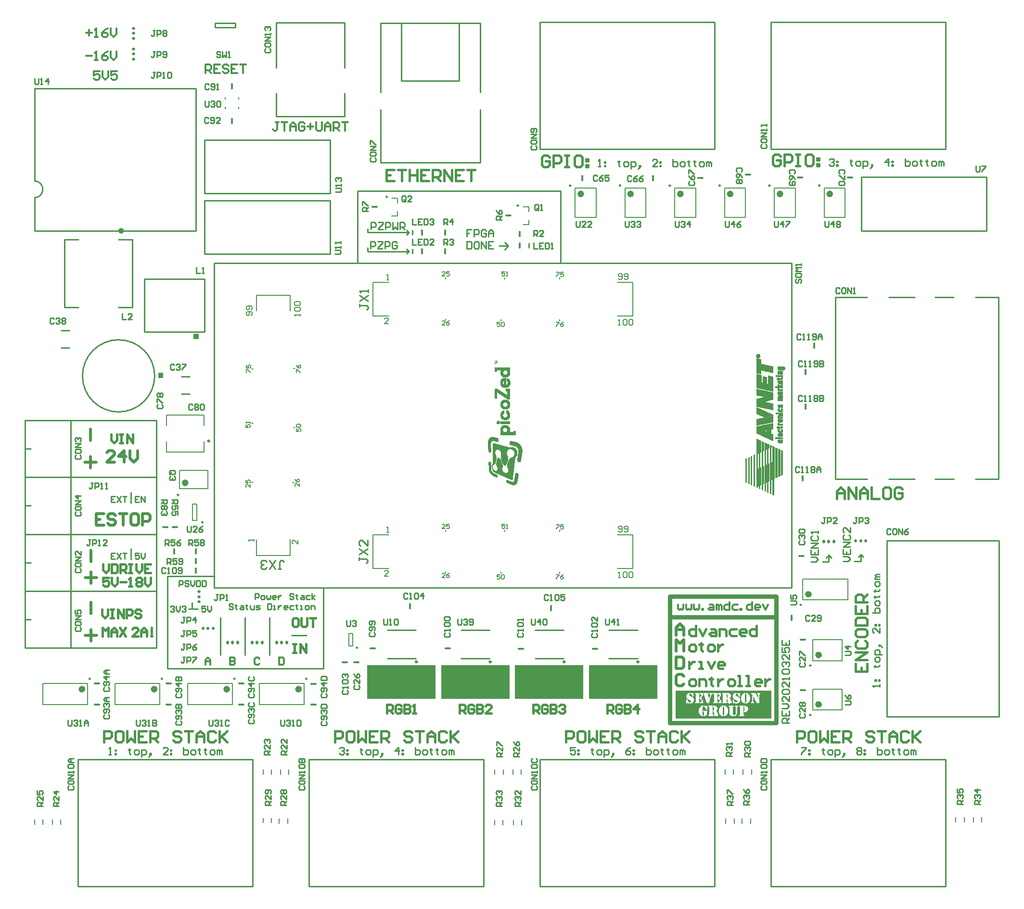
<source format=gto>
G04*
G04 #@! TF.GenerationSoftware,Altium Limited,Altium Designer,21.1.1 (26)*
G04*
G04 Layer_Color=65535*
%FSLAX25Y25*%
%MOIN*%
G70*
G04*
G04 #@! TF.SameCoordinates,6EF8526F-0482-4719-AD29-3D8887788FD4*
G04*
G04*
G04 #@! TF.FilePolarity,Positive*
G04*
G01*
G75*
%ADD10C,0.02362*%
%ADD11C,0.00984*%
%ADD12C,0.00394*%
%ADD13C,0.01200*%
%ADD14C,0.01000*%
%ADD15C,0.01968*%
%ADD16C,0.03000*%
%ADD17C,0.00787*%
%ADD18C,0.00100*%
%ADD19C,0.00050*%
%ADD20C,0.00600*%
%ADD21C,0.02000*%
%ADD22C,0.01500*%
%ADD23C,0.01300*%
%ADD24C,0.00400*%
%ADD25C,0.00500*%
%ADD26R,0.47244X0.23622*%
G36*
X617224Y227427D02*
Y216962D01*
X550724D01*
Y227427D01*
Y236462D01*
X617224D01*
Y227427D01*
D02*
G37*
G36*
X220421Y479973D02*
X216894D01*
Y483500D01*
X220421D01*
Y479973D01*
D02*
G37*
G36*
X196000Y452973D02*
X192473D01*
Y456500D01*
X196000D01*
Y452973D01*
D02*
G37*
%LPC*%
G36*
X582316Y234666D02*
X580068D01*
Y233867D01*
X580293Y233832D01*
X580493Y233789D01*
X580667Y233728D01*
X580805Y233667D01*
X580910Y233607D01*
X580996Y233555D01*
X581040Y233529D01*
X581057Y233511D01*
X581179Y233390D01*
X581283Y233260D01*
X581378Y233121D01*
X581456Y232982D01*
X581508Y232860D01*
X581552Y232765D01*
X581569Y232721D01*
X581578Y232695D01*
X581587Y232678D01*
Y232669D01*
X581613Y232609D01*
X581630Y232565D01*
X581673Y232487D01*
X581708Y232452D01*
X581717Y232435D01*
X581786Y232400D01*
X581856Y232383D01*
X581890Y232374D01*
X581943D01*
X582012Y232383D01*
X582064Y232392D01*
X582116Y232409D01*
X582151Y232426D01*
X582186Y232444D01*
X582203Y232452D01*
X582220Y232470D01*
X582255Y232513D01*
X582272Y232556D01*
X582307Y232661D01*
Y232695D01*
X582316Y232730D01*
Y232756D01*
Y232765D01*
Y234666D01*
D02*
G37*
G36*
X569747D02*
X567499D01*
Y233867D01*
X567725Y233832D01*
X567924Y233789D01*
X568098Y233728D01*
X568237Y233667D01*
X568341Y233607D01*
X568428Y233555D01*
X568471Y233529D01*
X568489Y233511D01*
X568610Y233390D01*
X568714Y233260D01*
X568810Y233121D01*
X568888Y232982D01*
X568940Y232860D01*
X568983Y232765D01*
X569001Y232721D01*
X569009Y232695D01*
X569018Y232678D01*
Y232669D01*
X569044Y232609D01*
X569061Y232565D01*
X569105Y232487D01*
X569139Y232452D01*
X569148Y232435D01*
X569218Y232400D01*
X569287Y232383D01*
X569322Y232374D01*
X569374D01*
X569443Y232383D01*
X569495Y232392D01*
X569548Y232409D01*
X569582Y232426D01*
X569617Y232444D01*
X569634Y232452D01*
X569652Y232470D01*
X569686Y232513D01*
X569704Y232556D01*
X569738Y232661D01*
Y232695D01*
X569747Y232730D01*
Y232756D01*
Y232765D01*
Y234666D01*
D02*
G37*
G36*
X593244Y234770D02*
X593174D01*
Y234032D01*
X593383Y233971D01*
X593565Y233910D01*
X593721Y233850D01*
X593852Y233789D01*
X593956Y233737D01*
X594025Y233694D01*
X594068Y233667D01*
X594086Y233659D01*
X594155Y233529D01*
X594225Y233416D01*
X594277Y233312D01*
X594320Y233225D01*
X594355Y233147D01*
X594381Y233095D01*
X594398Y233060D01*
X594407Y233051D01*
X594494Y232869D01*
X594528Y232782D01*
X594555Y232713D01*
X594572Y232643D01*
X594589Y232600D01*
X594598Y232565D01*
Y232556D01*
X594615Y232461D01*
X594641Y232400D01*
X594650Y232357D01*
X594659Y232339D01*
X594693Y232287D01*
X594728Y232253D01*
X594754Y232218D01*
X594763Y232209D01*
X594841Y232166D01*
X594928Y232140D01*
X594954D01*
X594980Y232131D01*
X595006D01*
X595075Y232140D01*
X595127Y232149D01*
X595223Y232192D01*
X595258Y232218D01*
X595284Y232235D01*
X595292Y232244D01*
X595301Y232253D01*
X595344Y232305D01*
X595370Y232357D01*
X595405Y232461D01*
X595414Y232504D01*
X595423Y232539D01*
Y232556D01*
Y232565D01*
Y234232D01*
Y234318D01*
X595405Y234397D01*
X595397Y234457D01*
X595379Y234518D01*
X595362Y234553D01*
X595344Y234588D01*
X595336Y234605D01*
X595327Y234614D01*
X595292Y234657D01*
X595249Y234692D01*
X595197Y234718D01*
X595154Y234735D01*
X595110Y234744D01*
X595075Y234752D01*
X595041D01*
X594980Y234744D01*
X594928Y234726D01*
X594832Y234666D01*
X594798Y234631D01*
X594780Y234605D01*
X594763Y234588D01*
X594754Y234579D01*
X594667Y234466D01*
X594641Y234440D01*
X594624Y234431D01*
X594607Y234423D01*
X594598D01*
X594563Y234431D01*
X594520Y234440D01*
X594485Y234449D01*
X594468D01*
X594320Y234509D01*
X594199Y234561D01*
X594086Y234596D01*
X593990Y234631D01*
X593921Y234657D01*
X593869Y234674D01*
X593834Y234683D01*
X593825D01*
X593730Y234709D01*
X593626Y234726D01*
X593522Y234744D01*
X593418Y234752D01*
X593322Y234761D01*
X593244Y234770D01*
D02*
G37*
G36*
X561171D02*
X561102D01*
Y234032D01*
X561310Y233971D01*
X561492Y233910D01*
X561649Y233850D01*
X561779Y233789D01*
X561883Y233737D01*
X561952Y233694D01*
X561996Y233667D01*
X562013Y233659D01*
X562083Y233529D01*
X562152Y233416D01*
X562204Y233312D01*
X562248Y233225D01*
X562282Y233147D01*
X562308Y233095D01*
X562326Y233060D01*
X562334Y233051D01*
X562421Y232869D01*
X562456Y232782D01*
X562482Y232713D01*
X562499Y232643D01*
X562517Y232600D01*
X562525Y232565D01*
Y232556D01*
X562543Y232461D01*
X562569Y232400D01*
X562577Y232357D01*
X562586Y232339D01*
X562621Y232287D01*
X562656Y232253D01*
X562682Y232218D01*
X562690Y232209D01*
X562768Y232166D01*
X562855Y232140D01*
X562881D01*
X562907Y232131D01*
X562933D01*
X563003Y232140D01*
X563055Y232149D01*
X563150Y232192D01*
X563185Y232218D01*
X563211Y232235D01*
X563220Y232244D01*
X563228Y232253D01*
X563272Y232305D01*
X563298Y232357D01*
X563333Y232461D01*
X563341Y232504D01*
X563350Y232539D01*
Y232556D01*
Y232565D01*
Y234232D01*
Y234318D01*
X563333Y234397D01*
X563324Y234457D01*
X563307Y234518D01*
X563289Y234553D01*
X563272Y234588D01*
X563263Y234605D01*
X563254Y234614D01*
X563220Y234657D01*
X563176Y234692D01*
X563124Y234718D01*
X563081Y234735D01*
X563037Y234744D01*
X563003Y234752D01*
X562968D01*
X562907Y234744D01*
X562855Y234726D01*
X562760Y234666D01*
X562725Y234631D01*
X562708Y234605D01*
X562690Y234588D01*
X562682Y234579D01*
X562595Y234466D01*
X562569Y234440D01*
X562551Y234431D01*
X562534Y234423D01*
X562525D01*
X562491Y234431D01*
X562447Y234440D01*
X562413Y234449D01*
X562395D01*
X562248Y234509D01*
X562126Y234561D01*
X562013Y234596D01*
X561918Y234631D01*
X561848Y234657D01*
X561796Y234674D01*
X561762Y234683D01*
X561753D01*
X561657Y234709D01*
X561553Y234726D01*
X561449Y234744D01*
X561345Y234752D01*
X561249Y234761D01*
X561171Y234770D01*
D02*
G37*
G36*
X609111Y234666D02*
X607713D01*
X607644Y234648D01*
X607583Y234640D01*
X607531Y234622D01*
X607496Y234605D01*
X607470Y234588D01*
X607453Y234579D01*
X607444Y234570D01*
X607401Y234536D01*
X607375Y234492D01*
X607340Y234397D01*
X607332Y234362D01*
X607323Y234327D01*
Y234301D01*
Y234292D01*
X607332Y234206D01*
X607349Y234145D01*
X607366Y234102D01*
X607375Y234084D01*
X607427Y234032D01*
X607496Y233989D01*
X607549Y233954D01*
X607557Y233945D01*
X607566D01*
X607661Y233885D01*
X607748Y233824D01*
X607809Y233772D01*
X607870Y233711D01*
X607904Y233667D01*
X607939Y233624D01*
X607948Y233598D01*
X607957Y233589D01*
X607991Y233511D01*
X608026Y233416D01*
X608043Y233312D01*
X608052Y233216D01*
X608061Y233129D01*
X608069Y233060D01*
Y233016D01*
Y233008D01*
Y232999D01*
Y231567D01*
X608824Y230595D01*
Y232999D01*
X608833Y233121D01*
X608842Y233225D01*
X608859Y233329D01*
X608877Y233407D01*
X608894Y233476D01*
X608903Y233529D01*
X608920Y233563D01*
Y233572D01*
X608963Y233641D01*
X609024Y233711D01*
X609094Y233772D01*
X609163Y233824D01*
X609224Y233867D01*
X609276Y233902D01*
X609310Y233919D01*
X609319Y233928D01*
X609415Y233971D01*
X609476Y234023D01*
X609519Y234058D01*
X609527Y234067D01*
X609571Y234136D01*
X609597Y234206D01*
X609606Y234258D01*
Y234336D01*
X609588Y234379D01*
X609562Y234457D01*
X609527Y234501D01*
X609519Y234518D01*
X609510D01*
X609449Y234570D01*
X609380Y234605D01*
X609310Y234631D01*
X609232Y234648D01*
X609163Y234657D01*
X609111Y234666D01*
D02*
G37*
G36*
X576005D02*
X574599D01*
X574530Y234648D01*
X574460Y234631D01*
X574408Y234614D01*
X574365Y234596D01*
X574330Y234579D01*
X574313Y234570D01*
X574304Y234561D01*
X574261Y234518D01*
X574226Y234475D01*
X574200Y234431D01*
X574183Y234379D01*
X574174Y234345D01*
X574165Y234310D01*
Y234284D01*
Y234275D01*
X574174Y234180D01*
X574200Y234110D01*
X574243Y234041D01*
X574287Y233997D01*
X574330Y233963D01*
X574373Y233937D01*
X574400Y233928D01*
X574408Y233919D01*
X574565Y233867D01*
X574669Y233815D01*
X574738Y233754D01*
X574782Y233702D01*
X574790Y233685D01*
Y233676D01*
X574816Y233598D01*
X574834Y233537D01*
Y233503D01*
Y233485D01*
X574825Y233468D01*
Y233433D01*
X574799Y233355D01*
X574790Y233320D01*
X574782Y233286D01*
X574773Y233260D01*
Y233251D01*
X574183Y231098D01*
X574565Y230048D01*
X575459Y233008D01*
X575493Y233129D01*
X575537Y233242D01*
X575571Y233338D01*
X575615Y233416D01*
X575641Y233476D01*
X575667Y233520D01*
X575684Y233546D01*
X575693Y233555D01*
X575745Y233624D01*
X575797Y233685D01*
X575841Y233728D01*
X575884Y233772D01*
X575910Y233798D01*
X575936Y233815D01*
X575953Y233824D01*
X575962D01*
X576179Y233937D01*
X576240Y233963D01*
X576292Y233989D01*
X576327Y234015D01*
X576361Y234041D01*
X576396Y234075D01*
X576405Y234084D01*
X576439Y234154D01*
X576457Y234223D01*
X576465Y234275D01*
Y234292D01*
X576457Y234362D01*
X576439Y234423D01*
X576405Y234475D01*
X576379Y234518D01*
X576344Y234553D01*
X576309Y234579D01*
X576292Y234588D01*
X576283Y234596D01*
X576240Y234622D01*
X576188Y234640D01*
X576066Y234657D01*
X576005Y234666D01*
D02*
G37*
G36*
X581109Y232669D02*
X581014D01*
X580962Y232652D01*
X580884Y232617D01*
X580831Y232582D01*
X580823Y232574D01*
X580814Y232565D01*
X580788Y232522D01*
X580753Y232478D01*
X580719Y232374D01*
X580701Y232331D01*
X580693Y232296D01*
X580684Y232270D01*
Y232261D01*
X580658Y232166D01*
X580632Y232079D01*
X580597Y232001D01*
X580562Y231949D01*
X580536Y231897D01*
X580510Y231862D01*
X580502Y231845D01*
X580493Y231836D01*
X580441Y231784D01*
X580371Y231723D01*
X580224Y231628D01*
X580154Y231593D01*
X580094Y231558D01*
X580059Y231541D01*
X580042Y231532D01*
Y230794D01*
X580146Y230768D01*
X580232Y230725D01*
X580311Y230690D01*
X580371Y230656D01*
X580415Y230612D01*
X580449Y230586D01*
X580467Y230569D01*
X580476Y230560D01*
X580528Y230491D01*
X580571Y230413D01*
X580641Y230256D01*
X580658Y230187D01*
X580675Y230126D01*
X580693Y230091D01*
Y230074D01*
X580710Y230005D01*
X580727Y229952D01*
X580753Y229900D01*
X580771Y229857D01*
X580797Y229831D01*
X580805Y229805D01*
X580823Y229796D01*
Y229787D01*
X580858Y229753D01*
X580901Y229735D01*
X580988Y229701D01*
X581022D01*
X581057Y229692D01*
X581083D01*
X581153Y229701D01*
X581213Y229709D01*
X581265Y229727D01*
X581309Y229753D01*
X581335Y229779D01*
X581352Y229796D01*
X581370Y229805D01*
Y229814D01*
X581396Y229866D01*
X581413Y229926D01*
X581439Y230057D01*
X581448Y230117D01*
Y230161D01*
Y230195D01*
Y230204D01*
Y232131D01*
Y232218D01*
X581439Y232296D01*
X581430Y232348D01*
X581422Y232400D01*
X581413Y232435D01*
X581404Y232461D01*
X581396Y232478D01*
X581361Y232539D01*
X581309Y232591D01*
X581257Y232626D01*
X581205Y232643D01*
X581153Y232661D01*
X581109Y232669D01*
D02*
G37*
G36*
X568541D02*
X568445D01*
X568393Y232652D01*
X568315Y232617D01*
X568263Y232582D01*
X568254Y232574D01*
X568246Y232565D01*
X568219Y232522D01*
X568185Y232478D01*
X568150Y232374D01*
X568133Y232331D01*
X568124Y232296D01*
X568115Y232270D01*
Y232261D01*
X568089Y232166D01*
X568063Y232079D01*
X568028Y232001D01*
X567994Y231949D01*
X567968Y231897D01*
X567942Y231862D01*
X567933Y231845D01*
X567924Y231836D01*
X567872Y231784D01*
X567803Y231723D01*
X567655Y231628D01*
X567586Y231593D01*
X567525Y231558D01*
X567490Y231541D01*
X567473Y231532D01*
Y230794D01*
X567577Y230768D01*
X567664Y230725D01*
X567742Y230690D01*
X567803Y230656D01*
X567846Y230612D01*
X567881Y230586D01*
X567898Y230569D01*
X567907Y230560D01*
X567959Y230491D01*
X568002Y230413D01*
X568072Y230256D01*
X568089Y230187D01*
X568107Y230126D01*
X568124Y230091D01*
Y230074D01*
X568141Y230005D01*
X568159Y229952D01*
X568185Y229900D01*
X568202Y229857D01*
X568228Y229831D01*
X568237Y229805D01*
X568254Y229796D01*
Y229787D01*
X568289Y229753D01*
X568332Y229735D01*
X568419Y229701D01*
X568454D01*
X568489Y229692D01*
X568514D01*
X568584Y229701D01*
X568645Y229709D01*
X568697Y229727D01*
X568740Y229753D01*
X568766Y229779D01*
X568784Y229796D01*
X568801Y229805D01*
Y229814D01*
X568827Y229866D01*
X568844Y229926D01*
X568870Y230057D01*
X568879Y230117D01*
Y230161D01*
Y230195D01*
Y230204D01*
Y232131D01*
Y232218D01*
X568870Y232296D01*
X568862Y232348D01*
X568853Y232400D01*
X568844Y232435D01*
X568836Y232461D01*
X568827Y232478D01*
X568792Y232539D01*
X568740Y232591D01*
X568688Y232626D01*
X568636Y232643D01*
X568584Y232661D01*
X568541Y232669D01*
D02*
G37*
G36*
X606090Y234666D02*
X603668D01*
X603564Y234657D01*
X603469Y234648D01*
X603408Y234640D01*
X603356Y234631D01*
X603330Y234622D01*
X603313Y234614D01*
X603304D01*
X603235Y234579D01*
X603183Y234536D01*
X603148Y234492D01*
X603139Y234483D01*
Y234475D01*
X603104Y234397D01*
X603087Y234327D01*
X603078Y234275D01*
Y234266D01*
Y234258D01*
X603087Y234180D01*
X603113Y234110D01*
X603130Y234067D01*
X603139Y234058D01*
Y234049D01*
X603183Y233997D01*
X603235Y233963D01*
X603269Y233945D01*
X603278Y233937D01*
X603469Y233867D01*
X603547Y233832D01*
X603599Y233798D01*
X603634Y233772D01*
X603643Y233763D01*
X603668Y233737D01*
X603695Y233702D01*
X603747Y233615D01*
X603773Y233581D01*
X603790Y233546D01*
X603807Y233529D01*
Y233520D01*
X607271Y227565D01*
X608824D01*
Y229909D01*
X606090Y234666D01*
D02*
G37*
G36*
X603807Y232886D02*
Y229189D01*
X603799Y229076D01*
X603790Y228963D01*
X603764Y228867D01*
X603738Y228781D01*
X603668Y228624D01*
X603590Y228503D01*
X603512Y228416D01*
X603443Y228355D01*
X603391Y228312D01*
X603382Y228303D01*
X603373D01*
X603313Y228269D01*
X603261Y228234D01*
X603217Y228208D01*
X603191Y228182D01*
X603148Y228147D01*
X603130Y228130D01*
X603096Y228069D01*
X603078Y228008D01*
X603070Y227956D01*
Y227930D01*
X603078Y227869D01*
X603096Y227808D01*
X603122Y227765D01*
X603156Y227722D01*
X603243Y227652D01*
X603347Y227609D01*
X603452Y227583D01*
X603538Y227574D01*
X603573Y227565D01*
X604901D01*
X604988Y227583D01*
X605057Y227591D01*
X605109Y227609D01*
X605144Y227626D01*
X605179Y227635D01*
X605188Y227652D01*
X605196D01*
X605248Y227696D01*
X605283Y227739D01*
X605309Y227782D01*
X605326Y227826D01*
X605335Y227861D01*
X605344Y227895D01*
Y227913D01*
Y227921D01*
X605335Y227999D01*
X605318Y228060D01*
X605283Y228112D01*
X605248Y228164D01*
X605214Y228199D01*
X605179Y228225D01*
X605162Y228234D01*
X605153Y228242D01*
X604997Y228321D01*
X604918Y228373D01*
X604849Y228425D01*
X604797Y228485D01*
X604745Y228538D01*
X604710Y228581D01*
X604684Y228616D01*
X604675Y228642D01*
X604667Y228650D01*
X604632Y228737D01*
X604606Y228824D01*
X604589Y228911D01*
X604580Y228998D01*
X604571Y229076D01*
X604563Y229136D01*
Y229171D01*
Y229189D01*
Y231914D01*
X603807Y232886D01*
D02*
G37*
G36*
X586031Y234666D02*
X583462D01*
X583392Y234648D01*
X583331Y234640D01*
X583288Y234622D01*
X583245Y234605D01*
X583218Y234588D01*
X583201Y234579D01*
X583192Y234570D01*
X583149Y234527D01*
X583114Y234483D01*
X583097Y234440D01*
X583080Y234397D01*
X583071Y234353D01*
X583062Y234318D01*
Y234292D01*
X583071Y234197D01*
X583106Y234119D01*
X583149Y234049D01*
X583201Y234006D01*
X583245Y233963D01*
X583288Y233937D01*
X583323Y233928D01*
X583331Y233919D01*
X583383Y233902D01*
X583427Y233885D01*
X583453Y233876D01*
X583470Y233867D01*
X583496Y233858D01*
X583514D01*
X583522Y233850D01*
X583531Y233841D01*
Y233832D01*
X583548Y233806D01*
X583557Y233780D01*
X583566Y233711D01*
X583574Y233659D01*
Y233641D01*
Y233633D01*
Y228581D01*
X583566Y228494D01*
X583557Y228433D01*
X583540Y228399D01*
X583531Y228390D01*
X583505Y228364D01*
X583496Y228355D01*
X583488Y228347D01*
X583470D01*
X583409Y228321D01*
X583357Y228303D01*
X583340Y228294D01*
X583331D01*
X583245Y228251D01*
X583175Y228199D01*
X583132Y228138D01*
X583097Y228078D01*
X583080Y228026D01*
X583071Y227973D01*
X583062Y227939D01*
Y227930D01*
X583071Y227869D01*
X583080Y227808D01*
X583132Y227722D01*
X583149Y227696D01*
X583175Y227670D01*
X583184Y227661D01*
X583192Y227652D01*
X583305Y227600D01*
X583418Y227574D01*
X583462D01*
X583505Y227565D01*
X586178D01*
X586257Y227574D01*
X586326Y227591D01*
X586378Y227600D01*
X586413Y227618D01*
X586447Y227626D01*
X586456Y227635D01*
X586465D01*
X586526Y227678D01*
X586578Y227730D01*
X586612Y227782D01*
X586630Y227826D01*
X586647Y227869D01*
X586656Y227904D01*
Y227930D01*
Y227939D01*
Y227991D01*
X586638Y228043D01*
X586595Y228130D01*
X586534Y228190D01*
X586465Y228242D01*
X586395Y228277D01*
X586335Y228303D01*
X586291Y228321D01*
X586274D01*
X586230Y228329D01*
X586196Y228347D01*
X586152Y228355D01*
X586135Y228364D01*
X586126D01*
X586109Y228373D01*
X586083Y228390D01*
X586074Y228407D01*
X586065Y228416D01*
X586057Y228433D01*
X586048Y228468D01*
X586039Y228538D01*
X586031Y228572D01*
Y228598D01*
Y228616D01*
Y228624D01*
Y234666D01*
D02*
G37*
G36*
X582047Y229926D02*
X582012D01*
X581917Y229909D01*
X581838Y229883D01*
X581795Y229857D01*
X581778Y229840D01*
X581752Y229805D01*
X581726Y229762D01*
X581673Y229675D01*
X581656Y229631D01*
X581639Y229605D01*
X581630Y229579D01*
Y229571D01*
X581587Y229458D01*
X581543Y229362D01*
X581508Y229275D01*
X581474Y229206D01*
X581439Y229145D01*
X581413Y229102D01*
X581404Y229076D01*
X581396Y229067D01*
X581352Y228998D01*
X581300Y228937D01*
X581196Y228815D01*
X581144Y228772D01*
X581109Y228737D01*
X581083Y228711D01*
X581074Y228702D01*
X580927Y228590D01*
X580858Y228546D01*
X580797Y228512D01*
X580745Y228477D01*
X580701Y228460D01*
X580675Y228451D01*
X580667Y228442D01*
X580580Y228416D01*
X580493Y228390D01*
X580389Y228364D01*
X580293Y228338D01*
X580206Y228321D01*
X580137Y228303D01*
X580085Y228294D01*
X580068D01*
Y227565D01*
X582385D01*
Y229536D01*
X582368Y229605D01*
X582359Y229666D01*
X582342Y229718D01*
X582324Y229753D01*
X582316Y229779D01*
X582298Y229796D01*
Y229805D01*
X582264Y229848D01*
X582220Y229874D01*
X582125Y229909D01*
X582081Y229918D01*
X582047Y229926D01*
D02*
G37*
G36*
X579833Y234666D02*
X577264D01*
X577194Y234648D01*
X577134Y234640D01*
X577090Y234622D01*
X577047Y234605D01*
X577021Y234588D01*
X577004Y234579D01*
X576995Y234570D01*
X576952Y234527D01*
X576917Y234483D01*
X576899Y234440D01*
X576882Y234397D01*
X576873Y234353D01*
X576865Y234318D01*
Y234292D01*
X576873Y234197D01*
X576908Y234119D01*
X576952Y234049D01*
X577004Y234006D01*
X577047Y233963D01*
X577090Y233937D01*
X577125Y233928D01*
X577134Y233919D01*
X577186Y233902D01*
X577229Y233885D01*
X577255Y233876D01*
X577273Y233867D01*
X577299Y233858D01*
X577316D01*
X577325Y233850D01*
X577333Y233841D01*
Y233832D01*
X577351Y233806D01*
X577359Y233780D01*
X577368Y233711D01*
X577377Y233659D01*
Y233641D01*
Y233633D01*
Y228581D01*
X577368Y228494D01*
X577359Y228433D01*
X577342Y228399D01*
X577333Y228390D01*
X577307Y228364D01*
X577299Y228355D01*
X577290Y228347D01*
X577273D01*
X577212Y228321D01*
X577160Y228303D01*
X577142Y228294D01*
X577134D01*
X577047Y228251D01*
X576977Y228199D01*
X576934Y228138D01*
X576899Y228078D01*
X576882Y228026D01*
X576873Y227973D01*
X576865Y227939D01*
Y227930D01*
X576873Y227869D01*
X576882Y227808D01*
X576934Y227722D01*
X576952Y227696D01*
X576977Y227670D01*
X576986Y227661D01*
X576995Y227652D01*
X577108Y227600D01*
X577221Y227574D01*
X577264D01*
X577307Y227565D01*
X579833D01*
Y234666D01*
D02*
G37*
G36*
X573167D02*
X570702D01*
X570624Y234648D01*
X570554Y234640D01*
X570494Y234622D01*
X570450Y234605D01*
X570424Y234596D01*
X570407Y234579D01*
X570398D01*
X570337Y234536D01*
X570294Y234483D01*
X570259Y234431D01*
X570242Y234379D01*
X570225Y234327D01*
X570216Y234292D01*
Y234258D01*
X570225Y234154D01*
X570251Y234084D01*
X570277Y234041D01*
X570285Y234023D01*
X570320Y233997D01*
X570355Y233971D01*
X570433Y233919D01*
X570468Y233902D01*
X570502Y233885D01*
X570520Y233876D01*
X570528D01*
X570563Y233850D01*
X570589Y233832D01*
X570606Y233824D01*
Y233815D01*
X570615Y233798D01*
X570624Y233780D01*
X570641Y233728D01*
X570658Y233685D01*
X570667Y233676D01*
Y233667D01*
X572481Y227565D01*
X573974D01*
X574478Y229432D01*
X573306Y233546D01*
X573297Y233598D01*
Y233641D01*
Y233676D01*
Y233685D01*
X573306Y233746D01*
X573315Y233789D01*
X573323Y233815D01*
Y233824D01*
X573358Y233858D01*
X573410Y233885D01*
X573445Y233910D01*
X573462Y233919D01*
X573540Y233963D01*
X573601Y234023D01*
X573644Y234084D01*
X573679Y234145D01*
X573697Y234197D01*
X573705Y234240D01*
Y234275D01*
Y234284D01*
X573697Y234345D01*
X573679Y234397D01*
X573662Y234431D01*
X573653Y234449D01*
X573618Y234509D01*
X573575Y234553D01*
X573540Y234588D01*
X573523Y234596D01*
X573471Y234622D01*
X573419Y234640D01*
X573375Y234648D01*
X573358D01*
X573315Y234657D01*
X573271D01*
X573167Y234666D01*
D02*
G37*
G36*
X569478Y229926D02*
X569443D01*
X569348Y229909D01*
X569270Y229883D01*
X569226Y229857D01*
X569209Y229840D01*
X569183Y229805D01*
X569157Y229762D01*
X569105Y229675D01*
X569087Y229631D01*
X569070Y229605D01*
X569061Y229579D01*
Y229571D01*
X569018Y229458D01*
X568975Y229362D01*
X568940Y229275D01*
X568905Y229206D01*
X568870Y229145D01*
X568844Y229102D01*
X568836Y229076D01*
X568827Y229067D01*
X568784Y228998D01*
X568731Y228937D01*
X568627Y228815D01*
X568575Y228772D01*
X568541Y228737D01*
X568514Y228711D01*
X568506Y228702D01*
X568358Y228590D01*
X568289Y228546D01*
X568228Y228512D01*
X568176Y228477D01*
X568133Y228460D01*
X568107Y228451D01*
X568098Y228442D01*
X568011Y228416D01*
X567924Y228390D01*
X567820Y228364D01*
X567725Y228338D01*
X567638Y228321D01*
X567568Y228303D01*
X567516Y228294D01*
X567499D01*
Y227565D01*
X569817D01*
Y229536D01*
X569799Y229605D01*
X569791Y229666D01*
X569773Y229718D01*
X569756Y229753D01*
X569747Y229779D01*
X569730Y229796D01*
Y229805D01*
X569695Y229848D01*
X569652Y229874D01*
X569556Y229909D01*
X569513Y229918D01*
X569478Y229926D01*
D02*
G37*
G36*
X567265Y234666D02*
X564695D01*
X564626Y234648D01*
X564565Y234640D01*
X564522Y234622D01*
X564478Y234605D01*
X564452Y234588D01*
X564435Y234579D01*
X564426Y234570D01*
X564383Y234527D01*
X564348Y234483D01*
X564331Y234440D01*
X564313Y234397D01*
X564305Y234353D01*
X564296Y234318D01*
Y234292D01*
X564305Y234197D01*
X564339Y234119D01*
X564383Y234049D01*
X564435Y234006D01*
X564478Y233963D01*
X564522Y233937D01*
X564557Y233928D01*
X564565Y233919D01*
X564617Y233902D01*
X564661Y233885D01*
X564687Y233876D01*
X564704Y233867D01*
X564730Y233858D01*
X564747D01*
X564756Y233850D01*
X564765Y233841D01*
Y233832D01*
X564782Y233806D01*
X564791Y233780D01*
X564799Y233711D01*
X564808Y233659D01*
Y233641D01*
Y233633D01*
Y228581D01*
X564799Y228494D01*
X564791Y228433D01*
X564774Y228399D01*
X564765Y228390D01*
X564739Y228364D01*
X564730Y228355D01*
X564721Y228347D01*
X564704D01*
X564643Y228321D01*
X564591Y228303D01*
X564574Y228294D01*
X564565D01*
X564478Y228251D01*
X564409Y228199D01*
X564365Y228138D01*
X564331Y228078D01*
X564313Y228026D01*
X564305Y227973D01*
X564296Y227939D01*
Y227930D01*
X564305Y227869D01*
X564313Y227808D01*
X564365Y227722D01*
X564383Y227696D01*
X564409Y227670D01*
X564418Y227661D01*
X564426Y227652D01*
X564539Y227600D01*
X564652Y227574D01*
X564695D01*
X564739Y227565D01*
X567265D01*
Y234666D01*
D02*
G37*
G36*
X599502Y234796D02*
X599433D01*
Y234075D01*
X599502Y234049D01*
X599563Y234023D01*
X599615Y233997D01*
X599650Y233980D01*
X599676Y233963D01*
X599693Y233954D01*
X599711Y233945D01*
X599754Y233910D01*
X599797Y233867D01*
X599815Y233832D01*
X599823Y233815D01*
X599849Y233763D01*
X599875Y233702D01*
X599901Y233581D01*
X599910Y233520D01*
Y233485D01*
Y233451D01*
Y233442D01*
Y228928D01*
X599901Y228789D01*
X599893Y228677D01*
X599875Y228572D01*
X599849Y228494D01*
X599823Y228433D01*
X599806Y228390D01*
X599797Y228364D01*
X599789Y228355D01*
X599745Y228312D01*
X599711Y228277D01*
X599684Y228251D01*
X599676Y228242D01*
X599650Y228225D01*
X599615Y228216D01*
X599537Y228190D01*
X599494Y228182D01*
X599467Y228173D01*
X599441Y228164D01*
X599433D01*
Y227435D01*
X599667Y227461D01*
X599893Y227496D01*
X600101Y227548D01*
X600301Y227609D01*
X600483Y227670D01*
X600648Y227748D01*
X600804Y227817D01*
X600952Y227895D01*
X601073Y227973D01*
X601186Y228043D01*
X601281Y228112D01*
X601360Y228173D01*
X601420Y228225D01*
X601464Y228260D01*
X601490Y228286D01*
X601499Y228294D01*
X601681Y228494D01*
X601837Y228711D01*
X601976Y228928D01*
X602089Y229163D01*
X602193Y229397D01*
X602271Y229631D01*
X602341Y229857D01*
X602393Y230083D01*
X602436Y230291D01*
X602471Y230482D01*
X602488Y230656D01*
X602505Y230812D01*
X602514Y230933D01*
X602523Y231029D01*
Y231107D01*
X602514Y231437D01*
X602479Y231758D01*
X602427Y232044D01*
X602358Y232322D01*
X602280Y232582D01*
X602184Y232817D01*
X602089Y233025D01*
X601993Y233225D01*
X601889Y233398D01*
X601794Y233546D01*
X601707Y233676D01*
X601620Y233780D01*
X601551Y233867D01*
X601499Y233919D01*
X601464Y233963D01*
X601455Y233971D01*
X601299Y234110D01*
X601143Y234232D01*
X600995Y234327D01*
X600865Y234414D01*
X600752Y234475D01*
X600657Y234527D01*
X600622Y234544D01*
X600596Y234553D01*
X600587Y234561D01*
X600578D01*
X600396Y234631D01*
X600205Y234683D01*
X600014Y234726D01*
X599832Y234761D01*
X599676Y234778D01*
X599606Y234787D01*
X599546D01*
X599502Y234796D01*
D02*
G37*
G36*
X599242D02*
X598999Y234778D01*
X598773Y234752D01*
X598573Y234709D01*
X598409Y234666D01*
X598339Y234648D01*
X598270Y234631D01*
X598217Y234614D01*
X598174Y234596D01*
X598139Y234579D01*
X598113Y234570D01*
X598096Y234561D01*
X598087D01*
X597914Y234483D01*
X597757Y234388D01*
X597610Y234284D01*
X597480Y234188D01*
X597367Y234102D01*
X597289Y234032D01*
X597237Y233989D01*
X597228Y233980D01*
X597219Y233971D01*
X597037Y233772D01*
X596872Y233563D01*
X596733Y233355D01*
X596620Y233155D01*
X596577Y233069D01*
X596534Y232990D01*
X596499Y232912D01*
X596473Y232852D01*
X596447Y232800D01*
X596429Y232765D01*
X596421Y232739D01*
Y232730D01*
X596334Y232452D01*
X596273Y232166D01*
X596221Y231897D01*
X596195Y231645D01*
X596186Y231532D01*
X596178Y231428D01*
X596169Y231332D01*
Y231254D01*
X596160Y231194D01*
Y231107D01*
X596169Y230777D01*
X596204Y230473D01*
X596256Y230178D01*
X596317Y229909D01*
X596395Y229657D01*
X596482Y229432D01*
X596568Y229215D01*
X596664Y229024D01*
X596759Y228859D01*
X596846Y228711D01*
X596933Y228581D01*
X597011Y228485D01*
X597072Y228399D01*
X597124Y228338D01*
X597159Y228303D01*
X597167Y228294D01*
X597324Y228156D01*
X597480Y228043D01*
X597653Y227930D01*
X597827Y227835D01*
X598000Y227756D01*
X598174Y227687D01*
X598339Y227626D01*
X598504Y227583D01*
X598652Y227539D01*
X598790Y227505D01*
X598921Y227479D01*
X599025Y227461D01*
X599120Y227453D01*
X599181Y227444D01*
X599224Y227435D01*
X599242D01*
Y228164D01*
X599146Y228190D01*
X599059Y228225D01*
X598999Y228251D01*
X598955Y228277D01*
X598921Y228303D01*
X598903Y228321D01*
X598886Y228338D01*
X598851Y228416D01*
X598825Y228503D01*
X598790Y228702D01*
X598782Y228789D01*
X598773Y228859D01*
Y228911D01*
Y228920D01*
Y228928D01*
Y233442D01*
Y233537D01*
X598790Y233615D01*
X598799Y233685D01*
X598816Y233746D01*
X598834Y233789D01*
X598842Y233815D01*
X598860Y233832D01*
Y233841D01*
X598903Y233885D01*
X598955Y233937D01*
X599086Y234006D01*
X599146Y234032D01*
X599198Y234058D01*
X599233Y234067D01*
X599242Y234075D01*
Y234796D01*
D02*
G37*
G36*
X592992D02*
X592801Y234787D01*
X592628Y234761D01*
X592463Y234735D01*
X592306Y234700D01*
X592159Y234666D01*
X592020Y234622D01*
X591898Y234588D01*
X591786Y234544D01*
X591690Y234501D01*
X591603Y234457D01*
X591525Y234423D01*
X591465Y234388D01*
X591412Y234362D01*
X591378Y234336D01*
X591360Y234327D01*
X591352Y234318D01*
X591195Y234197D01*
X591056Y234058D01*
X590935Y233919D01*
X590839Y233789D01*
X590761Y233676D01*
X590701Y233581D01*
X590683Y233546D01*
X590666Y233520D01*
X590657Y233503D01*
Y233494D01*
X590579Y233303D01*
X590518Y233112D01*
X590475Y232921D01*
X590449Y232747D01*
X590431Y232600D01*
X590423Y232539D01*
X590414Y232487D01*
Y232383D01*
X590423Y232166D01*
X590458Y231966D01*
X590510Y231767D01*
X590579Y231584D01*
X590657Y231419D01*
X590744Y231263D01*
X590839Y231116D01*
X590944Y230994D01*
X591039Y230873D01*
X591135Y230768D01*
X591221Y230682D01*
X591299Y230612D01*
X591369Y230560D01*
X591421Y230517D01*
X591456Y230491D01*
X591465Y230482D01*
X591595Y230378D01*
X591716Y230291D01*
X591768Y230256D01*
X591812Y230230D01*
X591838Y230222D01*
X591846Y230213D01*
X591898Y230187D01*
X591951Y230161D01*
X592081Y230109D01*
X592228Y230039D01*
X592367Y229978D01*
X592506Y229918D01*
X592558Y229892D01*
X592610Y229866D01*
X592654Y229848D01*
X592688Y229831D01*
X592706Y229822D01*
X592714D01*
X592905Y229735D01*
X593070Y229657D01*
X593200Y229588D01*
X593305Y229527D01*
X593374Y229484D01*
X593426Y229449D01*
X593461Y229423D01*
X593469Y229414D01*
X593556Y229328D01*
X593617Y229241D01*
X593669Y229163D01*
X593695Y229084D01*
X593713Y229015D01*
X593730Y228963D01*
Y228920D01*
Y228911D01*
X593721Y228815D01*
X593704Y228729D01*
X593678Y228650D01*
X593643Y228590D01*
X593608Y228538D01*
X593582Y228503D01*
X593565Y228477D01*
X593556Y228468D01*
X593478Y228407D01*
X593383Y228355D01*
X593279Y228303D01*
X593166Y228260D01*
X593062Y228225D01*
X592975Y228208D01*
X592940Y228190D01*
X592923D01*
X592905Y228182D01*
X592897D01*
Y227435D01*
X593053Y227444D01*
X593200Y227453D01*
X593339Y227470D01*
X593452Y227487D01*
X593556Y227505D01*
X593635Y227513D01*
X593678Y227531D01*
X593695D01*
X593834Y227565D01*
X593964Y227609D01*
X594086Y227652D01*
X594190Y227687D01*
X594268Y227722D01*
X594338Y227756D01*
X594372Y227774D01*
X594390Y227782D01*
X594598Y227913D01*
X594780Y228060D01*
X594945Y228208D01*
X595075Y228347D01*
X595180Y228477D01*
X595258Y228572D01*
X595284Y228616D01*
X595301Y228642D01*
X595318Y228659D01*
Y228668D01*
X595431Y228885D01*
X595518Y229102D01*
X595579Y229319D01*
X595622Y229510D01*
X595640Y229596D01*
X595648Y229675D01*
X595657Y229744D01*
Y229805D01*
X595666Y229848D01*
Y229918D01*
X595657Y230083D01*
X595631Y230248D01*
X595596Y230404D01*
X595553Y230551D01*
X595501Y230690D01*
X595440Y230820D01*
X595370Y230942D01*
X595310Y231055D01*
X595240Y231150D01*
X595171Y231246D01*
X595110Y231324D01*
X595058Y231385D01*
X595015Y231437D01*
X594980Y231471D01*
X594954Y231498D01*
X594945Y231506D01*
X594884Y231584D01*
X594824Y231654D01*
X594754Y231723D01*
X594693Y231775D01*
X594633Y231819D01*
X594589Y231853D01*
X594555Y231871D01*
X594546Y231879D01*
X594442Y231940D01*
X594329Y232010D01*
X594207Y232070D01*
X594086Y232131D01*
X593982Y232174D01*
X593895Y232218D01*
X593860Y232235D01*
X593834Y232244D01*
X593825Y232253D01*
X593817D01*
X593686Y232313D01*
X593565Y232365D01*
X593461Y232409D01*
X593365Y232461D01*
X593279Y232496D01*
X593200Y232530D01*
X593131Y232565D01*
X593070Y232591D01*
X592975Y232643D01*
X592914Y232669D01*
X592879Y232687D01*
X592871Y232695D01*
X592775Y232756D01*
X592688Y232808D01*
X592619Y232869D01*
X592558Y232912D01*
X592515Y232956D01*
X592489Y232990D01*
X592471Y233008D01*
X592463Y233016D01*
X592428Y233077D01*
X592402Y233147D01*
X592367Y233277D01*
X592358Y233329D01*
X592350Y233372D01*
Y233398D01*
Y233407D01*
X592358Y233485D01*
X592376Y233563D01*
X592393Y233624D01*
X592419Y233676D01*
X592445Y233719D01*
X592471Y233754D01*
X592480Y233772D01*
X592489Y233780D01*
X592550Y233832D01*
X592628Y233885D01*
X592793Y233963D01*
X592871Y233997D01*
X592931Y234015D01*
X592975Y234032D01*
X592992D01*
Y234796D01*
D02*
G37*
G36*
X590848Y230308D02*
X590796D01*
X590735Y230300D01*
X590683Y230291D01*
X590596Y230248D01*
X590562Y230222D01*
X590536Y230195D01*
X590527Y230187D01*
X590518Y230178D01*
X590484Y230126D01*
X590458Y230074D01*
X590431Y229970D01*
X590423Y229926D01*
X590414Y229900D01*
Y228026D01*
X590423Y227930D01*
X590431Y227852D01*
X590449Y227782D01*
X590475Y227722D01*
X590501Y227670D01*
X590536Y227626D01*
X590605Y227565D01*
X590675Y227522D01*
X590735Y227505D01*
X590779Y227496D01*
X590796D01*
X590857Y227505D01*
X590909Y227522D01*
X591004Y227574D01*
X591039Y227600D01*
X591065Y227626D01*
X591082Y227644D01*
X591091Y227652D01*
X591152Y227713D01*
X591187Y227756D01*
X591204Y227774D01*
X591213D01*
X591239Y227791D01*
X591273Y227800D01*
X591343D01*
X591378Y227791D01*
X591404Y227782D01*
X591412Y227774D01*
X591447Y227765D01*
X591482Y227748D01*
X591586Y227704D01*
X591629Y227687D01*
X591673Y227678D01*
X591699Y227661D01*
X591708D01*
X591890Y227583D01*
X592063Y227531D01*
X592237Y227487D01*
X592393Y227461D01*
X592532Y227444D01*
X592593D01*
X592636Y227435D01*
X592732D01*
Y228190D01*
X592576Y228225D01*
X592437Y228269D01*
X592315Y228312D01*
X592220Y228355D01*
X592141Y228390D01*
X592081Y228425D01*
X592046Y228442D01*
X592037Y228451D01*
X591924Y228572D01*
X591820Y228694D01*
X591734Y228807D01*
X591655Y228911D01*
X591595Y229006D01*
X591551Y229076D01*
X591517Y229119D01*
X591508Y229136D01*
X591438Y229275D01*
X591369Y229423D01*
X591317Y229553D01*
X591273Y229675D01*
X591230Y229779D01*
X591204Y229866D01*
X591195Y229918D01*
X591187Y229926D01*
Y229935D01*
X591169Y230005D01*
X591143Y230057D01*
X591117Y230109D01*
X591091Y230152D01*
X591074Y230178D01*
X591056Y230204D01*
X591048Y230222D01*
X591039D01*
X591004Y230256D01*
X590961Y230274D01*
X590883Y230300D01*
X590848Y230308D01*
D02*
G37*
G36*
X560920Y234796D02*
X560729Y234787D01*
X560555Y234761D01*
X560390Y234735D01*
X560234Y234700D01*
X560086Y234666D01*
X559947Y234622D01*
X559826Y234588D01*
X559713Y234544D01*
X559618Y234501D01*
X559531Y234457D01*
X559453Y234423D01*
X559392Y234388D01*
X559340Y234362D01*
X559305Y234336D01*
X559288Y234327D01*
X559279Y234318D01*
X559123Y234197D01*
X558984Y234058D01*
X558862Y233919D01*
X558767Y233789D01*
X558689Y233676D01*
X558628Y233581D01*
X558611Y233546D01*
X558593Y233520D01*
X558585Y233503D01*
Y233494D01*
X558506Y233303D01*
X558446Y233112D01*
X558402Y232921D01*
X558376Y232747D01*
X558359Y232600D01*
X558350Y232539D01*
X558342Y232487D01*
Y232383D01*
X558350Y232166D01*
X558385Y231966D01*
X558437Y231767D01*
X558506Y231584D01*
X558585Y231419D01*
X558671Y231263D01*
X558767Y231116D01*
X558871Y230994D01*
X558967Y230873D01*
X559062Y230768D01*
X559149Y230682D01*
X559227Y230612D01*
X559296Y230560D01*
X559348Y230517D01*
X559383Y230491D01*
X559392Y230482D01*
X559522Y230378D01*
X559644Y230291D01*
X559696Y230256D01*
X559739Y230230D01*
X559765Y230222D01*
X559774Y230213D01*
X559826Y230187D01*
X559878Y230161D01*
X560008Y230109D01*
X560156Y230039D01*
X560295Y229978D01*
X560433Y229918D01*
X560486Y229892D01*
X560538Y229866D01*
X560581Y229848D01*
X560616Y229831D01*
X560633Y229822D01*
X560642D01*
X560833Y229735D01*
X560998Y229657D01*
X561128Y229588D01*
X561232Y229527D01*
X561302Y229484D01*
X561353Y229449D01*
X561388Y229423D01*
X561397Y229414D01*
X561484Y229328D01*
X561545Y229241D01*
X561597Y229163D01*
X561623Y229084D01*
X561640Y229015D01*
X561657Y228963D01*
Y228920D01*
Y228911D01*
X561649Y228815D01*
X561631Y228729D01*
X561605Y228650D01*
X561571Y228590D01*
X561536Y228538D01*
X561510Y228503D01*
X561492Y228477D01*
X561484Y228468D01*
X561406Y228407D01*
X561310Y228355D01*
X561206Y228303D01*
X561093Y228260D01*
X560989Y228225D01*
X560902Y228208D01*
X560868Y228190D01*
X560850D01*
X560833Y228182D01*
X560824D01*
Y227435D01*
X560980Y227444D01*
X561128Y227453D01*
X561267Y227470D01*
X561380Y227487D01*
X561484Y227505D01*
X561562Y227513D01*
X561605Y227531D01*
X561623D01*
X561762Y227565D01*
X561892Y227609D01*
X562013Y227652D01*
X562117Y227687D01*
X562195Y227722D01*
X562265Y227756D01*
X562300Y227774D01*
X562317Y227782D01*
X562525Y227913D01*
X562708Y228060D01*
X562873Y228208D01*
X563003Y228347D01*
X563107Y228477D01*
X563185Y228572D01*
X563211Y228616D01*
X563228Y228642D01*
X563246Y228659D01*
Y228668D01*
X563359Y228885D01*
X563445Y229102D01*
X563506Y229319D01*
X563550Y229510D01*
X563567Y229596D01*
X563576Y229675D01*
X563584Y229744D01*
Y229805D01*
X563593Y229848D01*
Y229918D01*
X563584Y230083D01*
X563558Y230248D01*
X563523Y230404D01*
X563480Y230551D01*
X563428Y230690D01*
X563367Y230820D01*
X563298Y230942D01*
X563237Y231055D01*
X563168Y231150D01*
X563098Y231246D01*
X563037Y231324D01*
X562985Y231385D01*
X562942Y231437D01*
X562907Y231471D01*
X562881Y231498D01*
X562873Y231506D01*
X562812Y231584D01*
X562751Y231654D01*
X562682Y231723D01*
X562621Y231775D01*
X562560Y231819D01*
X562517Y231853D01*
X562482Y231871D01*
X562473Y231879D01*
X562369Y231940D01*
X562256Y232010D01*
X562135Y232070D01*
X562013Y232131D01*
X561909Y232174D01*
X561822Y232218D01*
X561788Y232235D01*
X561762Y232244D01*
X561753Y232253D01*
X561744D01*
X561614Y232313D01*
X561492Y232365D01*
X561388Y232409D01*
X561293Y232461D01*
X561206Y232496D01*
X561128Y232530D01*
X561058Y232565D01*
X560998Y232591D01*
X560902Y232643D01*
X560841Y232669D01*
X560807Y232687D01*
X560798Y232695D01*
X560703Y232756D01*
X560616Y232808D01*
X560546Y232869D01*
X560486Y232912D01*
X560442Y232956D01*
X560416Y232990D01*
X560399Y233008D01*
X560390Y233016D01*
X560355Y233077D01*
X560329Y233147D01*
X560295Y233277D01*
X560286Y233329D01*
X560277Y233372D01*
Y233398D01*
Y233407D01*
X560286Y233485D01*
X560303Y233563D01*
X560321Y233624D01*
X560347Y233676D01*
X560373Y233719D01*
X560399Y233754D01*
X560407Y233772D01*
X560416Y233780D01*
X560477Y233832D01*
X560555Y233885D01*
X560720Y233963D01*
X560798Y233997D01*
X560859Y234015D01*
X560902Y234032D01*
X560920D01*
Y234796D01*
D02*
G37*
G36*
X558776Y230308D02*
X558723D01*
X558663Y230300D01*
X558611Y230291D01*
X558524Y230248D01*
X558489Y230222D01*
X558463Y230195D01*
X558454Y230187D01*
X558446Y230178D01*
X558411Y230126D01*
X558385Y230074D01*
X558359Y229970D01*
X558350Y229926D01*
X558342Y229900D01*
Y228026D01*
X558350Y227930D01*
X558359Y227852D01*
X558376Y227782D01*
X558402Y227722D01*
X558428Y227670D01*
X558463Y227626D01*
X558532Y227565D01*
X558602Y227522D01*
X558663Y227505D01*
X558706Y227496D01*
X558723D01*
X558784Y227505D01*
X558836Y227522D01*
X558932Y227574D01*
X558967Y227600D01*
X558993Y227626D01*
X559010Y227644D01*
X559019Y227652D01*
X559079Y227713D01*
X559114Y227756D01*
X559131Y227774D01*
X559140D01*
X559166Y227791D01*
X559201Y227800D01*
X559270D01*
X559305Y227791D01*
X559331Y227782D01*
X559340Y227774D01*
X559375Y227765D01*
X559409Y227748D01*
X559513Y227704D01*
X559557Y227687D01*
X559600Y227678D01*
X559626Y227661D01*
X559635D01*
X559817Y227583D01*
X559991Y227531D01*
X560164Y227487D01*
X560321Y227461D01*
X560460Y227444D01*
X560520D01*
X560564Y227435D01*
X560659D01*
Y228190D01*
X560503Y228225D01*
X560364Y228269D01*
X560243Y228312D01*
X560147Y228355D01*
X560069Y228390D01*
X560008Y228425D01*
X559973Y228442D01*
X559965Y228451D01*
X559852Y228572D01*
X559748Y228694D01*
X559661Y228807D01*
X559583Y228911D01*
X559522Y229006D01*
X559479Y229076D01*
X559444Y229119D01*
X559435Y229136D01*
X559366Y229275D01*
X559296Y229423D01*
X559244Y229553D01*
X559201Y229675D01*
X559158Y229779D01*
X559131Y229866D01*
X559123Y229918D01*
X559114Y229926D01*
Y229935D01*
X559097Y230005D01*
X559071Y230057D01*
X559045Y230109D01*
X559019Y230152D01*
X559001Y230178D01*
X558984Y230204D01*
X558975Y230222D01*
X558967D01*
X558932Y230256D01*
X558888Y230274D01*
X558810Y230300D01*
X558776Y230308D01*
D02*
G37*
G36*
X586647Y234666D02*
X586213D01*
Y233919D01*
X586335Y233876D01*
X586439Y233841D01*
X586526Y233798D01*
X586586Y233763D01*
X586630Y233728D01*
X586664Y233711D01*
X586673Y233694D01*
X586682Y233685D01*
X586717Y233633D01*
X586743Y233563D01*
X586777Y233433D01*
Y233372D01*
X586786Y233320D01*
Y233286D01*
Y233277D01*
Y231931D01*
Y231862D01*
X586777Y231793D01*
Y231740D01*
X586769Y231706D01*
X586760Y231671D01*
Y231645D01*
X586751Y231636D01*
Y231628D01*
X586725Y231567D01*
X586708Y231523D01*
X586699Y231498D01*
X586691Y231489D01*
X586630Y231454D01*
X586552Y231419D01*
X586404Y231376D01*
X586335Y231359D01*
X586274Y231341D01*
X586239Y231332D01*
X586222D01*
Y230612D01*
X586335Y230595D01*
X586421Y230569D01*
X586500Y230543D01*
X586552Y230508D01*
X586595Y230482D01*
X586630Y230456D01*
X586638Y230447D01*
X586647Y230438D01*
X586708Y230334D01*
X586751Y230239D01*
X586760Y230195D01*
X586769Y230161D01*
X586777Y230143D01*
Y230135D01*
Y230109D01*
X586786Y230065D01*
Y230013D01*
Y229961D01*
Y229909D01*
Y229866D01*
Y229831D01*
Y229822D01*
Y228972D01*
X586795Y228841D01*
X586803Y228711D01*
X586847Y228485D01*
X586916Y228294D01*
X586986Y228130D01*
X587020Y228060D01*
X587055Y227999D01*
X587090Y227947D01*
X587124Y227913D01*
X587150Y227878D01*
X587168Y227852D01*
X587185Y227843D01*
Y227835D01*
X587263Y227765D01*
X587350Y227704D01*
X587524Y227600D01*
X587715Y227531D01*
X587888Y227479D01*
X588053Y227453D01*
X588123Y227435D01*
X588183D01*
X588227Y227427D01*
X588426D01*
X588539Y227435D01*
X588644Y227453D01*
X588730Y227470D01*
X588800Y227479D01*
X588861Y227496D01*
X588895Y227505D01*
X588904D01*
X588999Y227539D01*
X589086Y227574D01*
X589173Y227618D01*
X589242Y227661D01*
X589303Y227696D01*
X589355Y227730D01*
X589381Y227748D01*
X589390Y227756D01*
X589477Y227826D01*
X589555Y227904D01*
X589616Y227982D01*
X589676Y228043D01*
X589728Y228104D01*
X589763Y228147D01*
X589781Y228182D01*
X589789Y228190D01*
X589841Y228286D01*
X589885Y228364D01*
X589911Y228442D01*
X589937Y228503D01*
X589946Y228555D01*
X589954Y228590D01*
Y228624D01*
X589946Y228677D01*
X589937Y228720D01*
X589893Y228798D01*
X589867Y228833D01*
X589850Y228859D01*
X589841Y228867D01*
X589833Y228876D01*
X589789Y228920D01*
X589746Y228954D01*
X589702Y228972D01*
X589659Y228989D01*
X589633Y228998D01*
X589607Y229006D01*
X589581D01*
X589511Y228998D01*
X589459Y228980D01*
X589355Y228920D01*
X589321Y228885D01*
X589294Y228850D01*
X589277Y228833D01*
X589268Y228824D01*
X589225Y228772D01*
X589208Y228737D01*
X589190Y228720D01*
X589182D01*
X589190Y228729D01*
Y228746D01*
Y228763D01*
Y228772D01*
Y229822D01*
X589182Y229918D01*
X589173Y230013D01*
X589147Y230091D01*
X589130Y230169D01*
X589104Y230230D01*
X589078Y230274D01*
X589069Y230308D01*
X589060Y230317D01*
X589008Y230404D01*
X588956Y230482D01*
X588895Y230560D01*
X588834Y230621D01*
X588782Y230664D01*
X588739Y230699D01*
X588704Y230725D01*
X588696Y230734D01*
X588531Y230838D01*
X588452Y230881D01*
X588383Y230916D01*
X588314Y230942D01*
X588262Y230959D01*
X588227Y230977D01*
X588218D01*
X588114Y231011D01*
X588010Y231029D01*
X587897Y231046D01*
X587802Y231064D01*
X587715D01*
X587637Y231072D01*
X587576D01*
X587732Y231081D01*
X587871Y231107D01*
X587992Y231124D01*
X588097Y231150D01*
X588175Y231176D01*
X588236Y231202D01*
X588270Y231211D01*
X588279Y231220D01*
X588374Y231272D01*
X588461Y231324D01*
X588539Y231385D01*
X588609Y231437D01*
X588661Y231480D01*
X588704Y231515D01*
X588730Y231541D01*
X588739Y231550D01*
X588826Y231645D01*
X588904Y231749D01*
X588965Y231845D01*
X589017Y231949D01*
X589104Y232157D01*
X589164Y232357D01*
X589182Y232444D01*
X589199Y232530D01*
X589208Y232600D01*
X589216Y232669D01*
X589225Y232721D01*
Y232756D01*
Y232782D01*
Y232791D01*
X589216Y232956D01*
X589199Y233121D01*
X589156Y233268D01*
X589112Y233398D01*
X589060Y233529D01*
X588999Y233650D01*
X588939Y233754D01*
X588869Y233850D01*
X588800Y233937D01*
X588739Y234006D01*
X588678Y234067D01*
X588626Y234119D01*
X588583Y234162D01*
X588548Y234188D01*
X588522Y234206D01*
X588513Y234214D01*
X588322Y234336D01*
X588140Y234423D01*
X587949Y234492D01*
X587784Y234553D01*
X587628Y234588D01*
X587567Y234596D01*
X587515Y234605D01*
X587472Y234614D01*
X587437Y234622D01*
X587411D01*
X587255Y234640D01*
X587090Y234648D01*
X586925Y234657D01*
X586777D01*
X586647Y234666D01*
D02*
G37*
G36*
X572395Y226007D02*
X572360D01*
X572290Y225998D01*
X572230Y225972D01*
X572169Y225928D01*
X572125Y225885D01*
X572082Y225842D01*
X572056Y225798D01*
X572039Y225772D01*
X572030Y225764D01*
X571969Y225703D01*
X571926Y225668D01*
X571908Y225651D01*
X571900Y225642D01*
X571856Y225625D01*
X571830D01*
X571778Y225633D01*
X571726Y225651D01*
X571691Y225659D01*
X571683Y225668D01*
X571674D01*
X571561Y225711D01*
X571440Y225755D01*
X571188Y225824D01*
X570936Y225876D01*
X570685Y225928D01*
X570572Y225946D01*
X570468Y225954D01*
X570381Y225972D01*
X570294Y225980D01*
X570233Y225989D01*
X570181Y225998D01*
X570138D01*
Y225243D01*
X570294Y225234D01*
X570433Y225217D01*
X570554Y225191D01*
X570658Y225173D01*
X570728Y225147D01*
X570789Y225130D01*
X570823Y225121D01*
X570832Y225113D01*
X570928Y225060D01*
X571014Y225008D01*
X571093Y224939D01*
X571171Y224878D01*
X571231Y224826D01*
X571283Y224774D01*
X571318Y224739D01*
X571327Y224730D01*
X571370Y224652D01*
X571422Y224566D01*
X571518Y224392D01*
X571561Y224305D01*
X571596Y224244D01*
X571622Y224201D01*
X571631Y224184D01*
X571700Y224054D01*
X571752Y223932D01*
X571796Y223828D01*
X571830Y223732D01*
X571856Y223654D01*
X571874Y223602D01*
X571891Y223559D01*
Y223550D01*
X571917Y223463D01*
X571943Y223394D01*
X571969Y223333D01*
X571995Y223290D01*
X572013Y223246D01*
X572030Y223220D01*
X572047Y223212D01*
Y223203D01*
X572091Y223168D01*
X572134Y223151D01*
X572230Y223116D01*
X572264D01*
X572299Y223107D01*
X572334D01*
X572403Y223116D01*
X572464Y223125D01*
X572568Y223185D01*
X572638Y223264D01*
X572681Y223350D01*
X572716Y223437D01*
X572724Y223515D01*
X572733Y223576D01*
Y223585D01*
Y223593D01*
Y225555D01*
Y225633D01*
X572716Y225703D01*
X572707Y225755D01*
X572690Y225798D01*
X572672Y225842D01*
X572664Y225868D01*
X572646Y225876D01*
Y225885D01*
X572612Y225928D01*
X572568Y225954D01*
X572473Y225989D01*
X572429Y225998D01*
X572395Y226007D01*
D02*
G37*
G36*
X598252Y225868D02*
X598061D01*
Y225121D01*
X598165Y225104D01*
X598252Y225078D01*
X598322Y225060D01*
X598374Y225034D01*
X598417Y225017D01*
X598443Y225000D01*
X598452Y224991D01*
X598460Y224982D01*
X598530Y224913D01*
X598573Y224843D01*
X598591Y224800D01*
X598599Y224791D01*
Y224783D01*
X598608Y224739D01*
X598617Y224696D01*
X598634Y224592D01*
Y224548D01*
Y224505D01*
Y224479D01*
Y224470D01*
Y222856D01*
X598626Y222743D01*
X598617Y222647D01*
X598599Y222561D01*
X598582Y222482D01*
X598556Y222422D01*
X598539Y222378D01*
X598530Y222352D01*
X598521Y222343D01*
X598487Y222300D01*
X598452Y222265D01*
X598426Y222248D01*
X598409Y222239D01*
X598374Y222222D01*
X598330Y222205D01*
X598217Y222170D01*
X598157Y222153D01*
X598113Y222135D01*
X598079Y222127D01*
X598070D01*
Y221397D01*
X598270D01*
X598443Y221406D01*
X598608Y221415D01*
X598756Y221424D01*
X598895Y221441D01*
X599007Y221458D01*
X599120Y221476D01*
X599207Y221493D01*
X599294Y221510D01*
X599363Y221528D01*
X599415Y221545D01*
X599459Y221562D01*
X599494Y221571D01*
X599519Y221580D01*
X599537Y221588D01*
X599684Y221640D01*
X599815Y221692D01*
X599936Y221753D01*
X600049Y221814D01*
X600153Y221875D01*
X600249Y221944D01*
X600335Y222005D01*
X600414Y222066D01*
X600474Y222127D01*
X600535Y222179D01*
X600587Y222222D01*
X600622Y222265D01*
X600657Y222300D01*
X600674Y222326D01*
X600691Y222343D01*
Y222352D01*
X600813Y222561D01*
X600900Y222786D01*
X600969Y223012D01*
X601013Y223220D01*
X601030Y223316D01*
X601039Y223403D01*
X601047Y223489D01*
Y223559D01*
X601056Y223611D01*
Y223689D01*
X601039Y223949D01*
X600995Y224184D01*
X600943Y224392D01*
X600874Y224574D01*
X600839Y224652D01*
X600804Y224722D01*
X600778Y224783D01*
X600752Y224835D01*
X600726Y224869D01*
X600709Y224896D01*
X600700Y224913D01*
X600691Y224921D01*
X600552Y225095D01*
X600396Y225243D01*
X600240Y225373D01*
X600084Y225477D01*
X599945Y225555D01*
X599884Y225590D01*
X599841Y225616D01*
X599797Y225633D01*
X599763Y225651D01*
X599745Y225659D01*
X599736D01*
X599632Y225694D01*
X599519Y225729D01*
X599389Y225755D01*
X599259Y225781D01*
X598981Y225816D01*
X598704Y225842D01*
X598573Y225850D01*
X598460Y225859D01*
X598348D01*
X598252Y225868D01*
D02*
G37*
G36*
X597853D02*
X595284D01*
X595214Y225850D01*
X595154Y225842D01*
X595110Y225824D01*
X595067Y225807D01*
X595041Y225789D01*
X595023Y225781D01*
X595015Y225772D01*
X594971Y225729D01*
X594937Y225685D01*
X594919Y225642D01*
X594902Y225599D01*
X594893Y225555D01*
X594884Y225520D01*
Y225494D01*
X594893Y225399D01*
X594928Y225321D01*
X594971Y225251D01*
X595023Y225208D01*
X595067Y225165D01*
X595110Y225138D01*
X595145Y225130D01*
X595154Y225121D01*
X595206Y225104D01*
X595249Y225086D01*
X595275Y225078D01*
X595292Y225069D01*
X595318Y225060D01*
X595336D01*
X595344Y225052D01*
X595353Y225043D01*
Y225034D01*
X595370Y225008D01*
X595379Y224982D01*
X595388Y224913D01*
X595397Y224861D01*
Y224843D01*
Y224835D01*
Y219783D01*
X595388Y219696D01*
X595379Y219635D01*
X595362Y219601D01*
X595353Y219592D01*
X595327Y219566D01*
X595318Y219557D01*
X595310Y219549D01*
X595292D01*
X595232Y219523D01*
X595180Y219505D01*
X595162Y219496D01*
X595154D01*
X595067Y219453D01*
X594997Y219401D01*
X594954Y219340D01*
X594919Y219280D01*
X594902Y219227D01*
X594893Y219175D01*
X594884Y219141D01*
Y219132D01*
X594893Y219071D01*
X594902Y219010D01*
X594954Y218924D01*
X594971Y218898D01*
X594997Y218871D01*
X595006Y218863D01*
X595015Y218854D01*
X595127Y218802D01*
X595240Y218776D01*
X595284D01*
X595327Y218767D01*
X598000D01*
X598079Y218776D01*
X598148Y218793D01*
X598200Y218802D01*
X598235Y218819D01*
X598270Y218828D01*
X598278Y218837D01*
X598287D01*
X598348Y218880D01*
X598400Y218932D01*
X598434Y218984D01*
X598452Y219028D01*
X598469Y219071D01*
X598478Y219106D01*
Y219132D01*
Y219141D01*
Y219193D01*
X598460Y219245D01*
X598417Y219332D01*
X598356Y219392D01*
X598287Y219444D01*
X598217Y219479D01*
X598157Y219505D01*
X598113Y219523D01*
X598096D01*
X598053Y219531D01*
X598018Y219549D01*
X597974Y219557D01*
X597957Y219566D01*
X597948D01*
X597931Y219575D01*
X597905Y219592D01*
X597896Y219609D01*
X597888Y219618D01*
X597879Y219635D01*
X597870Y219670D01*
X597862Y219740D01*
X597853Y219774D01*
Y219800D01*
Y219818D01*
Y219826D01*
Y225868D01*
D02*
G37*
G36*
X576622D02*
X574052D01*
X573983Y225850D01*
X573922Y225842D01*
X573879Y225824D01*
X573835Y225807D01*
X573809Y225789D01*
X573792Y225781D01*
X573783Y225772D01*
X573740Y225729D01*
X573705Y225685D01*
X573688Y225642D01*
X573670Y225599D01*
X573662Y225555D01*
X573653Y225520D01*
Y225494D01*
X573662Y225399D01*
X573697Y225321D01*
X573740Y225251D01*
X573792Y225208D01*
X573835Y225165D01*
X573879Y225138D01*
X573913Y225130D01*
X573922Y225121D01*
X573974Y225104D01*
X574018Y225086D01*
X574044Y225078D01*
X574061Y225069D01*
X574087Y225060D01*
X574104D01*
X574113Y225052D01*
X574122Y225043D01*
Y225034D01*
X574139Y225008D01*
X574148Y224982D01*
X574157Y224913D01*
X574165Y224861D01*
Y224843D01*
Y224835D01*
Y219783D01*
X574157Y219696D01*
X574148Y219635D01*
X574130Y219601D01*
X574122Y219592D01*
X574096Y219566D01*
X574087Y219557D01*
X574078Y219549D01*
X574061D01*
X574000Y219523D01*
X573948Y219505D01*
X573931Y219496D01*
X573922D01*
X573835Y219453D01*
X573766Y219401D01*
X573723Y219340D01*
X573688Y219280D01*
X573670Y219227D01*
X573662Y219175D01*
X573653Y219141D01*
Y219132D01*
X573662Y219071D01*
X573670Y219010D01*
X573723Y218924D01*
X573740Y218898D01*
X573766Y218871D01*
X573775Y218863D01*
X573783Y218854D01*
X573896Y218802D01*
X574009Y218776D01*
X574052D01*
X574096Y218767D01*
X576769D01*
X576847Y218776D01*
X576917Y218793D01*
X576969Y218802D01*
X577004Y218819D01*
X577038Y218828D01*
X577047Y218837D01*
X577056D01*
X577116Y218880D01*
X577169Y218932D01*
X577203Y218984D01*
X577221Y219028D01*
X577238Y219071D01*
X577247Y219106D01*
Y219132D01*
Y219141D01*
Y219193D01*
X577229Y219245D01*
X577186Y219332D01*
X577125Y219392D01*
X577056Y219444D01*
X576986Y219479D01*
X576926Y219505D01*
X576882Y219523D01*
X576865D01*
X576821Y219531D01*
X576787Y219549D01*
X576743Y219557D01*
X576726Y219566D01*
X576717D01*
X576700Y219575D01*
X576674Y219592D01*
X576665Y219609D01*
X576656Y219618D01*
X576648Y219635D01*
X576639Y219670D01*
X576630Y219740D01*
X576622Y219774D01*
Y219800D01*
Y219818D01*
Y219826D01*
Y225868D01*
D02*
G37*
G36*
X593730D02*
X592315D01*
X592237Y225859D01*
X592168Y225842D01*
X592115Y225833D01*
X592072Y225816D01*
X592046Y225798D01*
X592029Y225789D01*
X592020D01*
X591977Y225755D01*
X591942Y225711D01*
X591924Y225668D01*
X591907Y225625D01*
X591898Y225581D01*
X591890Y225555D01*
Y225529D01*
Y225520D01*
X591898Y225416D01*
X591924Y225347D01*
X591942Y225303D01*
X591951Y225286D01*
X591985Y225260D01*
X592020Y225225D01*
X592098Y225173D01*
X592133Y225147D01*
X592168Y225130D01*
X592185Y225121D01*
X592194Y225113D01*
X592280Y225060D01*
X592350Y225008D01*
X592419Y224939D01*
X592471Y224878D01*
X592558Y224730D01*
X592610Y224592D01*
X592645Y224453D01*
X592654Y224401D01*
X592662Y224349D01*
X592671Y224305D01*
Y224271D01*
Y224253D01*
Y224244D01*
Y220955D01*
Y220825D01*
X592654Y220694D01*
X592610Y220460D01*
X592550Y220243D01*
X592480Y220061D01*
X592437Y219983D01*
X592402Y219913D01*
X592367Y219852D01*
X592341Y219800D01*
X592315Y219757D01*
X592298Y219731D01*
X592289Y219713D01*
X592280Y219705D01*
X592168Y219653D01*
X592037Y219609D01*
X591898Y219566D01*
X591760Y219540D01*
X591638Y219514D01*
X591543Y219496D01*
X591499Y219488D01*
X591473Y219479D01*
X591447D01*
Y218637D01*
X591621Y218663D01*
X591768Y218689D01*
X591898Y218715D01*
X592011Y218741D01*
X592089Y218767D01*
X592150Y218793D01*
X592194Y218802D01*
X592202Y218811D01*
X592393Y218915D01*
X592558Y219037D01*
X592706Y219158D01*
X592827Y219280D01*
X592923Y219392D01*
X592992Y219479D01*
X593010Y219514D01*
X593027Y219540D01*
X593044Y219549D01*
Y219557D01*
X593114Y219661D01*
X593174Y219766D01*
X593261Y219991D01*
X593331Y220226D01*
X593383Y220443D01*
X593391Y220547D01*
X593409Y220642D01*
X593418Y220729D01*
Y220798D01*
X593426Y220859D01*
Y220911D01*
Y220937D01*
Y220946D01*
Y224244D01*
X593435Y224349D01*
X593443Y224453D01*
X593461Y224540D01*
X593487Y224609D01*
X593504Y224670D01*
X593522Y224722D01*
X593530Y224748D01*
X593539Y224757D01*
X593582Y224835D01*
X593635Y224904D01*
X593686Y224965D01*
X593739Y225008D01*
X593782Y225052D01*
X593817Y225078D01*
X593843Y225086D01*
X593852Y225095D01*
X593921Y225130D01*
X593973Y225165D01*
X594008Y225191D01*
X594042Y225208D01*
X594060Y225225D01*
X594068Y225234D01*
X594077Y225243D01*
X594121Y225286D01*
X594147Y225329D01*
X594181Y225416D01*
X594190Y225451D01*
X594199Y225477D01*
Y225503D01*
X594190Y225572D01*
X594155Y225633D01*
X594112Y225685D01*
X594068Y225729D01*
X594016Y225764D01*
X593973Y225798D01*
X593938Y225807D01*
X593930Y225816D01*
X593921Y225833D01*
X593903Y225842D01*
X593878Y225850D01*
X593869D01*
X593843Y225859D01*
X593799D01*
X593730Y225868D01*
D02*
G37*
G36*
X590640D02*
X588053D01*
X587984Y225850D01*
X587923Y225842D01*
X587880Y225824D01*
X587836Y225807D01*
X587810Y225789D01*
X587793Y225781D01*
X587784Y225772D01*
X587741Y225729D01*
X587706Y225685D01*
X587689Y225642D01*
X587671Y225599D01*
X587663Y225555D01*
X587654Y225520D01*
Y225494D01*
X587663Y225399D01*
X587697Y225321D01*
X587741Y225251D01*
X587793Y225208D01*
X587836Y225165D01*
X587880Y225138D01*
X587914Y225130D01*
X587923Y225121D01*
X587975Y225104D01*
X588019Y225086D01*
X588045Y225078D01*
X588062Y225069D01*
X588088Y225060D01*
X588105D01*
X588114Y225052D01*
X588123Y225043D01*
Y225034D01*
X588140Y225008D01*
X588149Y224982D01*
X588157Y224913D01*
X588166Y224861D01*
Y224843D01*
Y224835D01*
Y220877D01*
X588175Y220634D01*
X588192Y220417D01*
X588218Y220234D01*
X588253Y220087D01*
X588288Y219965D01*
X588314Y219878D01*
X588331Y219826D01*
X588340Y219818D01*
Y219809D01*
X588418Y219679D01*
X588505Y219557D01*
X588600Y219444D01*
X588696Y219349D01*
X588774Y219271D01*
X588852Y219219D01*
X588895Y219175D01*
X588913Y219167D01*
X589069Y219071D01*
X589234Y218984D01*
X589390Y218915D01*
X589537Y218863D01*
X589659Y218811D01*
X589763Y218785D01*
X589798Y218776D01*
X589824Y218767D01*
X589841Y218759D01*
X589850D01*
X590024Y218715D01*
X590214Y218689D01*
X590397Y218663D01*
X590570Y218654D01*
X590727Y218646D01*
X590796Y218637D01*
X591187D01*
Y219471D01*
X591091Y219505D01*
X591013Y219531D01*
X590952Y219549D01*
X590909Y219566D01*
X590874Y219583D01*
X590857Y219592D01*
X590839Y219601D01*
X590796Y219644D01*
X590753Y219688D01*
X590727Y219731D01*
X590718Y219748D01*
X590683Y219835D01*
X590657Y219922D01*
X590649Y219965D01*
X590640Y219991D01*
Y220009D01*
Y220017D01*
X590631Y220087D01*
Y220174D01*
Y220269D01*
X590623Y220373D01*
Y220460D01*
Y220538D01*
Y220590D01*
Y220599D01*
Y220607D01*
Y224835D01*
Y224887D01*
X590631Y224930D01*
X590640Y224991D01*
X590649Y225026D01*
X590657Y225034D01*
X590666Y225052D01*
X590675Y225060D01*
X590683D01*
X590692Y225069D01*
X590718Y225078D01*
X590770Y225095D01*
X590822Y225113D01*
X590839Y225121D01*
X590848D01*
X590944Y225165D01*
X591013Y225217D01*
X591065Y225277D01*
X591100Y225347D01*
X591117Y225399D01*
X591135Y225451D01*
Y225486D01*
Y225494D01*
X591126Y225581D01*
X591100Y225642D01*
X591065Y225685D01*
X591056Y225703D01*
X590987Y225764D01*
X590926Y225807D01*
X590874Y225833D01*
X590857Y225842D01*
X590848D01*
X590640Y225868D01*
D02*
G37*
G36*
X584173Y225998D02*
X584104D01*
Y225277D01*
X584173Y225251D01*
X584234Y225225D01*
X584286Y225199D01*
X584321Y225182D01*
X584347Y225165D01*
X584364Y225156D01*
X584382Y225147D01*
X584425Y225113D01*
X584468Y225069D01*
X584486Y225034D01*
X584494Y225017D01*
X584520Y224965D01*
X584547Y224904D01*
X584573Y224783D01*
X584581Y224722D01*
Y224687D01*
Y224652D01*
Y224644D01*
Y220130D01*
X584573Y219991D01*
X584564Y219878D01*
X584547Y219774D01*
X584520Y219696D01*
X584494Y219635D01*
X584477Y219592D01*
X584468Y219566D01*
X584460Y219557D01*
X584416Y219514D01*
X584382Y219479D01*
X584356Y219453D01*
X584347Y219444D01*
X584321Y219427D01*
X584286Y219418D01*
X584208Y219392D01*
X584165Y219384D01*
X584139Y219375D01*
X584113Y219366D01*
X584104D01*
Y218637D01*
X584338Y218663D01*
X584564Y218698D01*
X584772Y218750D01*
X584972Y218811D01*
X585154Y218871D01*
X585319Y218950D01*
X585475Y219019D01*
X585623Y219097D01*
X585744Y219175D01*
X585857Y219245D01*
X585953Y219314D01*
X586031Y219375D01*
X586092Y219427D01*
X586135Y219462D01*
X586161Y219488D01*
X586170Y219496D01*
X586352Y219696D01*
X586508Y219913D01*
X586647Y220130D01*
X586760Y220364D01*
X586864Y220599D01*
X586942Y220833D01*
X587012Y221059D01*
X587064Y221285D01*
X587107Y221493D01*
X587142Y221684D01*
X587159Y221858D01*
X587177Y222014D01*
X587185Y222135D01*
X587194Y222231D01*
Y222309D01*
X587185Y222639D01*
X587150Y222960D01*
X587098Y223246D01*
X587029Y223524D01*
X586951Y223784D01*
X586855Y224019D01*
X586760Y224227D01*
X586664Y224427D01*
X586560Y224600D01*
X586465Y224748D01*
X586378Y224878D01*
X586291Y224982D01*
X586222Y225069D01*
X586170Y225121D01*
X586135Y225165D01*
X586126Y225173D01*
X585970Y225312D01*
X585814Y225434D01*
X585666Y225529D01*
X585536Y225616D01*
X585423Y225677D01*
X585328Y225729D01*
X585293Y225746D01*
X585267Y225755D01*
X585258Y225764D01*
X585250D01*
X585067Y225833D01*
X584876Y225885D01*
X584685Y225928D01*
X584503Y225963D01*
X584347Y225980D01*
X584277Y225989D01*
X584217D01*
X584173Y225998D01*
D02*
G37*
G36*
X583913D02*
X583670Y225980D01*
X583444Y225954D01*
X583245Y225911D01*
X583080Y225868D01*
X583010Y225850D01*
X582941Y225833D01*
X582889Y225816D01*
X582845Y225798D01*
X582810Y225781D01*
X582785Y225772D01*
X582767Y225764D01*
X582758D01*
X582585Y225685D01*
X582429Y225590D01*
X582281Y225486D01*
X582151Y225390D01*
X582038Y225303D01*
X581960Y225234D01*
X581908Y225191D01*
X581899Y225182D01*
X581890Y225173D01*
X581708Y224974D01*
X581543Y224765D01*
X581404Y224557D01*
X581291Y224357D01*
X581248Y224271D01*
X581205Y224192D01*
X581170Y224114D01*
X581144Y224054D01*
X581118Y224001D01*
X581101Y223967D01*
X581092Y223941D01*
Y223932D01*
X581005Y223654D01*
X580944Y223368D01*
X580892Y223099D01*
X580866Y222847D01*
X580858Y222734D01*
X580849Y222630D01*
X580840Y222534D01*
Y222456D01*
X580831Y222396D01*
Y222309D01*
X580840Y221979D01*
X580875Y221675D01*
X580927Y221380D01*
X580988Y221111D01*
X581066Y220859D01*
X581153Y220634D01*
X581239Y220417D01*
X581335Y220226D01*
X581430Y220061D01*
X581517Y219913D01*
X581604Y219783D01*
X581682Y219688D01*
X581743Y219601D01*
X581795Y219540D01*
X581830Y219505D01*
X581838Y219496D01*
X581995Y219358D01*
X582151Y219245D01*
X582324Y219132D01*
X582498Y219037D01*
X582672Y218958D01*
X582845Y218889D01*
X583010Y218828D01*
X583175Y218785D01*
X583323Y218741D01*
X583462Y218707D01*
X583592Y218681D01*
X583696Y218663D01*
X583791Y218654D01*
X583852Y218646D01*
X583895Y218637D01*
X583913D01*
Y219366D01*
X583817Y219392D01*
X583731Y219427D01*
X583670Y219453D01*
X583626Y219479D01*
X583592Y219505D01*
X583574Y219523D01*
X583557Y219540D01*
X583522Y219618D01*
X583496Y219705D01*
X583462Y219904D01*
X583453Y219991D01*
X583444Y220061D01*
Y220113D01*
Y220122D01*
Y220130D01*
Y224644D01*
Y224739D01*
X583462Y224817D01*
X583470Y224887D01*
X583488Y224948D01*
X583505Y224991D01*
X583514Y225017D01*
X583531Y225034D01*
Y225043D01*
X583574Y225086D01*
X583626Y225138D01*
X583757Y225208D01*
X583817Y225234D01*
X583870Y225260D01*
X583904Y225269D01*
X583913Y225277D01*
Y225998D01*
D02*
G37*
G36*
X572481Y222465D02*
X570337D01*
X570251Y222448D01*
X570181Y222439D01*
X570129Y222422D01*
X570077Y222404D01*
X570042Y222387D01*
X570025Y222378D01*
X570016Y222370D01*
X569964Y222326D01*
X569929Y222283D01*
X569903Y222239D01*
X569886Y222187D01*
X569877Y222153D01*
X569869Y222118D01*
Y222092D01*
Y222083D01*
X569877Y221979D01*
X569912Y221892D01*
X569964Y221831D01*
X570016Y221779D01*
X570068Y221745D01*
X570120Y221719D01*
X570155Y221701D01*
X570164D01*
X570233Y221684D01*
X570294Y221675D01*
X570337Y221667D01*
X570363Y221658D01*
X570381D01*
X570389Y221649D01*
X570398D01*
X570424Y221632D01*
X570433Y221623D01*
Y221614D01*
X570450Y221588D01*
X570468Y221554D01*
X570485Y221484D01*
X570494Y221449D01*
Y221424D01*
Y221406D01*
Y221397D01*
Y219931D01*
Y219852D01*
X570485Y219783D01*
X570468Y219722D01*
X570459Y219670D01*
X570441Y219627D01*
X570424Y219601D01*
X570415Y219583D01*
Y219575D01*
X570389Y219531D01*
X570355Y219496D01*
X570329Y219479D01*
X570320Y219471D01*
X570294Y219453D01*
X570259Y219444D01*
X570172Y219418D01*
X570129Y219401D01*
X570094Y219392D01*
X570068Y219384D01*
X570060D01*
Y218637D01*
X570198D01*
X570329Y218646D01*
X570450Y218663D01*
X570554Y218672D01*
X570641Y218689D01*
X570711Y218698D01*
X570754Y218707D01*
X570771D01*
X570893Y218733D01*
X571014Y218759D01*
X571127Y218793D01*
X571231Y218819D01*
X571310Y218846D01*
X571379Y218871D01*
X571414Y218880D01*
X571431Y218889D01*
X571535Y218932D01*
X571639Y218984D01*
X571743Y219037D01*
X571839Y219089D01*
X571926Y219132D01*
X571986Y219175D01*
X572030Y219201D01*
X572047Y219210D01*
X572169Y219288D01*
X572290Y219375D01*
X572386Y219453D01*
X572473Y219523D01*
X572542Y219583D01*
X572594Y219627D01*
X572629Y219661D01*
X572638Y219670D01*
Y221432D01*
Y221476D01*
Y221519D01*
X572646Y221571D01*
Y221597D01*
Y221606D01*
X572664Y221640D01*
X572698Y221667D01*
X572724Y221684D01*
X572733Y221692D01*
X572820Y221753D01*
X572872Y221814D01*
X572907Y221849D01*
X572915Y221866D01*
X572950Y221936D01*
X572959Y222005D01*
X572967Y222057D01*
Y222075D01*
X572959Y222144D01*
X572950Y222205D01*
X572924Y222257D01*
X572898Y222300D01*
X572872Y222335D01*
X572855Y222352D01*
X572837Y222370D01*
X572828D01*
X572776Y222404D01*
X572716Y222422D01*
X572585Y222456D01*
X572525D01*
X572481Y222465D01*
D02*
G37*
G36*
X569947Y225998D02*
X569808D01*
X569686Y225989D01*
X569582Y225980D01*
X569495Y225972D01*
X569426Y225963D01*
X569382Y225954D01*
X569348Y225946D01*
X569339D01*
X569157Y225894D01*
X568983Y225833D01*
X568827Y225764D01*
X568697Y225694D01*
X568584Y225633D01*
X568497Y225581D01*
X568463Y225555D01*
X568436Y225547D01*
X568428Y225529D01*
X568419D01*
X568280Y225434D01*
X568159Y225329D01*
X567924Y225113D01*
X567733Y224887D01*
X567647Y224783D01*
X567568Y224678D01*
X567508Y224574D01*
X567447Y224479D01*
X567395Y224401D01*
X567351Y224323D01*
X567325Y224271D01*
X567299Y224218D01*
X567291Y224192D01*
X567282Y224184D01*
X567213Y224019D01*
X567152Y223854D01*
X567056Y223524D01*
X566987Y223194D01*
X566961Y223038D01*
X566944Y222890D01*
X566926Y222751D01*
X566909Y222621D01*
X566900Y222509D01*
Y222413D01*
X566891Y222335D01*
Y222231D01*
X566900Y222022D01*
X566917Y221814D01*
X566935Y221623D01*
X566969Y221432D01*
X567004Y221258D01*
X567048Y221085D01*
X567100Y220929D01*
X567143Y220790D01*
X567186Y220660D01*
X567239Y220547D01*
X567282Y220443D01*
X567317Y220356D01*
X567351Y220286D01*
X567378Y220243D01*
X567386Y220208D01*
X567395Y220200D01*
X567482Y220026D01*
X567586Y219861D01*
X567699Y219713D01*
X567803Y219583D01*
X567907Y219479D01*
X567985Y219401D01*
X568037Y219349D01*
X568046Y219340D01*
X568054Y219332D01*
X568228Y219201D01*
X568402Y219080D01*
X568567Y218984D01*
X568723Y218906D01*
X568853Y218846D01*
X568914Y218819D01*
X568957Y218802D01*
X569001Y218785D01*
X569027Y218776D01*
X569044Y218767D01*
X569053D01*
X569131Y218741D01*
X569209Y218715D01*
X569270Y218698D01*
X569322Y218689D01*
X569365Y218672D01*
X569391D01*
X569409Y218663D01*
X569417D01*
X569478Y218654D01*
X569548Y218646D01*
X569686Y218637D01*
X569851D01*
Y219366D01*
X569773Y219401D01*
X569704Y219436D01*
X569660Y219462D01*
X569626Y219479D01*
X569599Y219496D01*
X569582Y219505D01*
X569573Y219514D01*
X569530Y219653D01*
X569513Y219783D01*
X569504Y219844D01*
Y219887D01*
Y219922D01*
Y219931D01*
Y224626D01*
X569513Y224722D01*
X569521Y224800D01*
X569548Y224878D01*
X569573Y224948D01*
X569643Y225052D01*
X569730Y225138D01*
X569808Y225191D01*
X569877Y225225D01*
X569929Y225243D01*
X569938Y225251D01*
X569947D01*
Y225998D01*
D02*
G37*
G36*
X577238Y225868D02*
X576804D01*
Y225121D01*
X576926Y225078D01*
X577030Y225043D01*
X577116Y225000D01*
X577177Y224965D01*
X577221Y224930D01*
X577255Y224913D01*
X577264Y224896D01*
X577273Y224887D01*
X577307Y224835D01*
X577333Y224765D01*
X577368Y224635D01*
Y224574D01*
X577377Y224522D01*
Y224487D01*
Y224479D01*
Y223133D01*
Y223064D01*
X577368Y222994D01*
Y222942D01*
X577359Y222908D01*
X577351Y222873D01*
Y222847D01*
X577342Y222838D01*
Y222830D01*
X577316Y222769D01*
X577299Y222726D01*
X577290Y222699D01*
X577281Y222691D01*
X577221Y222656D01*
X577142Y222621D01*
X576995Y222578D01*
X576926Y222561D01*
X576865Y222543D01*
X576830Y222534D01*
X576813D01*
Y221814D01*
X576926Y221797D01*
X577012Y221771D01*
X577090Y221745D01*
X577142Y221710D01*
X577186Y221684D01*
X577221Y221658D01*
X577229Y221649D01*
X577238Y221640D01*
X577299Y221536D01*
X577342Y221441D01*
X577351Y221397D01*
X577359Y221363D01*
X577368Y221345D01*
Y221337D01*
Y221311D01*
X577377Y221267D01*
Y221215D01*
Y221163D01*
Y221111D01*
Y221068D01*
Y221033D01*
Y221024D01*
Y220174D01*
X577386Y220043D01*
X577394Y219913D01*
X577438Y219688D01*
X577507Y219496D01*
X577576Y219332D01*
X577611Y219262D01*
X577646Y219201D01*
X577681Y219149D01*
X577715Y219115D01*
X577741Y219080D01*
X577759Y219054D01*
X577776Y219045D01*
Y219037D01*
X577854Y218967D01*
X577941Y218906D01*
X578115Y218802D01*
X578306Y218733D01*
X578479Y218681D01*
X578644Y218654D01*
X578714Y218637D01*
X578774D01*
X578818Y218629D01*
X579017D01*
X579130Y218637D01*
X579234Y218654D01*
X579321Y218672D01*
X579391Y218681D01*
X579451Y218698D01*
X579486Y218707D01*
X579495D01*
X579590Y218741D01*
X579677Y218776D01*
X579764Y218819D01*
X579833Y218863D01*
X579894Y218898D01*
X579946Y218932D01*
X579972Y218950D01*
X579981Y218958D01*
X580068Y219028D01*
X580146Y219106D01*
X580206Y219184D01*
X580267Y219245D01*
X580319Y219305D01*
X580354Y219349D01*
X580371Y219384D01*
X580380Y219392D01*
X580432Y219488D01*
X580476Y219566D01*
X580502Y219644D01*
X580528Y219705D01*
X580536Y219757D01*
X580545Y219792D01*
Y219826D01*
X580536Y219878D01*
X580528Y219922D01*
X580484Y220000D01*
X580458Y220035D01*
X580441Y220061D01*
X580432Y220069D01*
X580423Y220078D01*
X580380Y220122D01*
X580337Y220156D01*
X580293Y220174D01*
X580250Y220191D01*
X580224Y220200D01*
X580198Y220208D01*
X580172D01*
X580102Y220200D01*
X580050Y220182D01*
X579946Y220122D01*
X579911Y220087D01*
X579885Y220052D01*
X579868Y220035D01*
X579859Y220026D01*
X579816Y219974D01*
X579799Y219939D01*
X579781Y219922D01*
X579773D01*
X579781Y219931D01*
Y219948D01*
Y219965D01*
Y219974D01*
Y221024D01*
X579773Y221120D01*
X579764Y221215D01*
X579738Y221293D01*
X579720Y221371D01*
X579694Y221432D01*
X579668Y221476D01*
X579660Y221510D01*
X579651Y221519D01*
X579599Y221606D01*
X579547Y221684D01*
X579486Y221762D01*
X579425Y221823D01*
X579373Y221866D01*
X579330Y221901D01*
X579295Y221927D01*
X579286Y221936D01*
X579121Y222040D01*
X579043Y222083D01*
X578974Y222118D01*
X578904Y222144D01*
X578852Y222161D01*
X578818Y222179D01*
X578809D01*
X578705Y222213D01*
X578601Y222231D01*
X578488Y222248D01*
X578392Y222265D01*
X578306D01*
X578228Y222274D01*
X578167D01*
X578323Y222283D01*
X578462Y222309D01*
X578583Y222326D01*
X578687Y222352D01*
X578766Y222378D01*
X578826Y222404D01*
X578861Y222413D01*
X578870Y222422D01*
X578965Y222474D01*
X579052Y222526D01*
X579130Y222587D01*
X579200Y222639D01*
X579252Y222682D01*
X579295Y222717D01*
X579321Y222743D01*
X579330Y222751D01*
X579417Y222847D01*
X579495Y222951D01*
X579556Y223047D01*
X579608Y223151D01*
X579694Y223359D01*
X579755Y223559D01*
X579773Y223645D01*
X579790Y223732D01*
X579799Y223802D01*
X579807Y223871D01*
X579816Y223923D01*
Y223958D01*
Y223984D01*
Y223993D01*
X579807Y224158D01*
X579790Y224323D01*
X579746Y224470D01*
X579703Y224600D01*
X579651Y224730D01*
X579590Y224852D01*
X579529Y224956D01*
X579460Y225052D01*
X579391Y225138D01*
X579330Y225208D01*
X579269Y225269D01*
X579217Y225321D01*
X579174Y225364D01*
X579139Y225390D01*
X579113Y225408D01*
X579104Y225416D01*
X578913Y225538D01*
X578731Y225625D01*
X578540Y225694D01*
X578375Y225755D01*
X578219Y225789D01*
X578158Y225798D01*
X578106Y225807D01*
X578063Y225816D01*
X578028Y225824D01*
X578002D01*
X577846Y225842D01*
X577681Y225850D01*
X577516Y225859D01*
X577368D01*
X577238Y225868D01*
D02*
G37*
%LPD*%
D10*
X658835Y580602D02*
G03*
X658835Y580602I-1181J0D01*
G01*
X520835D02*
G03*
X520835Y580602I-1181J0D01*
G01*
X486335D02*
G03*
X486335Y580602I-1181J0D01*
G01*
X624335D02*
G03*
X624335Y580602I-1181J0D01*
G01*
X589835D02*
G03*
X589835Y580602I-1181J0D01*
G01*
X555335D02*
G03*
X555335Y580602I-1181J0D01*
G01*
X290825Y237347D02*
G03*
X290825Y237347I-1181J0D01*
G01*
X241063D02*
G03*
X241063Y237347I-1181J0D01*
G01*
X190825D02*
G03*
X190825Y237347I-1181J0D01*
G01*
X140825D02*
G03*
X140825Y237347I-1181J0D01*
G01*
X651076Y226813D02*
G03*
X651076Y226813I-1181J0D01*
G01*
X644067Y303153D02*
G03*
X644067Y303153I-1181J0D01*
G01*
X651076Y261092D02*
G03*
X651076Y261092I-1181J0D01*
G01*
X212276Y380362D02*
G03*
X212276Y380362I-1181J0D01*
G01*
D11*
X650862Y586410D02*
G03*
X650862Y586410I-492J0D01*
G01*
X512862D02*
G03*
X512862Y586410I-492J0D01*
G01*
X478362D02*
G03*
X478362Y586410I-492J0D01*
G01*
X616362D02*
G03*
X616362Y586410I-492J0D01*
G01*
X581862D02*
G03*
X581862Y586410I-492J0D01*
G01*
X547362D02*
G03*
X547362Y586410I-492J0D01*
G01*
X295549Y244630D02*
G03*
X295549Y244630I-492J0D01*
G01*
X245788D02*
G03*
X245788Y244630I-492J0D01*
G01*
X195549D02*
G03*
X195549Y244630I-492J0D01*
G01*
X145549D02*
G03*
X145549Y244630I-492J0D01*
G01*
X223465Y353051D02*
G03*
X223465Y353051I-492J0D01*
G01*
X644580Y219529D02*
G03*
X644580Y219529I-492J0D01*
G01*
X637965Y295870D02*
G03*
X637965Y295870I-492J0D01*
G01*
X644580Y253809D02*
G03*
X644580Y253809I-492J0D01*
G01*
X330596Y266181D02*
G03*
X330596Y266181I-492J0D01*
G01*
X206646Y371996D02*
G03*
X206646Y371996I-492J0D01*
G01*
X351268Y578587D02*
G03*
X351268Y578587I-492J0D01*
G01*
X442058Y572602D02*
G03*
X442058Y572602I-492J0D01*
G01*
D12*
X248479Y649350D02*
G03*
X248479Y649350I-197J0D01*
G01*
D13*
X525358Y256347D02*
G03*
X525358Y256347I-600J0D01*
G01*
X474177D02*
G03*
X474177Y256347I-600J0D01*
G01*
X422996D02*
G03*
X422996Y256347I-600J0D01*
G01*
X371815D02*
G03*
X371815Y256347I-600J0D01*
G01*
X641000Y431500D02*
Y434500D01*
Y455500D02*
Y458500D01*
X647000Y474000D02*
Y477000D01*
X639000Y382000D02*
Y385000D01*
X670130Y591869D02*
X673130D01*
X635646Y592000D02*
X638646D01*
X599693Y593951D02*
X602693D01*
X566630Y591500D02*
X569630D01*
X535094Y589930D02*
Y592930D01*
X486335Y590000D02*
Y593000D01*
X218500Y318000D02*
Y321000D01*
X243558Y653547D02*
Y656547D01*
Y629547D02*
Y632547D01*
X195846Y349724D02*
X198846D01*
X218500Y324500D02*
Y327500D01*
Y331224D02*
Y334224D01*
X203500Y331224D02*
Y334224D01*
X202500Y349724D02*
X205500D01*
X341000Y571500D02*
X344000D01*
X433602Y565516D02*
X436602D01*
X391055Y552443D02*
Y555443D01*
Y539250D02*
Y542250D01*
X442865Y551260D02*
Y554260D01*
X375055Y553943D02*
Y555443D01*
Y552443D02*
Y553943D01*
Y540750D02*
Y542250D01*
Y539250D02*
Y540750D01*
X442763Y543492D02*
Y544992D01*
Y546492D01*
X464394Y292154D02*
Y295154D01*
X366869Y293253D02*
Y296253D01*
X320289Y256047D02*
X323289D01*
X493565Y265205D02*
X496565D01*
X442289D02*
X445290D01*
X391589Y265689D02*
X394589D01*
X339691D02*
X342691D01*
X298530Y241000D02*
X301530D01*
X248530Y241283D02*
X251530D01*
X198029D02*
X201029D01*
X148377D02*
X151377D01*
X298530Y226716D02*
X301530D01*
X248530D02*
X251530D01*
X198029D02*
X201029D01*
X148377D02*
X151377D01*
X636465Y329500D02*
X639465D01*
X631173Y285179D02*
Y288179D01*
X637498Y236525D02*
X640498D01*
X637498Y271722D02*
X640498D01*
X328290Y256047D02*
X331290D01*
X242326Y259198D02*
Y254200D01*
X244826D01*
X245658Y255033D01*
Y255866D01*
X244826Y256699D01*
X242326D01*
X244826D01*
X245658Y257532D01*
Y258365D01*
X244826Y259198D01*
X242326D01*
X225323Y254200D02*
Y257532D01*
X226989Y259198D01*
X228655Y257532D01*
Y254200D01*
Y256699D01*
X225323D01*
X262662Y258365D02*
X261829Y259198D01*
X260163D01*
X259330Y258365D01*
Y255033D01*
X260163Y254200D01*
X261829D01*
X262662Y255033D01*
X225200Y664255D02*
Y670253D01*
X228199D01*
X229199Y669253D01*
Y667253D01*
X228199Y666254D01*
X225200D01*
X227199D02*
X229199Y664255D01*
X235197Y670253D02*
X231198D01*
Y664255D01*
X235197D01*
X231198Y667253D02*
X233197D01*
X241195Y669253D02*
X240195Y670253D01*
X238196D01*
X237196Y669253D01*
Y668253D01*
X238196Y667253D01*
X240195D01*
X241195Y666254D01*
Y665254D01*
X240195Y664255D01*
X238196D01*
X237196Y665254D01*
X247193Y670253D02*
X243194D01*
Y664255D01*
X247193D01*
X243194Y667253D02*
X245194D01*
X249192Y670253D02*
X253191D01*
X251192D01*
Y664255D01*
X276334Y259198D02*
Y254200D01*
X278833D01*
X279666Y255033D01*
Y258365D01*
X278833Y259198D01*
X276334D01*
X275972Y630198D02*
X273972D01*
X274972D01*
Y625200D01*
X273972Y624200D01*
X272973D01*
X271973Y625200D01*
X277971Y630198D02*
X281970D01*
X279970D01*
Y624200D01*
X283969D02*
Y628199D01*
X285968Y630198D01*
X287968Y628199D01*
Y624200D01*
Y627199D01*
X283969D01*
X293966Y629198D02*
X292966Y630198D01*
X290967D01*
X289967Y629198D01*
Y625200D01*
X290967Y624200D01*
X292966D01*
X293966Y625200D01*
Y627199D01*
X291966D01*
X295965D02*
X299964D01*
X297965Y629198D02*
Y625200D01*
X301963Y630198D02*
Y625200D01*
X302963Y624200D01*
X304962D01*
X305962Y625200D01*
Y630198D01*
X307961Y624200D02*
Y628199D01*
X309961Y630198D01*
X311960Y628199D01*
Y624200D01*
Y627199D01*
X307961D01*
X313959Y624200D02*
Y630198D01*
X316958D01*
X317958Y629198D01*
Y627199D01*
X316958Y626199D01*
X313959D01*
X315959D02*
X317958Y624200D01*
X319957Y630198D02*
X323956D01*
X321957D01*
Y624200D01*
X151699Y665698D02*
X147700D01*
Y662699D01*
X149699Y663699D01*
X150699D01*
X151699Y662699D01*
Y660700D01*
X150699Y659700D01*
X148700D01*
X147700Y660700D01*
X153698Y665698D02*
Y661699D01*
X155697Y659700D01*
X157697Y661699D01*
Y665698D01*
X163695D02*
X159696D01*
Y662699D01*
X161696Y663699D01*
X162695D01*
X163695Y662699D01*
Y660700D01*
X162695Y659700D01*
X160696D01*
X159696Y660700D01*
X142605Y676199D02*
X146604D01*
X148604Y673200D02*
X150603D01*
X149603D01*
Y679198D01*
X148604Y678198D01*
X157601Y679198D02*
X155601Y678198D01*
X153602Y676199D01*
Y674200D01*
X154602Y673200D01*
X156601D01*
X157601Y674200D01*
Y675199D01*
X156601Y676199D01*
X153602D01*
X159600Y679198D02*
Y675199D01*
X161599Y673200D01*
X163599Y675199D01*
Y679198D01*
X142605Y692199D02*
X146604D01*
X144605Y694198D02*
Y690200D01*
X148604Y689200D02*
X150603D01*
X149603D01*
Y695198D01*
X148604Y694198D01*
X157601Y695198D02*
X155601Y694198D01*
X153602Y692199D01*
Y690200D01*
X154602Y689200D01*
X156601D01*
X157601Y690200D01*
Y691199D01*
X156601Y692199D01*
X153602D01*
X159600Y695198D02*
Y691199D01*
X161599Y689200D01*
X163599Y691199D01*
Y695198D01*
D14*
X107000Y578000D02*
G03*
X107000Y589500I-250J5750D01*
G01*
X190000Y454500D02*
G03*
X190000Y454500I-25000J0D01*
G01*
X173500Y327295D02*
Y334594D01*
Y366493D02*
Y373793D01*
X698500Y509000D02*
X716500D01*
X730500D02*
X743500D01*
X774500Y383000D02*
Y509000D01*
X758500D02*
X774500D01*
X758500Y383000D02*
X774500D01*
X730500D02*
X743500D01*
X698500D02*
X716500D01*
X661500D02*
X683500D01*
X661500D02*
Y509000D01*
X683500D01*
X274257Y634390D02*
X321659D01*
X274257D02*
Y650297D01*
X321659Y634390D02*
Y650297D01*
Y667855D02*
Y699351D01*
X274257Y667855D02*
Y699351D01*
X321659D01*
X738000Y100500D02*
Y188500D01*
X617000Y100500D02*
Y188500D01*
Y188500D02*
X738000Y188500D01*
X617000Y100500D02*
X738000Y100500D01*
X679682Y592257D02*
X766296D01*
Y554854D02*
Y592257D01*
X679682Y554854D02*
X766296D01*
X679682D02*
Y592257D01*
X388300Y699000D02*
X415600D01*
X346400D02*
X363700D01*
X388300D01*
X346400Y602256D02*
X415600D01*
X361000Y659000D02*
Y699000D01*
Y659000D02*
X401000D01*
Y699000D01*
X346400Y651000D02*
Y699000D01*
Y602256D02*
Y639000D01*
X415600Y651000D02*
Y699000D01*
Y602256D02*
Y639000D01*
X457000Y611500D02*
Y699500D01*
X578000Y611500D02*
Y699500D01*
X457000Y611500D02*
X578000Y611500D01*
X457000Y699500D02*
X578000Y699500D01*
X504679Y258709D02*
X524364D01*
X504679Y278394D02*
X524364D01*
X453498Y258709D02*
X473183D01*
X453498Y278394D02*
X473183D01*
X402317Y258709D02*
X422002D01*
X402317Y278394D02*
X422002D01*
X107000Y653500D02*
X218500Y653500D01*
Y555000D02*
Y653500D01*
X107000Y555000D02*
X218500Y555000D01*
X107000D02*
Y578000D01*
Y589500D02*
Y653500D01*
X224500Y581063D02*
X311500D01*
X224500D02*
Y617992D01*
X311500Y581063D02*
Y617992D01*
X224500D02*
X311500D01*
X224500Y538967D02*
X311500D01*
X224500D02*
Y575897D01*
X311500Y538967D02*
Y575897D01*
X224500D02*
X311500D01*
X351136Y258709D02*
X370821D01*
X351136Y278394D02*
X370821D01*
X231848Y695879D02*
X245848D01*
X231848D02*
Y698879D01*
X245848D01*
Y695879D02*
Y698879D01*
X231173Y532611D02*
X631173D01*
X231173Y307611D02*
Y532611D01*
X631173Y307611D02*
Y532611D01*
X231173Y307611D02*
X631173D01*
X368555Y552443D02*
Y553943D01*
Y555443D01*
Y539250D02*
Y540750D01*
Y542250D01*
X449263Y544992D02*
Y546492D01*
Y543492D02*
Y544992D01*
X164779Y549122D02*
X174622D01*
X127378D02*
X137221D01*
X127378Y501878D02*
X137221D01*
X164779D02*
X174622D01*
X127378D02*
Y549122D01*
X174622Y501878D02*
Y549122D01*
X182921Y485000D02*
X224421D01*
X182921D02*
Y521500D01*
X224421D01*
Y485000D02*
Y521500D01*
X617000Y699500D02*
X738000Y699500D01*
X617000Y611500D02*
X738000Y611500D01*
Y611500D02*
Y699500D01*
X617000Y611500D02*
Y699500D01*
X457000Y100500D02*
X578000Y100500D01*
X457000Y188500D02*
X578000Y188500D01*
X457000Y100500D02*
Y188500D01*
X578000Y100500D02*
Y188500D01*
X297000Y100500D02*
X418000Y100500D01*
X297000Y188500D02*
X418000Y188500D01*
X297000Y100500D02*
Y188500D01*
X418000Y100500D02*
Y188500D01*
X137000Y100500D02*
X258000Y100500D01*
X137000Y188500D02*
X258000Y188500D01*
X137000Y100500D02*
Y188500D01*
X258000Y100500D02*
Y188500D01*
X774811Y218189D02*
Y340236D01*
X697330Y218189D02*
Y340236D01*
X774811D01*
X697330Y218189D02*
X774811D01*
X100252Y266015D02*
Y305385D01*
Y266015D02*
X131748D01*
X100252Y305385D02*
X131748D01*
Y266015D02*
Y305385D01*
X100252Y285700D02*
X104189D01*
X100252Y344815D02*
Y384185D01*
Y344815D02*
X131748D01*
X100252Y384185D02*
X131748D01*
Y344815D02*
Y384185D01*
X100252Y364500D02*
X104189D01*
X100252Y384215D02*
Y423585D01*
Y384215D02*
X131748D01*
X100252Y423585D02*
X131748D01*
Y384215D02*
Y423585D01*
X100252Y403900D02*
X104189D01*
X100252Y305415D02*
Y344785D01*
Y305415D02*
X131748D01*
X100252Y344785D02*
X131748D01*
Y305415D02*
Y344785D01*
X100252Y325100D02*
X104189D01*
X125200Y474000D02*
X130800D01*
X125200Y486000D02*
X130800D01*
X208591Y442133D02*
X214191D01*
X208591Y454133D02*
X214191D01*
X471252Y532611D02*
Y582500D01*
X330500D02*
X471252D01*
X330500Y532611D02*
Y582500D01*
X191133Y423585D02*
X191133Y266015D01*
X131748Y384185D02*
X191133D01*
X364555Y552443D02*
X366055Y553943D01*
X364555Y555443D02*
X366055Y553943D01*
X337555D02*
X366055D01*
X337555D02*
Y556443D01*
Y540750D02*
Y543250D01*
Y540750D02*
X366055D01*
X364555Y542250D02*
X366055Y540750D01*
X364555Y539250D02*
X366055Y540750D01*
X679176Y330720D02*
X680972Y328925D01*
X679176Y326000D02*
Y330720D01*
X674679Y326000D02*
X679176D01*
X677381Y328925D02*
X679176Y330720D01*
X655202Y328425D02*
X656998Y330221D01*
X652500Y325500D02*
X656998D01*
Y330221D01*
X658793Y328425D01*
X131748Y344815D02*
X191133D01*
X131748Y305415D02*
X191133D01*
X198874Y251500D02*
X306798D01*
X215811Y293000D02*
Y297250D01*
X213500Y293000D02*
X220000D01*
X428551Y544519D02*
X434816D01*
X432441Y546895D02*
X434816Y544519D01*
X432441Y542144D02*
X434816Y544519D01*
X131748Y266015D02*
X191133D01*
X131748Y423585D02*
X191133D01*
X198874Y251500D02*
Y315500D01*
X231500D01*
X306798Y251500D02*
Y307611D01*
X285000Y274531D02*
X295057D01*
X269508Y261000D02*
Y287137D01*
X252504Y261000D02*
Y287137D01*
X235500Y261000D02*
Y287137D01*
X666842Y326000D02*
X670174D01*
X671840Y327666D01*
X670174Y329332D01*
X666842D01*
Y334331D02*
Y330998D01*
X671840D01*
Y334331D01*
X669341Y330998D02*
Y332664D01*
X671840Y335997D02*
X666842D01*
X671840Y339329D01*
X666842D01*
X667675Y344327D02*
X666842Y343494D01*
Y341828D01*
X667675Y340995D01*
X671007D01*
X671840Y341828D01*
Y343494D01*
X671007Y344327D01*
X671840Y349326D02*
Y345993D01*
X668508Y349326D01*
X667675D01*
X666842Y348493D01*
Y346827D01*
X667675Y345993D01*
X409537Y555910D02*
X406205D01*
Y553411D01*
X407871D01*
X406205D01*
Y550912D01*
X411203D02*
Y555910D01*
X413702D01*
X414536Y555077D01*
Y553411D01*
X413702Y552578D01*
X411203D01*
X419534Y555077D02*
X418701Y555910D01*
X417035D01*
X416202Y555077D01*
Y551745D01*
X417035Y550912D01*
X418701D01*
X419534Y551745D01*
Y553411D01*
X417868D01*
X421200Y550912D02*
Y554244D01*
X422866Y555910D01*
X424532Y554244D01*
Y550912D01*
Y553411D01*
X421200D01*
X406205Y547512D02*
Y542513D01*
X408704D01*
X409537Y543347D01*
Y546679D01*
X408704Y547512D01*
X406205D01*
X413702D02*
X412036D01*
X411203Y546679D01*
Y543347D01*
X412036Y542513D01*
X413702D01*
X414536Y543347D01*
Y546679D01*
X413702Y547512D01*
X416202Y542513D02*
Y547512D01*
X419534Y542513D01*
Y547512D01*
X424532D02*
X421200D01*
Y542513D01*
X424532D01*
X421200Y545013D02*
X422866D01*
X339382Y542592D02*
Y547591D01*
X341881D01*
X342714Y546758D01*
Y545092D01*
X341881Y544259D01*
X339382D01*
X344380Y547591D02*
X347713D01*
Y546758D01*
X344380Y543426D01*
Y542592D01*
X347713D01*
X349379D02*
Y547591D01*
X351878D01*
X352711Y546758D01*
Y545092D01*
X351878Y544259D01*
X349379D01*
X357710Y546758D02*
X356876Y547591D01*
X355210D01*
X354377Y546758D01*
Y543426D01*
X355210Y542592D01*
X356876D01*
X357710Y543426D01*
Y545092D01*
X356043D01*
X225224Y294999D02*
X222559D01*
Y292999D01*
X223892Y293666D01*
X224558D01*
X225224Y292999D01*
Y291666D01*
X224558Y291000D01*
X223225D01*
X222559Y291666D01*
X226557Y294999D02*
Y292333D01*
X227890Y291000D01*
X229223Y292333D01*
Y294999D01*
X179287Y370999D02*
X176621D01*
Y367000D01*
X179287D01*
X176621Y368999D02*
X177954D01*
X180620Y367000D02*
Y370999D01*
X183286Y367000D01*
Y370999D01*
X158346Y192002D02*
X160012D01*
X159179D01*
Y197000D01*
X158346Y196167D01*
X162511Y195334D02*
X163344D01*
Y194501D01*
X162511D01*
Y195334D01*
Y192835D02*
X163344D01*
Y192002D01*
X162511D01*
Y192835D01*
X172508Y196167D02*
Y195334D01*
X171675D01*
X173341D01*
X172508D01*
Y192835D01*
X173341Y192002D01*
X176673D02*
X178340D01*
X179173Y192835D01*
Y194501D01*
X178340Y195334D01*
X176673D01*
X175840Y194501D01*
Y192835D01*
X176673Y192002D01*
X180839Y190336D02*
Y195334D01*
X183338D01*
X184171Y194501D01*
Y192835D01*
X183338Y192002D01*
X180839D01*
X186670Y191169D02*
X187503Y192002D01*
Y192835D01*
X186670D01*
Y192002D01*
X187503D01*
X186670Y191169D01*
X185837Y190336D01*
X199166Y192002D02*
X195834D01*
X199166Y195334D01*
Y196167D01*
X198333Y197000D01*
X196667D01*
X195834Y196167D01*
X200832Y195334D02*
X201665D01*
Y194501D01*
X200832D01*
Y195334D01*
Y192835D02*
X201665D01*
Y192002D01*
X200832D01*
Y192835D01*
X209996Y197000D02*
Y192002D01*
X212495D01*
X213328Y192835D01*
Y193668D01*
Y194501D01*
X212495Y195334D01*
X209996D01*
X215827Y192002D02*
X217494D01*
X218327Y192835D01*
Y194501D01*
X217494Y195334D01*
X215827D01*
X214994Y194501D01*
Y192835D01*
X215827Y192002D01*
X220826Y196167D02*
Y195334D01*
X219993D01*
X221659D01*
X220826D01*
Y192835D01*
X221659Y192002D01*
X224991Y196167D02*
Y195334D01*
X224158D01*
X225824D01*
X224991D01*
Y192835D01*
X225824Y192002D01*
X229156D02*
X230822D01*
X231656Y192835D01*
Y194501D01*
X230822Y195334D01*
X229156D01*
X228323Y194501D01*
Y192835D01*
X229156Y192002D01*
X233322D02*
Y195334D01*
X234155D01*
X234988Y194501D01*
Y192002D01*
Y194501D01*
X235821Y195334D01*
X236654Y194501D01*
Y192002D01*
X206811Y308611D02*
Y312610D01*
X208810D01*
X209477Y311944D01*
Y310611D01*
X208810Y309944D01*
X206811D01*
X213475Y311944D02*
X212809Y312610D01*
X211476D01*
X210810Y311944D01*
Y311277D01*
X211476Y310611D01*
X212809D01*
X213475Y309944D01*
Y309278D01*
X212809Y308611D01*
X211476D01*
X210810Y309278D01*
X214808Y312610D02*
Y309944D01*
X216141Y308611D01*
X217474Y309944D01*
Y312610D01*
X218807D02*
Y308611D01*
X220807D01*
X221473Y309278D01*
Y311944D01*
X220807Y312610D01*
X218807D01*
X222806D02*
Y308611D01*
X224805D01*
X225472Y309278D01*
Y311944D01*
X224805Y312610D01*
X222806D01*
X644663Y325500D02*
X647995D01*
X649661Y327166D01*
X647995Y328832D01*
X644663D01*
Y333831D02*
Y330498D01*
X649661D01*
Y333831D01*
X647162Y330498D02*
Y332165D01*
X649661Y335497D02*
X644663D01*
X649661Y338829D01*
X644663D01*
X645496Y343827D02*
X644663Y342994D01*
Y341328D01*
X645496Y340495D01*
X648828D01*
X649661Y341328D01*
Y342994D01*
X648828Y343827D01*
X649661Y345494D02*
Y347160D01*
Y346327D01*
X644663D01*
X645496Y345494D01*
X339776Y555943D02*
Y560941D01*
X342275D01*
X343108Y560108D01*
Y558442D01*
X342275Y557609D01*
X339776D01*
X344774Y560941D02*
X348107D01*
Y560108D01*
X344774Y556776D01*
Y555943D01*
X348107D01*
X349773D02*
Y560941D01*
X352272D01*
X353105Y560108D01*
Y558442D01*
X352272Y557609D01*
X349773D01*
X354771Y560941D02*
Y555943D01*
X356437Y557609D01*
X358103Y555943D01*
Y560941D01*
X359769Y555943D02*
Y560941D01*
X362269D01*
X363102Y560108D01*
Y558442D01*
X362269Y557609D01*
X359769D01*
X361436D02*
X363102Y555943D01*
X629637Y213871D02*
X624639D01*
Y216370D01*
X625472Y217203D01*
X627138D01*
X627971Y216370D01*
Y213871D01*
Y215537D02*
X629637Y217203D01*
X624639Y222201D02*
Y218869D01*
X629637D01*
Y222201D01*
X627138Y218869D02*
Y220535D01*
X624639Y223867D02*
X627971D01*
X629637Y225534D01*
X627971Y227200D01*
X624639D01*
X629637Y232198D02*
Y228866D01*
X626305Y232198D01*
X625472D01*
X624639Y231365D01*
Y229699D01*
X625472Y228866D01*
Y233864D02*
X624639Y234697D01*
Y236363D01*
X625472Y237196D01*
X628804D01*
X629637Y236363D01*
Y234697D01*
X628804Y233864D01*
X625472D01*
X629637Y242195D02*
Y238863D01*
X626305Y242195D01*
X625472D01*
X624639Y241362D01*
Y239696D01*
X625472Y238863D01*
X629637Y243861D02*
Y245527D01*
Y244694D01*
X624639D01*
X625472Y243861D01*
Y248026D02*
X624639Y248859D01*
Y250525D01*
X625472Y251359D01*
X628804D01*
X629637Y250525D01*
Y248859D01*
X628804Y248026D01*
X625472D01*
Y253025D02*
X624639Y253858D01*
Y255524D01*
X625472Y256357D01*
X626305D01*
X627138Y255524D01*
Y254691D01*
Y255524D01*
X627971Y256357D01*
X628804D01*
X629637Y255524D01*
Y253858D01*
X628804Y253025D01*
X629637Y261355D02*
Y258023D01*
X626305Y261355D01*
X625472D01*
X624639Y260522D01*
Y258856D01*
X625472Y258023D01*
X624639Y266354D02*
Y263021D01*
X627138D01*
X626305Y264688D01*
Y265521D01*
X627138Y266354D01*
X628804D01*
X629637Y265521D01*
Y263855D01*
X628804Y263021D01*
X624639Y271352D02*
Y268020D01*
X629637D01*
Y271352D01*
X627138Y268020D02*
Y269686D01*
X200712Y294332D02*
X201379Y294999D01*
X202712D01*
X203378Y294332D01*
Y293666D01*
X202712Y292999D01*
X202045D01*
X202712D01*
X203378Y292333D01*
Y291666D01*
X202712Y291000D01*
X201379D01*
X200712Y291666D01*
X204711Y294999D02*
Y292333D01*
X206044Y291000D01*
X207377Y292333D01*
Y294999D01*
X208710Y294332D02*
X209376Y294999D01*
X210709D01*
X211375Y294332D01*
Y293666D01*
X210709Y292999D01*
X210043D01*
X210709D01*
X211375Y292333D01*
Y291666D01*
X210709Y291000D01*
X209376D01*
X208710Y291666D01*
X317930Y196167D02*
X318762Y197000D01*
X320429D01*
X321262Y196167D01*
Y195334D01*
X320429Y194501D01*
X319596D01*
X320429D01*
X321262Y193668D01*
Y192835D01*
X320429Y192002D01*
X318762D01*
X317930Y192835D01*
X322928Y195334D02*
X323761D01*
Y194501D01*
X322928D01*
Y195334D01*
Y192835D02*
X323761D01*
Y192002D01*
X322928D01*
Y192835D01*
X332925Y196167D02*
Y195334D01*
X332092D01*
X333758D01*
X332925D01*
Y192835D01*
X333758Y192002D01*
X337090D02*
X338756D01*
X339589Y192835D01*
Y194501D01*
X338756Y195334D01*
X337090D01*
X336257Y194501D01*
Y192835D01*
X337090Y192002D01*
X341255Y190336D02*
Y195334D01*
X343754D01*
X344587Y194501D01*
Y192835D01*
X343754Y192002D01*
X341255D01*
X347087Y191169D02*
X347920Y192002D01*
Y192835D01*
X347087D01*
Y192002D01*
X347920D01*
X347087Y191169D01*
X346254Y190336D01*
X358750Y192002D02*
Y197000D01*
X356250Y194501D01*
X359583D01*
X361249Y195334D02*
X362082D01*
Y194501D01*
X361249D01*
Y195334D01*
Y192835D02*
X362082D01*
Y192002D01*
X361249D01*
Y192835D01*
X370412Y197000D02*
Y192002D01*
X372912D01*
X373745Y192835D01*
Y193668D01*
Y194501D01*
X372912Y195334D01*
X370412D01*
X376244Y192002D02*
X377910D01*
X378743Y192835D01*
Y194501D01*
X377910Y195334D01*
X376244D01*
X375411Y194501D01*
Y192835D01*
X376244Y192002D01*
X381242Y196167D02*
Y195334D01*
X380409D01*
X382075D01*
X381242D01*
Y192835D01*
X382075Y192002D01*
X385408Y196167D02*
Y195334D01*
X384575D01*
X386241D01*
X385408D01*
Y192835D01*
X386241Y192002D01*
X389573D02*
X391239D01*
X392072Y192835D01*
Y194501D01*
X391239Y195334D01*
X389573D01*
X388740Y194501D01*
Y192835D01*
X389573Y192002D01*
X393738D02*
Y195334D01*
X394571D01*
X395404Y194501D01*
Y192002D01*
Y194501D01*
X396237Y195334D01*
X397071Y194501D01*
Y192002D01*
X692334Y238846D02*
Y240512D01*
Y239679D01*
X687335D01*
X688168Y238846D01*
X689002Y243011D02*
Y243844D01*
X689835D01*
Y243011D01*
X689002D01*
X691501D02*
Y243844D01*
X692334D01*
Y243011D01*
X691501D01*
X688168Y253008D02*
X689002D01*
Y252175D01*
Y253841D01*
Y253008D01*
X691501D01*
X692334Y253841D01*
Y257173D02*
Y258840D01*
X691501Y259673D01*
X689835D01*
X689002Y258840D01*
Y257173D01*
X689835Y256340D01*
X691501D01*
X692334Y257173D01*
X694000Y261339D02*
X689002D01*
Y263838D01*
X689835Y264671D01*
X691501D01*
X692334Y263838D01*
Y261339D01*
X693167Y267170D02*
X692334Y268003D01*
X691501D01*
Y267170D01*
X692334D01*
Y268003D01*
X693167Y267170D01*
X694000Y266337D01*
X692334Y279666D02*
Y276334D01*
X689002Y279666D01*
X688168D01*
X687335Y278833D01*
Y277167D01*
X688168Y276334D01*
X689002Y281332D02*
Y282165D01*
X689835D01*
Y281332D01*
X689002D01*
X691501D02*
Y282165D01*
X692334D01*
Y281332D01*
X691501D01*
X687335Y290496D02*
X692334D01*
Y292995D01*
X691501Y293828D01*
X690668D01*
X689835D01*
X689002Y292995D01*
Y290496D01*
X692334Y296327D02*
Y297993D01*
X691501Y298827D01*
X689835D01*
X689002Y297993D01*
Y296327D01*
X689835Y295494D01*
X691501D01*
X692334Y296327D01*
X688168Y301326D02*
X689002D01*
Y300493D01*
Y302159D01*
Y301326D01*
X691501D01*
X692334Y302159D01*
X688168Y305491D02*
X689002D01*
Y304658D01*
Y306324D01*
Y305491D01*
X691501D01*
X692334Y306324D01*
Y309656D02*
Y311322D01*
X691501Y312156D01*
X689835D01*
X689002Y311322D01*
Y309656D01*
X689835Y308823D01*
X691501D01*
X692334Y309656D01*
Y313822D02*
X689002D01*
Y314655D01*
X689835Y315488D01*
X692334D01*
X689835D01*
X689002Y316321D01*
X689835Y317154D01*
X692334D01*
X657223Y604234D02*
X658056Y605067D01*
X659722D01*
X660555Y604234D01*
Y603401D01*
X659722Y602568D01*
X658889D01*
X659722D01*
X660555Y601735D01*
Y600902D01*
X659722Y600069D01*
X658056D01*
X657223Y600902D01*
X662221Y603401D02*
X663054D01*
Y602568D01*
X662221D01*
Y603401D01*
Y600902D02*
X663054D01*
Y600069D01*
X662221D01*
Y600902D01*
X672218Y604234D02*
Y603401D01*
X671385D01*
X673051D01*
X672218D01*
Y600902D01*
X673051Y600069D01*
X676383D02*
X678049D01*
X678882Y600902D01*
Y602568D01*
X678049Y603401D01*
X676383D01*
X675550Y602568D01*
Y600902D01*
X676383Y600069D01*
X680548Y598402D02*
Y603401D01*
X683048D01*
X683881Y602568D01*
Y600902D01*
X683048Y600069D01*
X680548D01*
X686380Y599235D02*
X687213Y600069D01*
Y600902D01*
X686380D01*
Y600069D01*
X687213D01*
X686380Y599235D01*
X685547Y598402D01*
X698043Y600069D02*
Y605067D01*
X695544Y602568D01*
X698876D01*
X700542Y603401D02*
X701375D01*
Y602568D01*
X700542D01*
Y603401D01*
Y600902D02*
X701375D01*
Y600069D01*
X700542D01*
Y600902D01*
X709706Y605067D02*
Y600069D01*
X712205D01*
X713038Y600902D01*
Y601735D01*
Y602568D01*
X712205Y603401D01*
X709706D01*
X715537Y600069D02*
X717203D01*
X718036Y600902D01*
Y602568D01*
X717203Y603401D01*
X715537D01*
X714704Y602568D01*
Y600902D01*
X715537Y600069D01*
X720536Y604234D02*
Y603401D01*
X719702D01*
X721369D01*
X720536D01*
Y600902D01*
X721369Y600069D01*
X724701Y604234D02*
Y603401D01*
X723868D01*
X725534D01*
X724701D01*
Y600902D01*
X725534Y600069D01*
X728866D02*
X730532D01*
X731365Y600902D01*
Y602568D01*
X730532Y603401D01*
X728866D01*
X728033Y602568D01*
Y600902D01*
X728866Y600069D01*
X733032D02*
Y603401D01*
X733864D01*
X734698Y602568D01*
Y600069D01*
Y602568D01*
X735531Y603401D01*
X736364Y602568D01*
Y600069D01*
X637929Y197000D02*
X641262D01*
Y196167D01*
X637929Y192835D01*
Y192002D01*
X642928Y195334D02*
X643761D01*
Y194501D01*
X642928D01*
Y195334D01*
Y192835D02*
X643761D01*
Y192002D01*
X642928D01*
Y192835D01*
X652925Y196167D02*
Y195334D01*
X652092D01*
X653758D01*
X652925D01*
Y192835D01*
X653758Y192002D01*
X657090D02*
X658756D01*
X659589Y192835D01*
Y194501D01*
X658756Y195334D01*
X657090D01*
X656257Y194501D01*
Y192835D01*
X657090Y192002D01*
X661255Y190336D02*
Y195334D01*
X663754D01*
X664587Y194501D01*
Y192835D01*
X663754Y192002D01*
X661255D01*
X667087Y191169D02*
X667920Y192002D01*
Y192835D01*
X667087D01*
Y192002D01*
X667920D01*
X667087Y191169D01*
X666254Y190336D01*
X676250Y196167D02*
X677083Y197000D01*
X678750D01*
X679583Y196167D01*
Y195334D01*
X678750Y194501D01*
X679583Y193668D01*
Y192835D01*
X678750Y192002D01*
X677083D01*
X676250Y192835D01*
Y193668D01*
X677083Y194501D01*
X676250Y195334D01*
Y196167D01*
X677083Y194501D02*
X678750D01*
X681249Y195334D02*
X682082D01*
Y194501D01*
X681249D01*
Y195334D01*
Y192835D02*
X682082D01*
Y192002D01*
X681249D01*
Y192835D01*
X690413Y197000D02*
Y192002D01*
X692912D01*
X693745Y192835D01*
Y193668D01*
Y194501D01*
X692912Y195334D01*
X690413D01*
X696244Y192002D02*
X697910D01*
X698743Y192835D01*
Y194501D01*
X697910Y195334D01*
X696244D01*
X695411Y194501D01*
Y192835D01*
X696244Y192002D01*
X701242Y196167D02*
Y195334D01*
X700409D01*
X702075D01*
X701242D01*
Y192835D01*
X702075Y192002D01*
X705408Y196167D02*
Y195334D01*
X704575D01*
X706241D01*
X705408D01*
Y192835D01*
X706241Y192002D01*
X709573D02*
X711239D01*
X712072Y192835D01*
Y194501D01*
X711239Y195334D01*
X709573D01*
X708740Y194501D01*
Y192835D01*
X709573Y192002D01*
X713738D02*
Y195334D01*
X714571D01*
X715404Y194501D01*
Y192002D01*
Y194501D01*
X716237Y195334D01*
X717070Y194501D01*
Y192002D01*
X497223Y599569D02*
X498889D01*
X498056D01*
Y604567D01*
X497223Y603734D01*
X501388Y602901D02*
X502221D01*
Y602068D01*
X501388D01*
Y602901D01*
Y600402D02*
X502221D01*
Y599569D01*
X501388D01*
Y600402D01*
X511385Y603734D02*
Y602901D01*
X510552D01*
X512218D01*
X511385D01*
Y600402D01*
X512218Y599569D01*
X515550D02*
X517216D01*
X518049Y600402D01*
Y602068D01*
X517216Y602901D01*
X515550D01*
X514717Y602068D01*
Y600402D01*
X515550Y599569D01*
X519715Y597902D02*
Y602901D01*
X522215D01*
X523048Y602068D01*
Y600402D01*
X522215Y599569D01*
X519715D01*
X525547Y598736D02*
X526380Y599569D01*
Y600402D01*
X525547D01*
Y599569D01*
X526380D01*
X525547Y598736D01*
X524714Y597902D01*
X538043Y599569D02*
X534711D01*
X538043Y602901D01*
Y603734D01*
X537210Y604567D01*
X535544D01*
X534711Y603734D01*
X539709Y602901D02*
X540542D01*
Y602068D01*
X539709D01*
Y602901D01*
Y600402D02*
X540542D01*
Y599569D01*
X539709D01*
Y600402D01*
X548873Y604567D02*
Y599569D01*
X551372D01*
X552205Y600402D01*
Y601235D01*
Y602068D01*
X551372Y602901D01*
X548873D01*
X554704Y599569D02*
X556370D01*
X557203Y600402D01*
Y602068D01*
X556370Y602901D01*
X554704D01*
X553871Y602068D01*
Y600402D01*
X554704Y599569D01*
X559702Y603734D02*
Y602901D01*
X558869D01*
X560535D01*
X559702D01*
Y600402D01*
X560535Y599569D01*
X563868Y603734D02*
Y602901D01*
X563035D01*
X564701D01*
X563868D01*
Y600402D01*
X564701Y599569D01*
X568033D02*
X569699D01*
X570532Y600402D01*
Y602068D01*
X569699Y602901D01*
X568033D01*
X567200Y602068D01*
Y600402D01*
X568033Y599569D01*
X572198D02*
Y602901D01*
X573032D01*
X573865Y602068D01*
Y599569D01*
Y602068D01*
X574698Y602901D01*
X575531Y602068D01*
Y599569D01*
X481262Y197000D02*
X477929D01*
Y194501D01*
X479596Y195334D01*
X480429D01*
X481262Y194501D01*
Y192835D01*
X480429Y192002D01*
X478762D01*
X477929Y192835D01*
X482928Y195334D02*
X483761D01*
Y194501D01*
X482928D01*
Y195334D01*
Y192835D02*
X483761D01*
Y192002D01*
X482928D01*
Y192835D01*
X492925Y196167D02*
Y195334D01*
X492092D01*
X493758D01*
X492925D01*
Y192835D01*
X493758Y192002D01*
X497090D02*
X498756D01*
X499589Y192835D01*
Y194501D01*
X498756Y195334D01*
X497090D01*
X496257Y194501D01*
Y192835D01*
X497090Y192002D01*
X501255Y190336D02*
Y195334D01*
X503754D01*
X504588Y194501D01*
Y192835D01*
X503754Y192002D01*
X501255D01*
X507087Y191169D02*
X507920Y192002D01*
Y192835D01*
X507087D01*
Y192002D01*
X507920D01*
X507087Y191169D01*
X506254Y190336D01*
X519583Y197000D02*
X517916Y196167D01*
X516250Y194501D01*
Y192835D01*
X517084Y192002D01*
X518750D01*
X519583Y192835D01*
Y193668D01*
X518750Y194501D01*
X516250D01*
X521249Y195334D02*
X522082D01*
Y194501D01*
X521249D01*
Y195334D01*
Y192835D02*
X522082D01*
Y192002D01*
X521249D01*
Y192835D01*
X530412Y197000D02*
Y192002D01*
X532912D01*
X533745Y192835D01*
Y193668D01*
Y194501D01*
X532912Y195334D01*
X530412D01*
X536244Y192002D02*
X537910D01*
X538743Y192835D01*
Y194501D01*
X537910Y195334D01*
X536244D01*
X535411Y194501D01*
Y192835D01*
X536244Y192002D01*
X541242Y196167D02*
Y195334D01*
X540409D01*
X542075D01*
X541242D01*
Y192835D01*
X542075Y192002D01*
X545408Y196167D02*
Y195334D01*
X544575D01*
X546241D01*
X545408D01*
Y192835D01*
X546241Y192002D01*
X549573D02*
X551239D01*
X552072Y192835D01*
Y194501D01*
X551239Y195334D01*
X549573D01*
X548740Y194501D01*
Y192835D01*
X549573Y192002D01*
X553738D02*
Y195334D01*
X554571D01*
X555404Y194501D01*
Y192002D01*
Y194501D01*
X556237Y195334D01*
X557070Y194501D01*
Y192002D01*
X179287Y331801D02*
X176621D01*
Y329801D01*
X177954Y330468D01*
X178621D01*
X179287Y329801D01*
Y328468D01*
X178621Y327802D01*
X177288D01*
X176621Y328468D01*
X180620Y331801D02*
Y329135D01*
X181953Y327802D01*
X183286Y329135D01*
Y331801D01*
X259515Y299698D02*
Y303697D01*
X261514D01*
X262181Y303031D01*
Y301698D01*
X261514Y301031D01*
X259515D01*
X264180Y299698D02*
X265513D01*
X266179Y300365D01*
Y301698D01*
X265513Y302364D01*
X264180D01*
X263513Y301698D01*
Y300365D01*
X264180Y299698D01*
X267512Y302364D02*
Y300365D01*
X268179Y299698D01*
X268845Y300365D01*
X269512Y299698D01*
X270178Y300365D01*
Y302364D01*
X273510Y299698D02*
X272177D01*
X271511Y300365D01*
Y301698D01*
X272177Y302364D01*
X273510D01*
X274177Y301698D01*
Y301031D01*
X271511D01*
X275510Y302364D02*
Y299698D01*
Y301031D01*
X276176Y301698D01*
X276842Y302364D01*
X277509D01*
X286173Y303031D02*
X285506Y303697D01*
X284173D01*
X283507Y303031D01*
Y302364D01*
X284173Y301698D01*
X285506D01*
X286173Y301031D01*
Y300365D01*
X285506Y299698D01*
X284173D01*
X283507Y300365D01*
X288172Y303031D02*
Y302364D01*
X287506D01*
X288839D01*
X288172D01*
Y300365D01*
X288839Y299698D01*
X291504Y302364D02*
X292837D01*
X293504Y301698D01*
Y299698D01*
X291504D01*
X290838Y300365D01*
X291504Y301031D01*
X293504D01*
X297502Y302364D02*
X295503D01*
X294837Y301698D01*
Y300365D01*
X295503Y299698D01*
X297502D01*
X298835D02*
Y303697D01*
Y301031D02*
X300835Y302364D01*
X298835Y301031D02*
X300835Y299698D01*
X244186Y295832D02*
X243520Y296499D01*
X242187D01*
X241521Y295832D01*
Y295166D01*
X242187Y294499D01*
X243520D01*
X244186Y293833D01*
Y293166D01*
X243520Y292500D01*
X242187D01*
X241521Y293166D01*
X246186Y295832D02*
Y295166D01*
X245519D01*
X246852D01*
X246186D01*
Y293166D01*
X246852Y292500D01*
X249518Y295166D02*
X250851D01*
X251517Y294499D01*
Y292500D01*
X249518D01*
X248851Y293166D01*
X249518Y293833D01*
X251517D01*
X253517Y295832D02*
Y295166D01*
X252850D01*
X254183D01*
X253517D01*
Y293166D01*
X254183Y292500D01*
X256183Y295166D02*
Y293166D01*
X256849Y292500D01*
X258848D01*
Y295166D01*
X260181Y292500D02*
X262181D01*
X262847Y293166D01*
X262181Y293833D01*
X260848D01*
X260181Y294499D01*
X260848Y295166D01*
X262847D01*
X268179Y296499D02*
Y292500D01*
X270178D01*
X270844Y293166D01*
Y295832D01*
X270178Y296499D01*
X268179D01*
X272177Y292500D02*
X273510D01*
X272844D01*
Y295166D01*
X272177D01*
X275510D02*
Y292500D01*
Y293833D01*
X276176Y294499D01*
X276842Y295166D01*
X277509D01*
X281508Y292500D02*
X280175D01*
X279508Y293166D01*
Y294499D01*
X280175Y295166D01*
X281508D01*
X282174Y294499D01*
Y293833D01*
X279508D01*
X286173Y295166D02*
X284173D01*
X283507Y294499D01*
Y293166D01*
X284173Y292500D01*
X286173D01*
X288172Y295832D02*
Y295166D01*
X287506D01*
X288839D01*
X288172D01*
Y293166D01*
X288839Y292500D01*
X290838D02*
X292171D01*
X291504D01*
Y295166D01*
X290838D01*
X294837Y292500D02*
X296170D01*
X296836Y293166D01*
Y294499D01*
X296170Y295166D01*
X294837D01*
X294170Y294499D01*
Y293166D01*
X294837Y292500D01*
X298169D02*
Y295166D01*
X300168D01*
X300835Y294499D01*
Y292500D01*
X162666Y331735D02*
X160000D01*
Y327737D01*
X162666D01*
X160000Y329736D02*
X161333D01*
X163999Y331735D02*
X166665Y327737D01*
Y331735D02*
X163999Y327737D01*
X167997Y331735D02*
X170663D01*
X169330D01*
Y327737D01*
X162666Y370933D02*
X160000D01*
Y366935D01*
X162666D01*
X160000Y368934D02*
X161333D01*
X163999Y370933D02*
X166665Y366935D01*
Y370933D02*
X163999Y366935D01*
X167997Y370933D02*
X170663D01*
X169330D01*
Y366935D01*
X331875Y504310D02*
Y502311D01*
Y503310D01*
X336874D01*
X337873Y502311D01*
Y501311D01*
X336874Y500311D01*
X331875Y506310D02*
X337873Y510308D01*
X331875D02*
X337873Y506310D01*
Y512308D02*
Y514307D01*
Y513307D01*
X331875D01*
X332875Y512308D01*
X331475Y328610D02*
Y326611D01*
Y327610D01*
X336474D01*
X337473Y326611D01*
Y325611D01*
X336474Y324611D01*
X331475Y330609D02*
X337473Y334608D01*
X331475D02*
X337473Y330609D01*
Y340606D02*
Y336608D01*
X333475Y340606D01*
X332475D01*
X331475Y339607D01*
Y337607D01*
X332475Y336608D01*
X275525Y320813D02*
X277524D01*
X276524D01*
Y325812D01*
X277524Y326811D01*
X278524D01*
X279523Y325812D01*
X273525Y320813D02*
X269527Y326811D01*
Y320813D02*
X273525Y326811D01*
X267527Y321813D02*
X266528Y320813D01*
X264528D01*
X263528Y321813D01*
Y322813D01*
X264528Y323812D01*
X265528D01*
X264528D01*
X263528Y324812D01*
Y325812D01*
X264528Y326811D01*
X266528D01*
X267527Y325812D01*
X638502Y464333D02*
X637836Y464999D01*
X636503D01*
X635836Y464333D01*
Y461667D01*
X636503Y461001D01*
X637836D01*
X638502Y461667D01*
X639835Y461001D02*
X641168D01*
X640501D01*
Y464999D01*
X639835Y464333D01*
X643167Y461001D02*
X644500D01*
X643834D01*
Y464999D01*
X643167Y464333D01*
X646499Y461667D02*
X647166Y461001D01*
X648499D01*
X649165Y461667D01*
Y464333D01*
X648499Y464999D01*
X647166D01*
X646499Y464333D01*
Y463666D01*
X647166Y463000D01*
X649165D01*
X650498Y464999D02*
Y461001D01*
X652497D01*
X653164Y461667D01*
Y462334D01*
X652497Y463000D01*
X650498D01*
X652497D01*
X653164Y463666D01*
Y464333D01*
X652497Y464999D01*
X650498D01*
X637502Y482833D02*
X636835Y483499D01*
X635503D01*
X634836Y482833D01*
Y480167D01*
X635503Y479501D01*
X636835D01*
X637502Y480167D01*
X638835Y479501D02*
X640168D01*
X639501D01*
Y483499D01*
X638835Y482833D01*
X642167Y479501D02*
X643500D01*
X642834D01*
Y483499D01*
X642167Y482833D01*
X645499Y480167D02*
X646166Y479501D01*
X647499D01*
X648165Y480167D01*
Y482833D01*
X647499Y483499D01*
X646166D01*
X645499Y482833D01*
Y482166D01*
X646166Y481500D01*
X648165D01*
X649498Y479501D02*
Y482166D01*
X650831Y483499D01*
X652164Y482166D01*
Y479501D01*
Y481500D01*
X649498D01*
X638502Y440333D02*
X637836Y440999D01*
X636503D01*
X635836Y440333D01*
Y437667D01*
X636503Y437001D01*
X637836D01*
X638502Y437667D01*
X639835Y437001D02*
X641168D01*
X640501D01*
Y440999D01*
X639835Y440333D01*
X643167Y437001D02*
X644500D01*
X643834D01*
Y440999D01*
X643167Y440333D01*
X646499D02*
X647166Y440999D01*
X648499D01*
X649165Y440333D01*
Y439666D01*
X648499Y439000D01*
X649165Y438334D01*
Y437667D01*
X648499Y437001D01*
X647166D01*
X646499Y437667D01*
Y438334D01*
X647166Y439000D01*
X646499Y439666D01*
Y440333D01*
X647166Y439000D02*
X648499D01*
X650498Y440999D02*
Y437001D01*
X652497D01*
X653164Y437667D01*
Y438334D01*
X652497Y439000D01*
X650498D01*
X652497D01*
X653164Y439666D01*
Y440333D01*
X652497Y440999D01*
X650498D01*
X636502Y390833D02*
X635836Y391499D01*
X634503D01*
X633836Y390833D01*
Y388167D01*
X634503Y387501D01*
X635836D01*
X636502Y388167D01*
X637835Y387501D02*
X639168D01*
X638501D01*
Y391499D01*
X637835Y390833D01*
X641167Y387501D02*
X642500D01*
X641834D01*
Y391499D01*
X641167Y390833D01*
X644499D02*
X645166Y391499D01*
X646499D01*
X647165Y390833D01*
Y390166D01*
X646499Y389500D01*
X647165Y388834D01*
Y388167D01*
X646499Y387501D01*
X645166D01*
X644499Y388167D01*
Y388834D01*
X645166Y389500D01*
X644499Y390166D01*
Y390833D01*
X645166Y389500D02*
X646499D01*
X648498Y387501D02*
Y390166D01*
X649831Y391499D01*
X651164Y390166D01*
Y387501D01*
Y389500D01*
X648498D01*
X227515Y656380D02*
X226849Y657046D01*
X225516D01*
X224849Y656380D01*
Y653714D01*
X225516Y653047D01*
X226849D01*
X227515Y653714D01*
X228848D02*
X229515Y653047D01*
X230847D01*
X231514Y653714D01*
Y656380D01*
X230847Y657046D01*
X229515D01*
X228848Y656380D01*
Y655713D01*
X229515Y655047D01*
X231514D01*
X232847Y653047D02*
X234180D01*
X233513D01*
Y657046D01*
X232847Y656380D01*
X224889Y645101D02*
Y641769D01*
X225555Y641102D01*
X226888D01*
X227554Y641769D01*
Y645101D01*
X228887Y644435D02*
X229554Y645101D01*
X230887D01*
X231553Y644435D01*
Y643768D01*
X230887Y643102D01*
X230220D01*
X230887D01*
X231553Y642435D01*
Y641769D01*
X230887Y641102D01*
X229554D01*
X228887Y641769D01*
X232886Y644435D02*
X233553Y645101D01*
X234885D01*
X235552Y644435D01*
Y641769D01*
X234885Y641102D01*
X233553D01*
X232886Y641769D01*
Y644435D01*
X227255Y632879D02*
X226589Y633546D01*
X225256D01*
X224589Y632879D01*
Y630214D01*
X225256Y629547D01*
X226589D01*
X227255Y630214D01*
X228588D02*
X229255Y629547D01*
X230587D01*
X231254Y630214D01*
Y632879D01*
X230587Y633546D01*
X229255D01*
X228588Y632879D01*
Y632213D01*
X229255Y631547D01*
X231254D01*
X235253Y629547D02*
X232587D01*
X235253Y632213D01*
Y632879D01*
X234586Y633546D01*
X233253D01*
X232587Y632879D01*
X664373Y514832D02*
X663706Y515499D01*
X662373D01*
X661707Y514832D01*
Y512166D01*
X662373Y511500D01*
X663706D01*
X664373Y512166D01*
X667705Y515499D02*
X666372D01*
X665705Y514832D01*
Y512166D01*
X666372Y511500D01*
X667705D01*
X668371Y512166D01*
Y514832D01*
X667705Y515499D01*
X669704Y511500D02*
Y515499D01*
X672370Y511500D01*
Y515499D01*
X673703Y511500D02*
X675036D01*
X674369D01*
Y515499D01*
X673703Y514832D01*
X667168Y594535D02*
X667835Y595201D01*
Y596534D01*
X667168Y597200D01*
X664502D01*
X663836Y596534D01*
Y595201D01*
X664502Y594535D01*
X667835Y593202D02*
Y590536D01*
X667168D01*
X664502Y593202D01*
X663836D01*
X667168Y589203D02*
X667835Y588537D01*
Y587204D01*
X667168Y586537D01*
X664502D01*
X663836Y587204D01*
Y588537D01*
X664502Y589203D01*
X667168D01*
X632763Y594535D02*
X633430Y595201D01*
Y596534D01*
X632763Y597200D01*
X630098D01*
X629431Y596534D01*
Y595201D01*
X630098Y594535D01*
X633430Y590536D02*
X632763Y591869D01*
X631431Y593202D01*
X630098D01*
X629431Y592535D01*
Y591202D01*
X630098Y590536D01*
X630764D01*
X631431Y591202D01*
Y593202D01*
X630098Y589203D02*
X629431Y588537D01*
Y587204D01*
X630098Y586537D01*
X632763D01*
X633430Y587204D01*
Y588537D01*
X632763Y589203D01*
X632097D01*
X631431Y588537D01*
Y586537D01*
X596333Y596036D02*
X596999Y596702D01*
Y598035D01*
X596333Y598702D01*
X593667D01*
X593001Y598035D01*
Y596702D01*
X593667Y596036D01*
X596999Y592037D02*
X596333Y593370D01*
X595000Y594703D01*
X593667D01*
X593001Y594036D01*
Y592704D01*
X593667Y592037D01*
X594334D01*
X595000Y592704D01*
Y594703D01*
X596333Y590704D02*
X596999Y590038D01*
Y588705D01*
X596333Y588038D01*
X595666D01*
X595000Y588705D01*
X594334Y588038D01*
X593667D01*
X593001Y588705D01*
Y590038D01*
X593667Y590704D01*
X594334D01*
X595000Y590038D01*
X595666Y590704D01*
X596333D01*
X595000Y590038D02*
Y588705D01*
X560667Y589203D02*
X560001Y588537D01*
Y587204D01*
X560667Y586537D01*
X563333D01*
X563999Y587204D01*
Y588537D01*
X563333Y589203D01*
X560001Y593202D02*
X560667Y591869D01*
X562000Y590536D01*
X563333D01*
X563999Y591202D01*
Y592535D01*
X563333Y593202D01*
X562666D01*
X562000Y592535D01*
Y590536D01*
X560001Y594535D02*
Y597200D01*
X560667D01*
X563333Y594535D01*
X563999D01*
X520050Y592763D02*
X519383Y593430D01*
X518050D01*
X517384Y592763D01*
Y590097D01*
X518050Y589431D01*
X519383D01*
X520050Y590097D01*
X524049Y593430D02*
X522716Y592763D01*
X521383Y591430D01*
Y590097D01*
X522049Y589431D01*
X523382D01*
X524049Y590097D01*
Y590764D01*
X523382Y591430D01*
X521383D01*
X528047Y593430D02*
X526714Y592763D01*
X525381Y591430D01*
Y590097D01*
X526048Y589431D01*
X527381D01*
X528047Y590097D01*
Y590764D01*
X527381Y591430D01*
X525381D01*
X496464Y592833D02*
X495798Y593499D01*
X494465D01*
X493798Y592833D01*
Y590167D01*
X494465Y589501D01*
X495798D01*
X496464Y590167D01*
X500463Y593499D02*
X499130Y592833D01*
X497797Y591500D01*
Y590167D01*
X498463Y589501D01*
X499796D01*
X500463Y590167D01*
Y590834D01*
X499796Y591500D01*
X497797D01*
X504461Y593499D02*
X501796D01*
Y591500D01*
X503129Y592166D01*
X503795D01*
X504461Y591500D01*
Y590167D01*
X503795Y589501D01*
X502462D01*
X501796Y590167D01*
X451167Y614098D02*
X450501Y613431D01*
Y612098D01*
X451167Y611432D01*
X453833D01*
X454499Y612098D01*
Y613431D01*
X453833Y614098D01*
X450501Y617430D02*
Y616097D01*
X451167Y615430D01*
X453833D01*
X454499Y616097D01*
Y617430D01*
X453833Y618096D01*
X451167D01*
X450501Y617430D01*
X454499Y619429D02*
X450501D01*
X454499Y622095D01*
X450501D01*
X453833Y623428D02*
X454499Y624094D01*
Y625427D01*
X453833Y626094D01*
X451167D01*
X450501Y625427D01*
Y624094D01*
X451167Y623428D01*
X451834D01*
X452500Y624094D01*
Y626094D01*
X654168Y561499D02*
Y558167D01*
X654835Y557501D01*
X656168D01*
X656834Y558167D01*
Y561499D01*
X660166Y557501D02*
Y561499D01*
X658167Y559500D01*
X660833D01*
X662166Y560833D02*
X662832Y561499D01*
X664165D01*
X664832Y560833D01*
Y560166D01*
X664165Y559500D01*
X664832Y558834D01*
Y558167D01*
X664165Y557501D01*
X662832D01*
X662166Y558167D01*
Y558834D01*
X662832Y559500D01*
X662166Y560166D01*
Y560833D01*
X662832Y559500D02*
X664165D01*
X619168Y561499D02*
Y558167D01*
X619835Y557501D01*
X621168D01*
X621834Y558167D01*
Y561499D01*
X625166Y557501D02*
Y561499D01*
X623167Y559500D01*
X625833D01*
X627166Y561499D02*
X629832D01*
Y560833D01*
X627166Y558167D01*
Y557501D01*
X585168Y561499D02*
Y558167D01*
X585835Y557501D01*
X587168D01*
X587834Y558167D01*
Y561499D01*
X591166Y557501D02*
Y561499D01*
X589167Y559500D01*
X591833D01*
X595832Y561499D02*
X594499Y560833D01*
X593166Y559500D01*
Y558167D01*
X593832Y557501D01*
X595165D01*
X595832Y558167D01*
Y558834D01*
X595165Y559500D01*
X593166D01*
X145545Y340879D02*
X144212D01*
X144878D01*
Y337547D01*
X144212Y336880D01*
X143545D01*
X142879Y337547D01*
X146878Y336880D02*
Y340879D01*
X148877D01*
X149544Y340212D01*
Y338879D01*
X148877Y338213D01*
X146878D01*
X150876Y336880D02*
X152209D01*
X151543D01*
Y340879D01*
X150876Y340212D01*
X156875Y336880D02*
X154209D01*
X156875Y339546D01*
Y340212D01*
X156208Y340879D01*
X154875D01*
X154209Y340212D01*
X147335Y380279D02*
X146002D01*
X146668D01*
Y376947D01*
X146002Y376280D01*
X145335D01*
X144669Y376947D01*
X148667Y376280D02*
Y380279D01*
X150667D01*
X151333Y379612D01*
Y378279D01*
X150667Y377613D01*
X148667D01*
X152666Y376280D02*
X153999D01*
X153333D01*
Y380279D01*
X152666Y379612D01*
X155998Y376280D02*
X157331D01*
X156665D01*
Y380279D01*
X155998Y379612D01*
X267019Y681426D02*
X266352Y680760D01*
Y679427D01*
X267019Y678760D01*
X269685D01*
X270351Y679427D01*
Y680760D01*
X269685Y681426D01*
X266352Y684758D02*
Y683425D01*
X267019Y682759D01*
X269685D01*
X270351Y683425D01*
Y684758D01*
X269685Y685425D01*
X267019D01*
X266352Y684758D01*
X270351Y686758D02*
X266352D01*
X270351Y689424D01*
X266352D01*
X270351Y690756D02*
Y692089D01*
Y691423D01*
X266352D01*
X267019Y690756D01*
Y694089D02*
X266352Y694755D01*
Y696088D01*
X267019Y696755D01*
X267685D01*
X268352Y696088D01*
Y695422D01*
Y696088D01*
X269018Y696755D01*
X269685D01*
X270351Y696088D01*
Y694755D01*
X269685Y694089D01*
X197668Y320833D02*
X197002Y321499D01*
X195669D01*
X195002Y320833D01*
Y318167D01*
X195669Y317501D01*
X197002D01*
X197668Y318167D01*
X199001Y317501D02*
X200334D01*
X199667D01*
Y321499D01*
X199001Y320833D01*
X202333D02*
X203000Y321499D01*
X204333D01*
X204999Y320833D01*
Y318167D01*
X204333Y317501D01*
X203000D01*
X202333Y318167D01*
Y320833D01*
X206332Y318167D02*
X206998Y317501D01*
X208331D01*
X208998Y318167D01*
Y320833D01*
X208331Y321499D01*
X206998D01*
X206332Y320833D01*
Y320166D01*
X206998Y319500D01*
X208998D01*
X462566Y302252D02*
X461899Y302918D01*
X460566D01*
X459900Y302252D01*
Y299586D01*
X460566Y298920D01*
X461899D01*
X462566Y299586D01*
X463899Y298920D02*
X465231D01*
X464565D01*
Y302918D01*
X463899Y302252D01*
X467231D02*
X467897Y302918D01*
X469230D01*
X469897Y302252D01*
Y299586D01*
X469230Y298920D01*
X467897D01*
X467231Y299586D01*
Y302252D01*
X473895Y302918D02*
X471230D01*
Y300919D01*
X472562Y301586D01*
X473229D01*
X473895Y300919D01*
Y299586D01*
X473229Y298920D01*
X471896D01*
X471230Y299586D01*
X365079Y303332D02*
X364413Y303998D01*
X363080D01*
X362413Y303332D01*
Y300666D01*
X363080Y300000D01*
X364413D01*
X365079Y300666D01*
X366412Y300000D02*
X367745D01*
X367078D01*
Y303998D01*
X366412Y303332D01*
X369744D02*
X370411Y303998D01*
X371744D01*
X372410Y303332D01*
Y300666D01*
X371744Y300000D01*
X370411D01*
X369744Y300666D01*
Y303332D01*
X375742Y300000D02*
Y303998D01*
X373743Y301999D01*
X376409D01*
X194500Y368630D02*
X198499D01*
Y366631D01*
X197832Y365964D01*
X196499D01*
X195833Y366631D01*
Y368630D01*
Y367297D02*
X194500Y365964D01*
X197832Y364631D02*
X198499Y363965D01*
Y362632D01*
X197832Y361965D01*
X197166D01*
X196499Y362632D01*
X195833Y361965D01*
X195167D01*
X194500Y362632D01*
Y363965D01*
X195167Y364631D01*
X195833D01*
X196499Y363965D01*
X197166Y364631D01*
X197832D01*
X196499Y363965D02*
Y362632D01*
X197832Y360632D02*
X198499Y359966D01*
Y358633D01*
X197832Y357967D01*
X197166D01*
X196499Y358633D01*
Y359300D01*
Y358633D01*
X195833Y357967D01*
X195167D01*
X194500Y358633D01*
Y359966D01*
X195167Y360632D01*
X502072Y285900D02*
Y282568D01*
X502738Y281901D01*
X504071D01*
X504738Y282568D01*
Y285900D01*
X508070Y281901D02*
Y285900D01*
X506071Y283900D01*
X508736D01*
X510069Y281901D02*
X511402D01*
X510736D01*
Y285900D01*
X510069Y285233D01*
X450891Y285900D02*
Y282568D01*
X451557Y281901D01*
X452890D01*
X453556Y282568D01*
Y285900D01*
X456889Y281901D02*
Y285900D01*
X454889Y283900D01*
X457555D01*
X458888Y285233D02*
X459554Y285900D01*
X460887D01*
X461554Y285233D01*
Y282568D01*
X460887Y281901D01*
X459554D01*
X458888Y282568D01*
Y285233D01*
X399710Y285900D02*
Y282568D01*
X400376Y281901D01*
X401709D01*
X402375Y282568D01*
Y285900D01*
X403708Y285233D02*
X404375Y285900D01*
X405708D01*
X406374Y285233D01*
Y284567D01*
X405708Y283900D01*
X405041D01*
X405708D01*
X406374Y283234D01*
Y282568D01*
X405708Y281901D01*
X404375D01*
X403708Y282568D01*
X407707D02*
X408373Y281901D01*
X409706D01*
X410373Y282568D01*
Y285233D01*
X409706Y285900D01*
X408373D01*
X407707Y285233D01*
Y284567D01*
X408373Y283900D01*
X410373D01*
X348529Y285900D02*
Y282568D01*
X349195Y281901D01*
X350528D01*
X351194Y282568D01*
Y285900D01*
X352527Y281901D02*
X353860D01*
X353194D01*
Y285900D01*
X352527Y285233D01*
X355859D02*
X356526Y285900D01*
X357859D01*
X358525Y285233D01*
Y282568D01*
X357859Y281901D01*
X356526D01*
X355859Y282568D01*
Y285233D01*
X320571Y236713D02*
X319905Y236047D01*
Y234714D01*
X320571Y234047D01*
X323237D01*
X323903Y234714D01*
Y236047D01*
X323237Y236713D01*
X323903Y238046D02*
Y239379D01*
Y238712D01*
X319905D01*
X320571Y238046D01*
Y241378D02*
X319905Y242045D01*
Y243378D01*
X320571Y244044D01*
X323237D01*
X323903Y243378D01*
Y242045D01*
X323237Y241378D01*
X320571D01*
Y245377D02*
X319905Y246043D01*
Y247376D01*
X320571Y248043D01*
X321238D01*
X321904Y247376D01*
Y246710D01*
Y247376D01*
X322570Y248043D01*
X323237D01*
X323903Y247376D01*
Y246043D01*
X323237Y245377D01*
X493233Y275835D02*
X492566Y275169D01*
Y273836D01*
X493233Y273170D01*
X495899D01*
X496565Y273836D01*
Y275169D01*
X495899Y275835D01*
X496565Y277168D02*
Y278501D01*
Y277835D01*
X492566D01*
X493233Y277168D01*
Y280501D02*
X492566Y281167D01*
Y282500D01*
X493233Y283166D01*
X495899D01*
X496565Y282500D01*
Y281167D01*
X495899Y280501D01*
X493233D01*
X496565Y287165D02*
Y284499D01*
X493899Y287165D01*
X493233D01*
X492566Y286499D01*
Y285166D01*
X493233Y284499D01*
X441957Y276213D02*
X441291Y275547D01*
Y274214D01*
X441957Y273547D01*
X444623D01*
X445290Y274214D01*
Y275547D01*
X444623Y276213D01*
X445290Y277546D02*
Y278879D01*
Y278212D01*
X441291D01*
X441957Y277546D01*
Y280878D02*
X441291Y281545D01*
Y282878D01*
X441957Y283544D01*
X444623D01*
X445290Y282878D01*
Y281545D01*
X444623Y280878D01*
X441957D01*
X445290Y284877D02*
Y286210D01*
Y285543D01*
X441291D01*
X441957Y284877D01*
X391260Y276319D02*
X390594Y275653D01*
Y274320D01*
X391260Y273654D01*
X393926D01*
X394593Y274320D01*
Y275653D01*
X393926Y276319D01*
X394593Y277652D02*
Y278985D01*
Y278319D01*
X390594D01*
X391260Y277652D01*
Y280984D02*
X390594Y281651D01*
Y282984D01*
X391260Y283650D01*
X393926D01*
X394593Y282984D01*
Y281651D01*
X393926Y280984D01*
X391260D01*
Y284983D02*
X390594Y285650D01*
Y286983D01*
X391260Y287649D01*
X393926D01*
X394593Y286983D01*
Y285650D01*
X393926Y284983D01*
X391260D01*
X339359Y276823D02*
X338692Y276157D01*
Y274824D01*
X339359Y274158D01*
X342025D01*
X342691Y274824D01*
Y276157D01*
X342025Y276823D01*
Y278156D02*
X342691Y278823D01*
Y280155D01*
X342025Y280822D01*
X339359D01*
X338692Y280155D01*
Y278823D01*
X339359Y278156D01*
X340025D01*
X340692Y278823D01*
Y280822D01*
X342025Y282155D02*
X342691Y282821D01*
Y284154D01*
X342025Y284821D01*
X339359D01*
X338692Y284154D01*
Y282821D01*
X339359Y282155D01*
X340025D01*
X340692Y282821D01*
Y284821D01*
X516000Y561499D02*
Y558166D01*
X516666Y557500D01*
X517999D01*
X518666Y558166D01*
Y561499D01*
X519999Y560832D02*
X520665Y561499D01*
X521998D01*
X522664Y560832D01*
Y560166D01*
X521998Y559499D01*
X521332D01*
X521998D01*
X522664Y558833D01*
Y558166D01*
X521998Y557500D01*
X520665D01*
X519999Y558166D01*
X523997Y560832D02*
X524664Y561499D01*
X525997D01*
X526663Y560832D01*
Y560166D01*
X525997Y559499D01*
X525330D01*
X525997D01*
X526663Y558833D01*
Y558166D01*
X525997Y557500D01*
X524664D01*
X523997Y558166D01*
X550500Y561499D02*
Y558166D01*
X551166Y557500D01*
X552499D01*
X553166Y558166D01*
Y561499D01*
X554499Y560832D02*
X555165Y561499D01*
X556498D01*
X557164Y560832D01*
Y560166D01*
X556498Y559499D01*
X555832D01*
X556498D01*
X557164Y558833D01*
Y558166D01*
X556498Y557500D01*
X555165D01*
X554499Y558166D01*
X560497Y557500D02*
Y561499D01*
X558497Y559499D01*
X561163D01*
X759000Y599999D02*
Y596666D01*
X759666Y596000D01*
X760999D01*
X761666Y596666D01*
Y599999D01*
X762999D02*
X765664D01*
Y599332D01*
X762999Y596666D01*
Y596000D01*
X637165Y220427D02*
X636499Y219761D01*
Y218428D01*
X637165Y217761D01*
X639831D01*
X640498Y218428D01*
Y219761D01*
X639831Y220427D01*
X640498Y224426D02*
Y221760D01*
X637832Y224426D01*
X637165D01*
X636499Y223760D01*
Y222427D01*
X637165Y221760D01*
Y225759D02*
X636499Y226425D01*
Y227758D01*
X637165Y228425D01*
X637832D01*
X638498Y227758D01*
X639165Y228425D01*
X639831D01*
X640498Y227758D01*
Y226425D01*
X639831Y225759D01*
X639165D01*
X638498Y226425D01*
X637832Y225759D01*
X637165D01*
X638498Y226425D02*
Y227758D01*
X643582Y287848D02*
X642915Y288514D01*
X641582D01*
X640916Y287848D01*
Y285182D01*
X641582Y284516D01*
X642915D01*
X643582Y285182D01*
X647580Y284516D02*
X644915D01*
X647580Y287181D01*
Y287848D01*
X646914Y288514D01*
X645581D01*
X644915Y287848D01*
X648913Y285182D02*
X649580Y284516D01*
X650913D01*
X651579Y285182D01*
Y287848D01*
X650913Y288514D01*
X649580D01*
X648913Y287848D01*
Y287181D01*
X649580Y286515D01*
X651579D01*
X637165Y255518D02*
X636499Y254851D01*
Y253518D01*
X637165Y252852D01*
X639831D01*
X640498Y253518D01*
Y254851D01*
X639831Y255518D01*
X640498Y259517D02*
Y256851D01*
X637832Y259517D01*
X637165D01*
X636499Y258850D01*
Y257517D01*
X637165Y256851D01*
X636499Y260849D02*
Y263515D01*
X637165D01*
X639831Y260849D01*
X640498D01*
X636763Y340402D02*
X636097Y339736D01*
Y338403D01*
X636763Y337736D01*
X639429D01*
X640095Y338403D01*
Y339736D01*
X639429Y340402D01*
X636763Y341735D02*
X636097Y342401D01*
Y343734D01*
X636763Y344401D01*
X637430D01*
X638096Y343734D01*
Y343068D01*
Y343734D01*
X638762Y344401D01*
X639429D01*
X640095Y343734D01*
Y342401D01*
X639429Y341735D01*
X636763Y345734D02*
X636097Y346400D01*
Y347733D01*
X636763Y348399D01*
X639429D01*
X640095Y347733D01*
Y346400D01*
X639429Y345734D01*
X636763D01*
X676663Y356261D02*
X675330D01*
X675996D01*
Y352929D01*
X675330Y352263D01*
X674663D01*
X673997Y352929D01*
X677996Y352263D02*
Y356261D01*
X679995D01*
X680661Y355595D01*
Y354262D01*
X679995Y353595D01*
X677996D01*
X681994Y355595D02*
X682661Y356261D01*
X683994D01*
X684660Y355595D01*
Y354928D01*
X683994Y354262D01*
X683327D01*
X683994D01*
X684660Y353595D01*
Y352929D01*
X683994Y352263D01*
X682661D01*
X681994Y352929D01*
X668101Y261035D02*
X671434D01*
X672100Y261702D01*
Y263035D01*
X671434Y263701D01*
X668101D01*
X672100Y267034D02*
X668101D01*
X670101Y265034D01*
Y267700D01*
X630601Y295870D02*
X633934D01*
X634600Y296536D01*
Y297869D01*
X633934Y298536D01*
X630601D01*
Y302535D02*
Y299869D01*
X632601D01*
X631934Y301202D01*
Y301868D01*
X632601Y302535D01*
X633934D01*
X634600Y301868D01*
Y300535D01*
X633934Y299869D01*
X668101Y226813D02*
X671434D01*
X672100Y227479D01*
Y228812D01*
X671434Y229478D01*
X668101D01*
Y233477D02*
X668768Y232144D01*
X670101Y230811D01*
X671434D01*
X672100Y231478D01*
Y232811D01*
X671434Y233477D01*
X670767D01*
X670101Y232811D01*
Y230811D01*
X654573Y356261D02*
X653240D01*
X653906D01*
Y352929D01*
X653240Y352263D01*
X652573D01*
X651907Y352929D01*
X655906Y352263D02*
Y356261D01*
X657905D01*
X658572Y355595D01*
Y354262D01*
X657905Y353595D01*
X655906D01*
X662570Y352263D02*
X659904D01*
X662570Y354928D01*
Y355595D01*
X661904Y356261D01*
X660571D01*
X659904Y355595D01*
X482000Y561499D02*
Y558166D01*
X482666Y557500D01*
X483999D01*
X484666Y558166D01*
Y561499D01*
X488664Y557500D02*
X485999D01*
X488664Y560166D01*
Y560832D01*
X487998Y561499D01*
X486665D01*
X485999Y560832D01*
X492663Y557500D02*
X489997D01*
X492663Y560166D01*
Y560832D01*
X491997Y561499D01*
X490664D01*
X489997Y560832D01*
X322790Y284999D02*
Y281666D01*
X323456Y281000D01*
X324789D01*
X325455Y281666D01*
Y284999D01*
X326788Y284332D02*
X327455Y284999D01*
X328787D01*
X329454Y284332D01*
Y283666D01*
X328787Y282999D01*
X328121D01*
X328787D01*
X329454Y282333D01*
Y281666D01*
X328787Y281000D01*
X327455D01*
X326788Y281666D01*
X281300Y157000D02*
X277301D01*
Y158999D01*
X277968Y159666D01*
X279301D01*
X279967Y158999D01*
Y157000D01*
Y158333D02*
X281300Y159666D01*
Y163664D02*
Y160999D01*
X278634Y163664D01*
X277968D01*
X277301Y162998D01*
Y161665D01*
X277968Y160999D01*
Y164997D02*
X277301Y165664D01*
Y166997D01*
X277968Y167663D01*
X278634D01*
X279301Y166997D01*
X279967Y167663D01*
X280634D01*
X281300Y166997D01*
Y165664D01*
X280634Y164997D01*
X279967D01*
X279301Y165664D01*
X278634Y164997D01*
X277968D01*
X279301Y165664D02*
Y166997D01*
X431000Y190500D02*
X427001D01*
Y192499D01*
X427668Y193166D01*
X429001D01*
X429667Y192499D01*
Y190500D01*
Y191833D02*
X431000Y193166D01*
Y197164D02*
Y194499D01*
X428334Y197164D01*
X427668D01*
X427001Y196498D01*
Y195165D01*
X427668Y194499D01*
X427001Y198497D02*
Y201163D01*
X427668D01*
X430334Y198497D01*
X431000D01*
X442618Y190500D02*
X438619D01*
Y192499D01*
X439286Y193166D01*
X440619D01*
X441285Y192499D01*
Y190500D01*
Y191833D02*
X442618Y193166D01*
Y197164D02*
Y194499D01*
X439952Y197164D01*
X439286D01*
X438619Y196498D01*
Y195165D01*
X439286Y194499D01*
X438619Y201163D02*
X439286Y199830D01*
X440619Y198497D01*
X441952D01*
X442618Y199164D01*
Y200497D01*
X441952Y201163D01*
X441285D01*
X440619Y200497D01*
Y198497D01*
X112646Y156335D02*
X108647D01*
Y158335D01*
X109313Y159001D01*
X110646D01*
X111313Y158335D01*
Y156335D01*
Y157668D02*
X112646Y159001D01*
Y163000D02*
Y160334D01*
X109980Y163000D01*
X109313D01*
X108647Y162334D01*
Y161001D01*
X109313Y160334D01*
X108647Y166999D02*
Y164333D01*
X110646D01*
X109980Y165666D01*
Y166332D01*
X110646Y166999D01*
X111979D01*
X112646Y166332D01*
Y164999D01*
X111979Y164333D01*
X210918Y259499D02*
X209585D01*
X210252D01*
Y256166D01*
X209585Y255500D01*
X208919D01*
X208252Y256166D01*
X212251Y255500D02*
Y259499D01*
X214250D01*
X214917Y258832D01*
Y257499D01*
X214250Y256833D01*
X212251D01*
X216250Y259499D02*
X218916D01*
Y258832D01*
X216250Y256166D01*
Y255500D01*
X233831Y302999D02*
X232498D01*
X233165D01*
Y299666D01*
X232498Y299000D01*
X231832D01*
X231165Y299666D01*
X235164Y299000D02*
Y302999D01*
X237163D01*
X237830Y302332D01*
Y300999D01*
X237163Y300333D01*
X235164D01*
X239163Y299000D02*
X240496D01*
X239829D01*
Y302999D01*
X239163Y302332D01*
X610668Y170166D02*
X610001Y169499D01*
Y168166D01*
X610668Y167500D01*
X613334D01*
X614000Y168166D01*
Y169499D01*
X613334Y170166D01*
X610001Y173498D02*
Y172165D01*
X610668Y171499D01*
X613334D01*
X614000Y172165D01*
Y173498D01*
X613334Y174164D01*
X610668D01*
X610001Y173498D01*
X614000Y175497D02*
X610001D01*
X614000Y178163D01*
X610001D01*
X614000Y179496D02*
Y180829D01*
Y180163D01*
X610001D01*
X610668Y179496D01*
Y182828D02*
X610001Y183495D01*
Y184828D01*
X610668Y185494D01*
X613334D01*
X614000Y184828D01*
Y183495D01*
X613334Y182828D01*
X610668D01*
X610001Y186827D02*
X614000D01*
Y188826D01*
X613334Y189493D01*
X610668D01*
X610001Y188826D01*
Y186827D01*
X451443Y170166D02*
X450777Y169499D01*
Y168166D01*
X451443Y167500D01*
X454109D01*
X454776Y168166D01*
Y169499D01*
X454109Y170166D01*
X450777Y173498D02*
Y172165D01*
X451443Y171499D01*
X454109D01*
X454776Y172165D01*
Y173498D01*
X454109Y174164D01*
X451443D01*
X450777Y173498D01*
X454776Y175497D02*
X450777D01*
X454776Y178163D01*
X450777D01*
X454776Y179496D02*
Y180829D01*
Y180163D01*
X450777D01*
X451443Y179496D01*
Y182828D02*
X450777Y183495D01*
Y184828D01*
X451443Y185494D01*
X454109D01*
X454776Y184828D01*
Y183495D01*
X454109Y182828D01*
X451443D01*
Y189493D02*
X450777Y188826D01*
Y187494D01*
X451443Y186827D01*
X454109D01*
X454776Y187494D01*
Y188826D01*
X454109Y189493D01*
X290668Y170166D02*
X290001Y169499D01*
Y168166D01*
X290668Y167500D01*
X293334D01*
X294000Y168166D01*
Y169499D01*
X293334Y170166D01*
X290001Y173498D02*
Y172165D01*
X290668Y171499D01*
X293334D01*
X294000Y172165D01*
Y173498D01*
X293334Y174164D01*
X290668D01*
X290001Y173498D01*
X294000Y175497D02*
X290001D01*
X294000Y178163D01*
X290001D01*
X294000Y179496D02*
Y180829D01*
Y180163D01*
X290001D01*
X290668Y179496D01*
Y182828D02*
X290001Y183495D01*
Y184828D01*
X290668Y185494D01*
X293334D01*
X294000Y184828D01*
Y183495D01*
X293334Y182828D01*
X290668D01*
X290001Y186827D02*
X294000D01*
Y188826D01*
X293334Y189493D01*
X292667D01*
X292001Y188826D01*
Y186827D01*
Y188826D01*
X291334Y189493D01*
X290668D01*
X290001Y188826D01*
Y186827D01*
X135668Y280366D02*
X135001Y279699D01*
Y278366D01*
X135668Y277700D01*
X138333D01*
X139000Y278366D01*
Y279699D01*
X138333Y280366D01*
X135001Y283698D02*
Y282365D01*
X135668Y281699D01*
X138333D01*
X139000Y282365D01*
Y283698D01*
X138333Y284365D01*
X135668D01*
X135001Y283698D01*
X139000Y285697D02*
X135001D01*
X139000Y288363D01*
X135001D01*
Y292362D02*
Y289696D01*
X137001D01*
X136334Y291029D01*
Y291695D01*
X137001Y292362D01*
X138333D01*
X139000Y291695D01*
Y290363D01*
X138333Y289696D01*
X212539Y350377D02*
Y347044D01*
X213206Y346378D01*
X214539D01*
X215205Y347044D01*
Y350377D01*
X219204Y346378D02*
X216538D01*
X219204Y349044D01*
Y349710D01*
X218537Y350377D01*
X217204D01*
X216538Y349710D01*
X223203Y350377D02*
X221870Y349710D01*
X220537Y348377D01*
Y347044D01*
X221203Y346378D01*
X222536D01*
X223203Y347044D01*
Y347711D01*
X222536Y348377D01*
X220537D01*
X590514Y157000D02*
X586515D01*
Y158999D01*
X587182Y159666D01*
X588515D01*
X589181Y158999D01*
Y157000D01*
Y158333D02*
X590514Y159666D01*
X587182Y160999D02*
X586515Y161665D01*
Y162998D01*
X587182Y163664D01*
X587848D01*
X588515Y162998D01*
Y162332D01*
Y162998D01*
X589181Y163664D01*
X589848D01*
X590514Y162998D01*
Y161665D01*
X589848Y160999D01*
X586515Y164997D02*
Y167663D01*
X587182D01*
X589848Y164997D01*
X590514D01*
X601750Y157294D02*
X597751D01*
Y159293D01*
X598418Y159959D01*
X599751D01*
X600417Y159293D01*
Y157294D01*
Y158627D02*
X601750Y159959D01*
X598418Y161292D02*
X597751Y161959D01*
Y163292D01*
X598418Y163958D01*
X599084D01*
X599751Y163292D01*
Y162625D01*
Y163292D01*
X600417Y163958D01*
X601084D01*
X601750Y163292D01*
Y161959D01*
X601084Y161292D01*
X597751Y167957D02*
X598418Y166624D01*
X599751Y165291D01*
X601084D01*
X601750Y165958D01*
Y167290D01*
X601084Y167957D01*
X600417D01*
X599751Y167290D01*
Y165291D01*
X749800Y157516D02*
X745801D01*
Y159515D01*
X746468Y160181D01*
X747801D01*
X748467Y159515D01*
Y157516D01*
Y158849D02*
X749800Y160181D01*
X746468Y161514D02*
X745801Y162181D01*
Y163514D01*
X746468Y164180D01*
X747134D01*
X747801Y163514D01*
Y162847D01*
Y163514D01*
X748467Y164180D01*
X749134D01*
X749800Y163514D01*
Y162181D01*
X749134Y161514D01*
X745801Y168179D02*
Y165513D01*
X747801D01*
X747134Y166846D01*
Y167513D01*
X747801Y168179D01*
X749134D01*
X749800Y167513D01*
Y166180D01*
X749134Y165513D01*
X761961Y157516D02*
X757962D01*
Y159515D01*
X758628Y160181D01*
X759961D01*
X760628Y159515D01*
Y157516D01*
Y158849D02*
X761961Y160181D01*
X758628Y161514D02*
X757962Y162181D01*
Y163514D01*
X758628Y164180D01*
X759295D01*
X759961Y163514D01*
Y162847D01*
Y163514D01*
X760628Y164180D01*
X761294D01*
X761961Y163514D01*
Y162181D01*
X761294Y161514D01*
X761961Y167513D02*
X757962D01*
X759961Y165513D01*
Y168179D01*
X200820Y386358D02*
X203486D01*
X204152Y387024D01*
Y388357D01*
X203486Y389024D01*
X200820D01*
X200153Y388357D01*
Y387024D01*
X201486Y387691D02*
X200153Y386358D01*
Y387024D02*
X200820Y386358D01*
X203486Y385025D02*
X204152Y384359D01*
Y383026D01*
X203486Y382359D01*
X202819D01*
X202153Y383026D01*
Y383692D01*
Y383026D01*
X201486Y382359D01*
X200820D01*
X200153Y383026D01*
Y384359D01*
X200820Y385025D01*
X363973Y575887D02*
Y578553D01*
X363307Y579219D01*
X361974D01*
X361307Y578553D01*
Y575887D01*
X361974Y575220D01*
X363307D01*
X362640Y576553D02*
X363973Y575220D01*
X363307D02*
X363973Y575887D01*
X367972Y575220D02*
X365306D01*
X367972Y577886D01*
Y578553D01*
X367305Y579219D01*
X365972D01*
X365306Y578553D01*
X455976Y569922D02*
Y572588D01*
X455309Y573255D01*
X453976D01*
X453310Y572588D01*
Y569922D01*
X453976Y569256D01*
X455309D01*
X454643Y570589D02*
X455976Y569256D01*
X455309D02*
X455976Y569922D01*
X457309Y569256D02*
X458642D01*
X457975D01*
Y573255D01*
X457309Y572588D01*
X305995Y234213D02*
X305328Y233547D01*
Y232214D01*
X305995Y231547D01*
X308661D01*
X309327Y232214D01*
Y233547D01*
X308661Y234213D01*
Y235546D02*
X309327Y236212D01*
Y237545D01*
X308661Y238212D01*
X305995D01*
X305328Y237545D01*
Y236212D01*
X305995Y235546D01*
X306661D01*
X307328Y236212D01*
Y238212D01*
X309327Y241544D02*
X305328D01*
X307328Y239545D01*
Y242210D01*
X305328Y243543D02*
X309327D01*
Y245543D01*
X308661Y246209D01*
X305995D01*
X305328Y245543D01*
Y243543D01*
X255445Y234166D02*
X254779Y233499D01*
Y232166D01*
X255445Y231500D01*
X258111D01*
X258778Y232166D01*
Y233499D01*
X258111Y234166D01*
Y235499D02*
X258778Y236165D01*
Y237498D01*
X258111Y238164D01*
X255445D01*
X254779Y237498D01*
Y236165D01*
X255445Y235499D01*
X256112D01*
X256778Y236165D01*
Y238164D01*
X258778Y241497D02*
X254779D01*
X256778Y239497D01*
Y242163D01*
X255445Y246162D02*
X254779Y245496D01*
Y244163D01*
X255445Y243496D01*
X258111D01*
X258778Y244163D01*
Y245496D01*
X258111Y246162D01*
X205308Y234166D02*
X204642Y233499D01*
Y232166D01*
X205308Y231500D01*
X207974D01*
X208641Y232166D01*
Y233499D01*
X207974Y234166D01*
Y235499D02*
X208641Y236165D01*
Y237498D01*
X207974Y238164D01*
X205308D01*
X204642Y237498D01*
Y236165D01*
X205308Y235499D01*
X205975D01*
X206641Y236165D01*
Y238164D01*
X208641Y241497D02*
X204642D01*
X206641Y239497D01*
Y242163D01*
X204642Y243496D02*
X208641D01*
Y245496D01*
X207974Y246162D01*
X207308D01*
X206641Y245496D01*
Y243496D01*
Y245496D01*
X205975Y246162D01*
X205308D01*
X204642Y245496D01*
Y243496D01*
X155197Y238666D02*
X154531Y237999D01*
Y236666D01*
X155197Y236000D01*
X157863D01*
X158529Y236666D01*
Y237999D01*
X157863Y238666D01*
Y239999D02*
X158529Y240665D01*
Y241998D01*
X157863Y242665D01*
X155197D01*
X154531Y241998D01*
Y240665D01*
X155197Y239999D01*
X155864D01*
X156530Y240665D01*
Y242665D01*
X158529Y245997D02*
X154531D01*
X156530Y243997D01*
Y246663D01*
X158529Y247996D02*
X155864D01*
X154531Y249329D01*
X155864Y250662D01*
X158529D01*
X156530D01*
Y247996D01*
X634668Y521666D02*
X634001Y520999D01*
Y519666D01*
X634668Y519000D01*
X635334D01*
X636001Y519666D01*
Y520999D01*
X636667Y521666D01*
X637334D01*
X638000Y520999D01*
Y519666D01*
X637334Y519000D01*
X634001Y524998D02*
Y523665D01*
X634668Y522999D01*
X637334D01*
X638000Y523665D01*
Y524998D01*
X637334Y525665D01*
X634668D01*
X634001Y524998D01*
X638000Y526997D02*
X634001D01*
X635334Y528330D01*
X634001Y529663D01*
X638000D01*
Y530996D02*
Y532329D01*
Y531663D01*
X634001D01*
X634668Y530996D01*
X107000Y660499D02*
Y657166D01*
X107667Y656500D01*
X108999D01*
X109666Y657166D01*
Y660499D01*
X110999Y656500D02*
X112332D01*
X111665D01*
Y660499D01*
X110999Y659832D01*
X116330Y656500D02*
Y660499D01*
X114331Y658499D01*
X116997D01*
X277309Y215999D02*
Y212666D01*
X277976Y212000D01*
X279308D01*
X279975Y212666D01*
Y215999D01*
X281308Y215332D02*
X281974Y215999D01*
X283307D01*
X283974Y215332D01*
Y214666D01*
X283307Y213999D01*
X282641D01*
X283307D01*
X283974Y213333D01*
Y212666D01*
X283307Y212000D01*
X281974D01*
X281308Y212666D01*
X285307Y212000D02*
X286639D01*
X285973D01*
Y215999D01*
X285307Y215332D01*
X288639Y215999D02*
Y212000D01*
X290638D01*
X291304Y212666D01*
Y215332D01*
X290638Y215999D01*
X288639D01*
X227548D02*
Y212666D01*
X228214Y212000D01*
X229547D01*
X230213Y212666D01*
Y215999D01*
X231546Y215332D02*
X232213Y215999D01*
X233546D01*
X234212Y215332D01*
Y214666D01*
X233546Y213999D01*
X232879D01*
X233546D01*
X234212Y213333D01*
Y212666D01*
X233546Y212000D01*
X232213D01*
X231546Y212666D01*
X235545Y212000D02*
X236878D01*
X236211D01*
Y215999D01*
X235545Y215332D01*
X241543D02*
X240877Y215999D01*
X239544D01*
X238877Y215332D01*
Y212666D01*
X239544Y212000D01*
X240877D01*
X241543Y212666D01*
X177309Y215999D02*
Y212666D01*
X177975Y212000D01*
X179308D01*
X179975Y212666D01*
Y215999D01*
X181308Y215332D02*
X181974Y215999D01*
X183307D01*
X183974Y215332D01*
Y214666D01*
X183307Y213999D01*
X182641D01*
X183307D01*
X183974Y213333D01*
Y212666D01*
X183307Y212000D01*
X181974D01*
X181308Y212666D01*
X185307Y212000D02*
X186639D01*
X185973D01*
Y215999D01*
X185307Y215332D01*
X188639Y215999D02*
Y212000D01*
X190638D01*
X191305Y212666D01*
Y213333D01*
X190638Y213999D01*
X188639D01*
X190638D01*
X191305Y214666D01*
Y215332D01*
X190638Y215999D01*
X188639D01*
X129868D02*
Y212666D01*
X130535Y212000D01*
X131868D01*
X132534Y212666D01*
Y215999D01*
X133867Y215332D02*
X134533Y215999D01*
X135866D01*
X136533Y215332D01*
Y214666D01*
X135866Y213999D01*
X135200D01*
X135866D01*
X136533Y213333D01*
Y212666D01*
X135866Y212000D01*
X134533D01*
X133867Y212666D01*
X137865Y212000D02*
X139198D01*
X138532D01*
Y215999D01*
X137865Y215332D01*
X141198Y212000D02*
Y214666D01*
X142531Y215999D01*
X143864Y214666D01*
Y212000D01*
Y213999D01*
X141198D01*
X315129Y582079D02*
X318461D01*
X319127Y582745D01*
Y584078D01*
X318461Y584745D01*
X315129D01*
X319127Y586077D02*
Y587410D01*
Y586744D01*
X315129D01*
X315795Y586077D01*
Y589410D02*
X315129Y590076D01*
Y591409D01*
X315795Y592076D01*
X316462D01*
X317128Y591409D01*
Y590743D01*
Y591409D01*
X317795Y592076D01*
X318461D01*
X319127Y591409D01*
Y590076D01*
X318461Y589410D01*
X314726Y539000D02*
X318058D01*
X318724Y539666D01*
Y540999D01*
X318058Y541666D01*
X314726D01*
X318724Y542999D02*
Y544332D01*
Y543665D01*
X314726D01*
X315392Y542999D01*
X318724Y546331D02*
Y547664D01*
Y546997D01*
X314726D01*
X315392Y546331D01*
X235666Y678711D02*
X234999Y679377D01*
X233666D01*
X233000Y678711D01*
Y678045D01*
X233666Y677378D01*
X234999D01*
X235666Y676712D01*
Y676045D01*
X234999Y675379D01*
X233666D01*
X233000Y676045D01*
X236999Y679377D02*
Y675379D01*
X238332Y676712D01*
X239665Y675379D01*
Y679377D01*
X240997Y675379D02*
X242330D01*
X241664D01*
Y679377D01*
X240997Y678711D01*
X198500Y324000D02*
Y327999D01*
X200499D01*
X201166Y327332D01*
Y325999D01*
X200499Y325333D01*
X198500D01*
X199833D02*
X201166Y324000D01*
X205165Y327999D02*
X202499D01*
Y325999D01*
X203832Y326666D01*
X204498D01*
X205165Y325999D01*
Y324666D01*
X204498Y324000D01*
X203165D01*
X202499Y324666D01*
X206497D02*
X207164Y324000D01*
X208497D01*
X209163Y324666D01*
Y327332D01*
X208497Y327999D01*
X207164D01*
X206497Y327332D01*
Y326666D01*
X207164Y325999D01*
X209163D01*
X213500Y337130D02*
Y341129D01*
X215499D01*
X216166Y340462D01*
Y339129D01*
X215499Y338463D01*
X213500D01*
X214833D02*
X216166Y337130D01*
X220164Y341129D02*
X217499D01*
Y339129D01*
X218832Y339796D01*
X219498D01*
X220164Y339129D01*
Y337796D01*
X219498Y337130D01*
X218165D01*
X217499Y337796D01*
X221497Y340462D02*
X222164Y341129D01*
X223497D01*
X224163Y340462D01*
Y339796D01*
X223497Y339129D01*
X224163Y338463D01*
Y337796D01*
X223497Y337130D01*
X222164D01*
X221497Y337796D01*
Y338463D01*
X222164Y339129D01*
X221497Y339796D01*
Y340462D01*
X222164Y339129D02*
X223497D01*
X197346Y337130D02*
Y341129D01*
X199346D01*
X200012Y340462D01*
Y339129D01*
X199346Y338463D01*
X197346D01*
X198679D02*
X200012Y337130D01*
X204011Y341129D02*
X201345D01*
Y339129D01*
X202678Y339796D01*
X203344D01*
X204011Y339129D01*
Y337796D01*
X203344Y337130D01*
X202012D01*
X201345Y337796D01*
X208010Y341129D02*
X206677Y340462D01*
X205344Y339129D01*
Y337796D01*
X206010Y337130D01*
X207343D01*
X208010Y337796D01*
Y338463D01*
X207343Y339129D01*
X205344D01*
X202000Y368630D02*
X205999D01*
Y366631D01*
X205332Y365964D01*
X203999D01*
X203333Y366631D01*
Y368630D01*
Y367297D02*
X202000Y365964D01*
X205999Y361965D02*
Y364631D01*
X203999D01*
X204666Y363298D01*
Y362632D01*
X203999Y361965D01*
X202666D01*
X202000Y362632D01*
Y363965D01*
X202666Y364631D01*
X205999Y357967D02*
Y360632D01*
X203999D01*
X204666Y359300D01*
Y358633D01*
X203999Y357967D01*
X202666D01*
X202000Y358633D01*
Y359966D01*
X202666Y360632D01*
X430406Y156425D02*
X426407D01*
Y158424D01*
X427073Y159091D01*
X428406D01*
X429073Y158424D01*
Y156425D01*
Y157758D02*
X430406Y159091D01*
X427073Y160424D02*
X426407Y161090D01*
Y162423D01*
X427073Y163090D01*
X427740D01*
X428406Y162423D01*
Y161757D01*
Y162423D01*
X429073Y163090D01*
X429739D01*
X430406Y162423D01*
Y161090D01*
X429739Y160424D01*
X427073Y164423D02*
X426407Y165089D01*
Y166422D01*
X427073Y167088D01*
X427740D01*
X428406Y166422D01*
Y165755D01*
Y166422D01*
X429073Y167088D01*
X429739D01*
X430406Y166422D01*
Y165089D01*
X429739Y164423D01*
X443405Y156425D02*
X439407D01*
Y158424D01*
X440073Y159091D01*
X441406D01*
X442073Y158424D01*
Y156425D01*
Y157758D02*
X443405Y159091D01*
X440073Y160424D02*
X439407Y161090D01*
Y162423D01*
X440073Y163090D01*
X440740D01*
X441406Y162423D01*
Y161757D01*
Y162423D01*
X442073Y163090D01*
X442739D01*
X443405Y162423D01*
Y161090D01*
X442739Y160424D01*
X443405Y167088D02*
Y164423D01*
X440740Y167088D01*
X440073D01*
X439407Y166422D01*
Y165089D01*
X440073Y164423D01*
X590000Y191000D02*
X586001D01*
Y192999D01*
X586668Y193666D01*
X588001D01*
X588667Y192999D01*
Y191000D01*
Y192333D02*
X590000Y193666D01*
X586668Y194999D02*
X586001Y195665D01*
Y196998D01*
X586668Y197664D01*
X587334D01*
X588001Y196998D01*
Y196332D01*
Y196998D01*
X588667Y197664D01*
X589334D01*
X590000Y196998D01*
Y195665D01*
X589334Y194999D01*
X590000Y198997D02*
Y200330D01*
Y199664D01*
X586001D01*
X586668Y198997D01*
X602667Y190724D02*
X598668D01*
Y192724D01*
X599334Y193390D01*
X600667D01*
X601334Y192724D01*
Y190724D01*
Y192057D02*
X602667Y193390D01*
X599334Y194723D02*
X598668Y195390D01*
Y196722D01*
X599334Y197389D01*
X600001D01*
X600667Y196722D01*
Y196056D01*
Y196722D01*
X601334Y197389D01*
X602000D01*
X602667Y196722D01*
Y195390D01*
X602000Y194723D01*
X599334Y198722D02*
X598668Y199388D01*
Y200721D01*
X599334Y201388D01*
X602000D01*
X602667Y200721D01*
Y199388D01*
X602000Y198722D01*
X599334D01*
X270654Y157000D02*
X266655D01*
Y158999D01*
X267321Y159666D01*
X268654D01*
X269321Y158999D01*
Y157000D01*
Y158333D02*
X270654Y159666D01*
Y163664D02*
Y160999D01*
X267988Y163664D01*
X267321D01*
X266655Y162998D01*
Y161665D01*
X267321Y160999D01*
X269987Y164997D02*
X270654Y165664D01*
Y166997D01*
X269987Y167663D01*
X267321D01*
X266655Y166997D01*
Y165664D01*
X267321Y164997D01*
X267988D01*
X268654Y165664D01*
Y167663D01*
X281405Y192000D02*
X277407D01*
Y193999D01*
X278073Y194666D01*
X279406D01*
X280073Y193999D01*
Y192000D01*
Y193333D02*
X281405Y194666D01*
Y198664D02*
Y195999D01*
X278740Y198664D01*
X278073D01*
X277407Y197998D01*
Y196665D01*
X278073Y195999D01*
X281405Y202663D02*
Y199997D01*
X278740Y202663D01*
X278073D01*
X277407Y201997D01*
Y200664D01*
X278073Y199997D01*
X337830Y568606D02*
X333831D01*
Y570606D01*
X334498Y571272D01*
X335831D01*
X336497Y570606D01*
Y568606D01*
Y569939D02*
X337830Y571272D01*
X333831Y572605D02*
Y575271D01*
X334498D01*
X337164Y572605D01*
X337830D01*
X430602Y562622D02*
X426604D01*
Y564621D01*
X427270Y565288D01*
X428603D01*
X429269Y564621D01*
Y562622D01*
Y563955D02*
X430602Y565288D01*
X426604Y569286D02*
X427270Y567954D01*
X428603Y566621D01*
X429936D01*
X430602Y567287D01*
Y568620D01*
X429936Y569286D01*
X429269D01*
X428603Y568620D01*
Y566621D01*
X390055Y559250D02*
Y563249D01*
X392055D01*
X392721Y562582D01*
Y561249D01*
X392055Y560583D01*
X390055D01*
X391388D02*
X392721Y559250D01*
X396053D02*
Y563249D01*
X394054Y561249D01*
X396720D01*
X390055Y545471D02*
Y549469D01*
X392055D01*
X392721Y548803D01*
Y547470D01*
X392055Y546803D01*
X390055D01*
X391388D02*
X392721Y545471D01*
X394054Y548803D02*
X394720Y549469D01*
X396053D01*
X396720Y548803D01*
Y548136D01*
X396053Y547470D01*
X395387D01*
X396053D01*
X396720Y546803D01*
Y546137D01*
X396053Y545471D01*
X394720D01*
X394054Y546137D01*
X452619Y551260D02*
Y555259D01*
X454618D01*
X455284Y554592D01*
Y553259D01*
X454618Y552593D01*
X452619D01*
X453951D02*
X455284Y551260D01*
X459283D02*
X456617D01*
X459283Y553926D01*
Y554592D01*
X458616Y555259D01*
X457284D01*
X456617Y554592D01*
X123693Y156335D02*
X119694D01*
Y158335D01*
X120361Y159001D01*
X121694D01*
X122360Y158335D01*
Y156335D01*
Y157668D02*
X123693Y159001D01*
Y163000D02*
Y160334D01*
X121027Y163000D01*
X120361D01*
X119694Y162334D01*
Y161001D01*
X120361Y160334D01*
X123693Y166332D02*
X119694D01*
X121694Y164333D01*
Y166999D01*
X270000Y192000D02*
X266001D01*
Y193999D01*
X266668Y194666D01*
X268001D01*
X268667Y193999D01*
Y192000D01*
Y193333D02*
X270000Y194666D01*
Y198664D02*
Y195999D01*
X267334Y198664D01*
X266668D01*
X266001Y197998D01*
Y196665D01*
X266668Y195999D01*
Y199997D02*
X266001Y200664D01*
Y201997D01*
X266668Y202663D01*
X267334D01*
X268001Y201997D01*
Y201330D01*
Y201997D01*
X268667Y202663D01*
X269334D01*
X270000Y201997D01*
Y200664D01*
X269334Y199997D01*
X368555Y563249D02*
Y559250D01*
X371221D01*
X375220Y563249D02*
X372554D01*
Y559250D01*
X375220D01*
X372554Y561249D02*
X373887D01*
X376553Y563249D02*
Y559250D01*
X378552D01*
X379219Y559916D01*
Y562582D01*
X378552Y563249D01*
X376553D01*
X380551Y562582D02*
X381218Y563249D01*
X382551D01*
X383217Y562582D01*
Y561916D01*
X382551Y561249D01*
X381884D01*
X382551D01*
X383217Y560583D01*
Y559916D01*
X382551Y559250D01*
X381218D01*
X380551Y559916D01*
X368555Y549469D02*
Y545471D01*
X371221D01*
X375220Y549469D02*
X372554D01*
Y545471D01*
X375220D01*
X372554Y547470D02*
X373887D01*
X376553Y549469D02*
Y545471D01*
X378552D01*
X379219Y546137D01*
Y548803D01*
X378552Y549469D01*
X376553D01*
X383217Y545471D02*
X380551D01*
X383217Y548136D01*
Y548803D01*
X382551Y549469D01*
X381218D01*
X380551Y548803D01*
X452619Y546633D02*
Y542634D01*
X455284D01*
X459283Y546633D02*
X456617D01*
Y542634D01*
X459283D01*
X456617Y544634D02*
X457950D01*
X460616Y546633D02*
Y542634D01*
X462615D01*
X463282Y543301D01*
Y545967D01*
X462615Y546633D01*
X460616D01*
X464615Y542634D02*
X465947D01*
X465281D01*
Y546633D01*
X464615Y545967D01*
X219000Y529499D02*
Y525500D01*
X221666D01*
X222999D02*
X224332D01*
X223665D01*
Y529499D01*
X222999Y528832D01*
X167500Y497499D02*
Y493500D01*
X170166D01*
X174164D02*
X171499D01*
X174164Y496166D01*
Y496832D01*
X173498Y497499D01*
X172165D01*
X171499Y496832D01*
X210918Y268814D02*
X209585D01*
X210252D01*
Y265482D01*
X209585Y264815D01*
X208919D01*
X208252Y265482D01*
X212251Y264815D02*
Y268814D01*
X214250D01*
X214917Y268148D01*
Y266815D01*
X214250Y266148D01*
X212251D01*
X218916Y268814D02*
X217583Y268148D01*
X216250Y266815D01*
Y265482D01*
X216916Y264815D01*
X218249D01*
X218916Y265482D01*
Y266148D01*
X218249Y266815D01*
X216250D01*
X190166Y664877D02*
X188833D01*
X189499D01*
Y661545D01*
X188833Y660879D01*
X188166D01*
X187500Y661545D01*
X191499Y660879D02*
Y664877D01*
X193498D01*
X194165Y664211D01*
Y662878D01*
X193498Y662212D01*
X191499D01*
X195497Y660879D02*
X196830D01*
X196164D01*
Y664877D01*
X195497Y664211D01*
X198830D02*
X199496Y664877D01*
X200829D01*
X201496Y664211D01*
Y661545D01*
X200829Y660879D01*
X199496D01*
X198830Y661545D01*
Y664211D01*
X190241Y694021D02*
X188908D01*
X189574D01*
Y690688D01*
X188908Y690022D01*
X188241D01*
X187575Y690688D01*
X191574Y690022D02*
Y694021D01*
X193573D01*
X194239Y693354D01*
Y692021D01*
X193573Y691355D01*
X191574D01*
X195572Y693354D02*
X196239Y694021D01*
X197572D01*
X198238Y693354D01*
Y692688D01*
X197572Y692021D01*
X198238Y691355D01*
Y690688D01*
X197572Y690022D01*
X196239D01*
X195572Y690688D01*
Y691355D01*
X196239Y692021D01*
X195572Y692688D01*
Y693354D01*
X196239Y692021D02*
X197572D01*
X190241Y679377D02*
X188908D01*
X189574D01*
Y676045D01*
X188908Y675379D01*
X188241D01*
X187575Y676045D01*
X191574Y675379D02*
Y679377D01*
X193573D01*
X194239Y678711D01*
Y677378D01*
X193573Y676712D01*
X191574D01*
X195572Y676045D02*
X196239Y675379D01*
X197572D01*
X198238Y676045D01*
Y678711D01*
X197572Y679377D01*
X196239D01*
X195572Y678711D01*
Y678045D01*
X196239Y677378D01*
X198238D01*
X210918Y278129D02*
X209585D01*
X210252D01*
Y274797D01*
X209585Y274131D01*
X208919D01*
X208252Y274797D01*
X212251Y274131D02*
Y278129D01*
X214250D01*
X214917Y277463D01*
Y276130D01*
X214250Y275464D01*
X212251D01*
X218916Y278129D02*
X216250D01*
Y276130D01*
X217583Y276797D01*
X218249D01*
X218916Y276130D01*
Y274797D01*
X218249Y274131D01*
X216916D01*
X216250Y274797D01*
X210918Y287445D02*
X209585D01*
X210252D01*
Y284113D01*
X209585Y283446D01*
X208919D01*
X208252Y284113D01*
X212251Y283446D02*
Y287445D01*
X214250D01*
X214917Y286778D01*
Y285445D01*
X214250Y284779D01*
X212251D01*
X218249Y283446D02*
Y287445D01*
X216250Y285445D01*
X218916D01*
X610463Y614925D02*
X609797Y614258D01*
Y612925D01*
X610463Y612259D01*
X613129D01*
X613795Y612925D01*
Y614258D01*
X613129Y614925D01*
X609797Y618257D02*
Y616924D01*
X610463Y616257D01*
X613129D01*
X613795Y616924D01*
Y618257D01*
X613129Y618923D01*
X610463D01*
X609797Y618257D01*
X613795Y620256D02*
X609797D01*
X613795Y622922D01*
X609797D01*
X613795Y624255D02*
Y625588D01*
Y624921D01*
X609797D01*
X610463Y624255D01*
X613795Y627587D02*
Y628920D01*
Y628254D01*
X609797D01*
X610463Y627587D01*
X130668Y170166D02*
X130001Y169499D01*
Y168166D01*
X130668Y167500D01*
X133334D01*
X134000Y168166D01*
Y169499D01*
X133334Y170166D01*
X130001Y173498D02*
Y172165D01*
X130668Y171499D01*
X133334D01*
X134000Y172165D01*
Y173498D01*
X133334Y174164D01*
X130668D01*
X130001Y173498D01*
X134000Y175497D02*
X130001D01*
X134000Y178163D01*
X130001D01*
X134000Y179496D02*
Y180829D01*
Y180163D01*
X130001D01*
X130668Y179496D01*
Y182828D02*
X130001Y183495D01*
Y184828D01*
X130668Y185494D01*
X133334D01*
X134000Y184828D01*
Y183495D01*
X133334Y182828D01*
X130668D01*
X134000Y186827D02*
X131334D01*
X130001Y188160D01*
X131334Y189493D01*
X134000D01*
X132001D01*
Y186827D01*
X339789Y605666D02*
X339123Y604999D01*
Y603666D01*
X339789Y603000D01*
X342455D01*
X343121Y603666D01*
Y604999D01*
X342455Y605666D01*
X339123Y608998D02*
Y607665D01*
X339789Y606999D01*
X342455D01*
X343121Y607665D01*
Y608998D01*
X342455Y609664D01*
X339789D01*
X339123Y608998D01*
X343121Y610997D02*
X339123D01*
X343121Y613663D01*
X339123D01*
Y614996D02*
Y617662D01*
X339789D01*
X342455Y614996D01*
X343121D01*
X699996Y347948D02*
X699330Y348615D01*
X697997D01*
X697330Y347948D01*
Y345283D01*
X697997Y344616D01*
X699330D01*
X699996Y345283D01*
X703328Y348615D02*
X701995D01*
X701329Y347948D01*
Y345283D01*
X701995Y344616D01*
X703328D01*
X703995Y345283D01*
Y347948D01*
X703328Y348615D01*
X705328Y344616D02*
Y348615D01*
X707994Y344616D01*
Y348615D01*
X711992D02*
X710659Y347948D01*
X709326Y346616D01*
Y345283D01*
X709993Y344616D01*
X711326D01*
X711992Y345283D01*
Y345949D01*
X711326Y346616D01*
X709326D01*
X135668Y399566D02*
X135001Y398899D01*
Y397566D01*
X135668Y396900D01*
X138333D01*
X139000Y397566D01*
Y398899D01*
X138333Y399566D01*
X135001Y402898D02*
Y401565D01*
X135668Y400899D01*
X138333D01*
X139000Y401565D01*
Y402898D01*
X138333Y403565D01*
X135668D01*
X135001Y402898D01*
X139000Y404897D02*
X135001D01*
X139000Y407563D01*
X135001D01*
X135668Y408896D02*
X135001Y409563D01*
Y410895D01*
X135668Y411562D01*
X136334D01*
X137001Y410895D01*
Y410229D01*
Y410895D01*
X137667Y411562D01*
X138333D01*
X139000Y410895D01*
Y409563D01*
X138333Y408896D01*
X135668Y320877D02*
X135001Y320211D01*
Y318878D01*
X135668Y318211D01*
X138333D01*
X139000Y318878D01*
Y320211D01*
X138333Y320877D01*
X135001Y324209D02*
Y322877D01*
X135668Y322210D01*
X138333D01*
X139000Y322877D01*
Y324209D01*
X138333Y324876D01*
X135668D01*
X135001Y324209D01*
X139000Y326209D02*
X135001D01*
X139000Y328875D01*
X135001D01*
X139000Y332873D02*
Y330207D01*
X136334Y332873D01*
X135668D01*
X135001Y332207D01*
Y330874D01*
X135668Y330207D01*
Y360166D02*
X135001Y359499D01*
Y358166D01*
X135668Y357500D01*
X138333D01*
X139000Y358166D01*
Y359499D01*
X138333Y360166D01*
X135001Y363498D02*
Y362165D01*
X135668Y361499D01*
X138333D01*
X139000Y362165D01*
Y363498D01*
X138333Y364164D01*
X135668D01*
X135001Y363498D01*
X139000Y365497D02*
X135001D01*
X139000Y368163D01*
X135001D01*
X139000Y371496D02*
X135001D01*
X137001Y369496D01*
Y372162D01*
X120166Y493832D02*
X119499Y494499D01*
X118166D01*
X117500Y493832D01*
Y491166D01*
X118166Y490500D01*
X119499D01*
X120166Y491166D01*
X121499Y493832D02*
X122165Y494499D01*
X123498D01*
X124164Y493832D01*
Y493166D01*
X123498Y492499D01*
X122832D01*
X123498D01*
X124164Y491833D01*
Y491166D01*
X123498Y490500D01*
X122165D01*
X121499Y491166D01*
X125497Y493832D02*
X126164Y494499D01*
X127497D01*
X128163Y493832D01*
Y493166D01*
X127497Y492499D01*
X128163Y491833D01*
Y491166D01*
X127497Y490500D01*
X126164D01*
X125497Y491166D01*
Y491833D01*
X126164Y492499D01*
X125497Y493166D01*
Y493832D01*
X126164Y492499D02*
X127497D01*
X203557Y462082D02*
X202890Y462749D01*
X201557D01*
X200891Y462082D01*
Y459416D01*
X201557Y458750D01*
X202890D01*
X203557Y459416D01*
X204890Y462082D02*
X205556Y462749D01*
X206889D01*
X207556Y462082D01*
Y461416D01*
X206889Y460749D01*
X206223D01*
X206889D01*
X207556Y460083D01*
Y459416D01*
X206889Y458750D01*
X205556D01*
X204890Y459416D01*
X208888Y462749D02*
X211554D01*
Y462082D01*
X208888Y459416D01*
Y458750D01*
X192314Y434801D02*
X191648Y434134D01*
Y432801D01*
X192314Y432135D01*
X194980D01*
X195647Y432801D01*
Y434134D01*
X194980Y434801D01*
X191648Y436134D02*
Y438800D01*
X192314D01*
X194980Y436134D01*
X195647D01*
X192314Y440133D02*
X191648Y440799D01*
Y442132D01*
X192314Y442798D01*
X192981D01*
X193647Y442132D01*
X194314Y442798D01*
X194980D01*
X195647Y442132D01*
Y440799D01*
X194980Y440133D01*
X194314D01*
X193647Y440799D01*
X192981Y440133D01*
X192314D01*
X193647Y440799D02*
Y442132D01*
X216166Y434467D02*
X215499Y435134D01*
X214166D01*
X213500Y434467D01*
Y431801D01*
X214166Y431135D01*
X215499D01*
X216166Y431801D01*
X217499Y434467D02*
X218165Y435134D01*
X219498D01*
X220164Y434467D01*
Y433801D01*
X219498Y433134D01*
X220164Y432468D01*
Y431801D01*
X219498Y431135D01*
X218165D01*
X217499Y431801D01*
Y432468D01*
X218165Y433134D01*
X217499Y433801D01*
Y434467D01*
X218165Y433134D02*
X219498D01*
X221497Y434467D02*
X222164Y435134D01*
X223497D01*
X224163Y434467D01*
Y431801D01*
X223497Y431135D01*
X222164D01*
X221497Y431801D01*
Y434467D01*
X305995Y215075D02*
X305328Y214409D01*
Y213076D01*
X305995Y212409D01*
X308661D01*
X309327Y213076D01*
Y214409D01*
X308661Y215075D01*
Y216408D02*
X309327Y217075D01*
Y218408D01*
X308661Y219074D01*
X305995D01*
X305328Y218408D01*
Y217075D01*
X305995Y216408D01*
X306661D01*
X307328Y217075D01*
Y219074D01*
X305995Y220407D02*
X305328Y221073D01*
Y222406D01*
X305995Y223073D01*
X306661D01*
X307328Y222406D01*
Y221740D01*
Y222406D01*
X307994Y223073D01*
X308661D01*
X309327Y222406D01*
Y221073D01*
X308661Y220407D01*
X305328Y224406D02*
X309327D01*
Y226405D01*
X308661Y227071D01*
X305995D01*
X305328Y226405D01*
Y224406D01*
X255445Y216166D02*
X254779Y215499D01*
Y214166D01*
X255445Y213500D01*
X258111D01*
X258778Y214166D01*
Y215499D01*
X258111Y216166D01*
Y217499D02*
X258778Y218165D01*
Y219498D01*
X258111Y220164D01*
X255445D01*
X254779Y219498D01*
Y218165D01*
X255445Y217499D01*
X256112D01*
X256778Y218165D01*
Y220164D01*
X255445Y221497D02*
X254779Y222164D01*
Y223497D01*
X255445Y224163D01*
X256112D01*
X256778Y223497D01*
Y222830D01*
Y223497D01*
X257445Y224163D01*
X258111D01*
X258778Y223497D01*
Y222164D01*
X258111Y221497D01*
X255445Y228162D02*
X254779Y227496D01*
Y226163D01*
X255445Y225496D01*
X258111D01*
X258778Y226163D01*
Y227496D01*
X258111Y228162D01*
X205308Y215166D02*
X204642Y214499D01*
Y213166D01*
X205308Y212500D01*
X207974D01*
X208641Y213166D01*
Y214499D01*
X207974Y215166D01*
Y216499D02*
X208641Y217165D01*
Y218498D01*
X207974Y219164D01*
X205308D01*
X204642Y218498D01*
Y217165D01*
X205308Y216499D01*
X205975D01*
X206641Y217165D01*
Y219164D01*
X205308Y220497D02*
X204642Y221164D01*
Y222497D01*
X205308Y223163D01*
X205975D01*
X206641Y222497D01*
Y221830D01*
Y222497D01*
X207308Y223163D01*
X207974D01*
X208641Y222497D01*
Y221164D01*
X207974Y220497D01*
X204642Y224496D02*
X208641D01*
Y226496D01*
X207974Y227162D01*
X207308D01*
X206641Y226496D01*
Y224496D01*
Y226496D01*
X205975Y227162D01*
X205308D01*
X204642Y226496D01*
Y224496D01*
X155197Y219666D02*
X154531Y218999D01*
Y217666D01*
X155197Y217000D01*
X157863D01*
X158529Y217666D01*
Y218999D01*
X157863Y219666D01*
Y220999D02*
X158529Y221665D01*
Y222998D01*
X157863Y223664D01*
X155197D01*
X154531Y222998D01*
Y221665D01*
X155197Y220999D01*
X155864D01*
X156530Y221665D01*
Y223664D01*
X155197Y224997D02*
X154531Y225664D01*
Y226997D01*
X155197Y227663D01*
X155864D01*
X156530Y226997D01*
Y226330D01*
Y226997D01*
X157197Y227663D01*
X157863D01*
X158529Y226997D01*
Y225664D01*
X157863Y224997D01*
X158529Y228996D02*
X155864D01*
X154531Y230329D01*
X155864Y231662D01*
X158529D01*
X156530D01*
Y228996D01*
X328457Y240059D02*
X327791Y239393D01*
Y238060D01*
X328457Y237394D01*
X331123D01*
X331789Y238060D01*
Y239393D01*
X331123Y240059D01*
X331789Y244058D02*
Y241392D01*
X329124Y244058D01*
X328457D01*
X327791Y243392D01*
Y242059D01*
X328457Y241392D01*
X327791Y248057D02*
X328457Y246724D01*
X329790Y245391D01*
X331123D01*
X331789Y246058D01*
Y247391D01*
X331123Y248057D01*
X330457D01*
X329790Y247391D01*
Y245391D01*
D15*
X167732Y555028D02*
G03*
X167732Y555028I-984J0D01*
G01*
X227300Y409200D02*
X227400D01*
D16*
X546930Y287373D02*
X620547Y287373D01*
X546930Y213888D02*
X620547D01*
X546930D02*
Y301500D01*
X620547Y213888D02*
Y301500D01*
X546930Y301500D02*
X620547Y301500D01*
D17*
X653717Y564461D02*
X668284D01*
X653717Y584539D02*
X668284D01*
Y564461D02*
Y584539D01*
X653717Y564461D02*
Y584539D01*
X515717Y564461D02*
X530283D01*
X515717Y584539D02*
X530283D01*
Y564461D02*
Y584539D01*
X515717Y564461D02*
Y584539D01*
X481216Y564461D02*
Y584539D01*
X495784Y564461D02*
Y584539D01*
X481216D02*
X495784D01*
X481216Y564461D02*
X495784D01*
X619216D02*
X633783D01*
X619216Y584539D02*
X633783D01*
Y564461D02*
Y584539D01*
X619216Y564461D02*
Y584539D01*
X584717Y564461D02*
X599284D01*
X584717Y584539D02*
X599284D01*
Y564461D02*
Y584539D01*
X584717Y564461D02*
Y584539D01*
X248283Y646181D02*
Y647776D01*
Y639508D02*
Y641102D01*
X238834Y646181D02*
Y647776D01*
Y639508D02*
Y641102D01*
X550216Y564461D02*
Y584539D01*
X564783Y564461D02*
Y584539D01*
X550216D02*
X564783D01*
X550216Y564461D02*
X564783D01*
X262478Y226716D02*
Y241283D01*
X293581Y226716D02*
Y241283D01*
X262478Y226716D02*
X293581D01*
X262478Y241283D02*
X293581D01*
X212717Y226716D02*
Y241283D01*
X243819Y226716D02*
Y241283D01*
X212717Y226716D02*
X243819D01*
X212717Y241283D02*
X243819D01*
X162478Y226716D02*
Y241283D01*
X193581Y226716D02*
Y241283D01*
X162478Y226716D02*
X193581D01*
X162478Y241283D02*
X193581D01*
X112478Y226716D02*
Y241283D01*
X143581Y226716D02*
Y241283D01*
X112478Y226716D02*
X143581D01*
X112478Y241283D02*
X143581D01*
X216181Y365748D02*
X219331D01*
X216181Y354331D02*
X219331D01*
X216181D02*
Y365748D01*
X219331Y354331D02*
Y365748D01*
X645958Y222876D02*
X666037D01*
X645958Y237442D02*
X666037D01*
X645958Y222876D02*
Y237442D01*
X666037Y222876D02*
Y237442D01*
X670051Y299217D02*
Y313784D01*
X638949Y299217D02*
Y313784D01*
X670051D01*
X638949Y299217D02*
X670051D01*
X645958Y257155D02*
X666037D01*
X645958Y271722D02*
X666037D01*
X645958Y257155D02*
Y271722D01*
X666037Y257155D02*
Y271722D01*
X324691Y267460D02*
X327053D01*
X324691Y276122D02*
X327053D01*
Y267460D02*
Y276122D01*
X324691Y267460D02*
Y276122D01*
X585561Y144425D02*
Y147575D01*
X591467Y144425D02*
Y147575D01*
X596900Y144425D02*
Y147575D01*
X602805Y144425D02*
Y147575D01*
X744847Y145425D02*
Y148575D01*
X750753Y145425D02*
Y148575D01*
X757047Y145425D02*
Y148575D01*
X762953Y145425D02*
Y148575D01*
X425453Y143425D02*
Y146575D01*
X431358Y143425D02*
Y146575D01*
X438453Y143425D02*
Y146575D01*
X444358Y143425D02*
Y146575D01*
X585047Y178425D02*
Y181575D01*
X590953Y178425D02*
Y181575D01*
X597514Y178425D02*
Y181575D01*
X603419Y178425D02*
Y181575D01*
X265047Y144839D02*
Y147988D01*
X270953Y144839D02*
Y147988D01*
X276347Y144425D02*
Y147575D01*
X282253Y144425D02*
Y147575D01*
X425642Y178425D02*
Y181575D01*
X431547Y178425D02*
Y181575D01*
X438047Y178425D02*
Y181575D01*
X443953Y178425D02*
Y181575D01*
X106740Y143761D02*
Y146910D01*
X112646Y143761D02*
Y146910D01*
X119077Y143761D02*
Y146910D01*
X124982Y143761D02*
Y146910D01*
X265047Y178425D02*
Y181575D01*
X270953Y178425D02*
Y181575D01*
X277047Y178425D02*
Y181575D01*
X282953Y178425D02*
Y181575D01*
X226842Y376425D02*
Y389024D01*
X207157Y376425D02*
Y389024D01*
X226842D01*
X207157Y376425D02*
X226842D01*
X354319Y577602D02*
X358256D01*
Y574256D02*
Y577602D01*
X354319Y565398D02*
X358256D01*
Y568744D01*
X445110Y571618D02*
X449047D01*
Y568272D02*
Y571618D01*
X445110Y559413D02*
X449047D01*
Y562760D01*
D18*
X433823Y418311D02*
Y420311D01*
X433723Y443911D02*
Y445711D01*
Y453711D02*
Y455711D01*
Y439011D02*
Y441311D01*
X433823Y421411D02*
Y423111D01*
Y431711D02*
Y433511D01*
X433723Y458211D02*
Y460411D01*
X433823Y380911D02*
Y382411D01*
Y443911D02*
Y445711D01*
Y438911D02*
Y441311D01*
X433723Y446611D02*
Y448511D01*
X433823Y424311D02*
Y426111D01*
Y436011D02*
Y437911D01*
Y394211D02*
Y400111D01*
Y384111D02*
Y387211D01*
Y413811D02*
Y416011D01*
X433923Y380811D02*
Y382411D01*
X433823Y428611D02*
Y430611D01*
Y446611D02*
Y448611D01*
Y458111D02*
Y460411D01*
Y402211D02*
Y405311D01*
Y453711D02*
Y455811D01*
X433723Y436011D02*
Y438011D01*
X433823Y451111D02*
Y452811D01*
X427823Y386811D02*
Y397711D01*
X427723Y458611D02*
Y460311D01*
X430423Y432411D02*
Y437211D01*
X431823Y385011D02*
Y387711D01*
X429823Y441611D02*
Y443811D01*
X430923Y394311D02*
Y406211D01*
X430423Y447211D02*
Y452411D01*
X433023Y453611D02*
Y455411D01*
X429823Y421411D02*
Y423111D01*
X428123Y386611D02*
Y397811D01*
X431123Y446811D02*
Y449111D01*
X428223Y386611D02*
Y397811D01*
X432623Y413811D02*
Y415511D01*
X431223Y454011D02*
Y456611D01*
X433523Y418411D02*
Y420311D01*
X429723Y397611D02*
Y399411D01*
X431523Y393211D02*
Y406011D01*
X429723Y455611D02*
Y458211D01*
X431323Y450811D02*
Y452911D01*
X430823Y440911D02*
Y443211D01*
X432823Y413811D02*
Y415511D01*
X428023Y403711D02*
Y407011D01*
X430623Y447111D02*
Y452511D01*
X431123Y435311D02*
Y437711D01*
X429423Y416411D02*
Y417811D01*
X429523Y433911D02*
Y435711D01*
X432323Y418711D02*
Y420411D01*
X433323Y436311D02*
Y438111D01*
X428823Y458611D02*
Y460311D01*
X433023Y384411D02*
Y387111D01*
Y431511D02*
Y433111D01*
X433223Y421411D02*
Y423111D01*
X433123Y421411D02*
Y423111D01*
X428223Y421211D02*
Y423311D01*
X431123Y385311D02*
Y388411D01*
X432123Y453711D02*
Y455511D01*
X431023Y424511D02*
Y427311D01*
X431123Y450611D02*
Y452811D01*
X433123Y431511D02*
Y433111D01*
X428423Y421311D02*
Y423211D01*
X432923Y453611D02*
Y455411D01*
X433723Y413811D02*
Y415911D01*
X430723Y424711D02*
Y430111D01*
X428723Y386311D02*
Y397411D01*
X429623Y385911D02*
Y395911D01*
X430323Y432511D02*
Y437111D01*
X432723Y413811D02*
Y415511D01*
X428823Y442211D02*
Y444411D01*
X430423Y413811D02*
Y419611D01*
X433423Y458411D02*
Y460411D01*
X432223Y384811D02*
Y387411D01*
X433423Y453711D02*
Y455511D01*
X431623Y451011D02*
Y452911D01*
X430423Y421411D02*
Y423111D01*
X430823Y432111D02*
Y437511D01*
X430223Y425211D02*
Y429611D01*
X431123Y393911D02*
Y406111D01*
X428123Y458611D02*
Y460311D01*
X432623Y458511D02*
Y460411D01*
X431623Y385011D02*
Y387811D01*
X432423Y384711D02*
Y387311D01*
X431123Y440711D02*
Y443011D01*
X431023Y450311D02*
Y452711D01*
X432423Y436411D02*
Y438111D01*
X431323Y385211D02*
Y388211D01*
X432623Y418811D02*
Y420411D01*
X429523Y426511D02*
Y428311D01*
X432323Y413811D02*
Y415511D01*
X433623Y393711D02*
Y405411D01*
X431523Y421411D02*
Y423111D01*
X433323Y413811D02*
Y415611D01*
X432523Y384611D02*
Y387311D01*
Y431511D02*
Y433111D01*
X431523Y451011D02*
Y452911D01*
X431423Y453911D02*
Y456111D01*
X429823Y397111D02*
Y399711D01*
X431323Y413811D02*
Y416211D01*
X432823Y446411D02*
Y453011D01*
X429823Y413811D02*
Y415311D01*
X432023Y418611D02*
Y420411D01*
X432323Y453611D02*
Y455411D01*
X429823Y447911D02*
Y451711D01*
X432623Y453611D02*
Y455411D01*
X428923Y403111D02*
Y406711D01*
X433323Y443911D02*
Y445711D01*
X431623Y418411D02*
Y420311D01*
X432723Y392611D02*
Y405611D01*
X431423Y393311D02*
Y406011D01*
X430123Y441311D02*
Y443611D01*
X433223Y384311D02*
Y387111D01*
X431523Y424311D02*
Y426211D01*
X433423Y431511D02*
Y433211D01*
X430823Y421411D02*
Y423111D01*
X429923Y455211D02*
Y458511D01*
X431923Y424211D02*
Y425911D01*
X433523Y439111D02*
Y441411D01*
X432123Y431511D02*
Y433211D01*
X432023Y421411D02*
Y423111D01*
X427823Y403711D02*
Y407011D01*
X430723Y394811D02*
Y406211D01*
X431723Y451011D02*
Y452911D01*
X428023Y458611D02*
Y460311D01*
X433223Y439311D02*
Y441611D01*
X430523Y447111D02*
Y452411D01*
X432023Y453711D02*
Y455611D01*
X432923Y384511D02*
Y387211D01*
X431623Y440411D02*
Y442711D01*
X432223Y413811D02*
Y415611D01*
X429223Y441911D02*
Y444211D01*
X430723Y441011D02*
Y443211D01*
X433523Y446511D02*
Y448411D01*
X432923Y446411D02*
Y452911D01*
Y424111D02*
Y425711D01*
X432823Y424111D02*
Y425711D01*
X432223Y431511D02*
Y433111D01*
X432823Y439611D02*
Y441911D01*
X433323Y439211D02*
Y441611D01*
X433123Y446511D02*
Y452911D01*
X431823Y440211D02*
Y442511D01*
X428923Y458611D02*
Y460311D01*
X430523Y432311D02*
Y437311D01*
X431823Y446511D02*
Y453011D01*
X431123Y427911D02*
Y430311D01*
X429023Y422011D02*
Y422511D01*
X433523Y453711D02*
Y455611D01*
X431723Y428711D02*
Y430611D01*
X430423Y385611D02*
Y394011D01*
X433623Y384111D02*
Y387211D01*
X432023Y436311D02*
Y438011D01*
X431323Y428311D02*
Y430411D01*
X432023Y384911D02*
Y387511D01*
X428423Y442511D02*
Y444711D01*
X429223Y458611D02*
Y460311D01*
X432723Y431511D02*
Y433111D01*
X431523Y428511D02*
Y430511D01*
X427823Y442911D02*
Y445111D01*
X433323Y384311D02*
Y387111D01*
X430523Y390711D02*
Y393711D01*
X431023Y434811D02*
Y437711D01*
Y413811D02*
Y420011D01*
X430723Y454311D02*
Y460311D01*
X432523Y392611D02*
Y405711D01*
X432923Y436411D02*
Y438111D01*
X430023Y413811D02*
Y419111D01*
X429023Y442111D02*
Y444311D01*
X431523Y413811D02*
Y416011D01*
X431223Y421411D02*
Y423111D01*
X429623Y413811D02*
Y415311D01*
X433723Y384111D02*
Y387111D01*
X430223Y454711D02*
Y460311D01*
X429923Y432911D02*
Y436611D01*
X431423Y424311D02*
Y426311D01*
X430923Y432011D02*
Y437611D01*
X433423Y446511D02*
Y448311D01*
X431223Y417911D02*
Y420111D01*
X432623Y436411D02*
Y438111D01*
X431623Y431711D02*
Y433511D01*
X430223Y432611D02*
Y437011D01*
X428823Y403211D02*
Y406711D01*
X431323Y424411D02*
Y426411D01*
Y421411D02*
Y423111D01*
X428323Y403511D02*
Y406911D01*
X433723Y421411D02*
Y423111D01*
X429423Y448911D02*
Y450611D01*
X432423Y424111D02*
Y425711D01*
X429423Y402511D02*
Y406611D01*
X433723Y401811D02*
Y405411D01*
X430923Y446911D02*
Y449611D01*
X428323Y458611D02*
Y460311D01*
X431023Y427511D02*
Y430311D01*
X432623Y421411D02*
Y423111D01*
X431323Y457611D02*
Y460311D01*
X429923Y413811D02*
Y419011D01*
X431623Y458011D02*
Y460411D01*
X432423Y453611D02*
Y455411D01*
X430223Y447411D02*
Y452211D01*
Y441311D02*
Y443511D01*
X431823Y392911D02*
Y405911D01*
X428823Y421511D02*
Y422911D01*
X430523Y454411D02*
Y460311D01*
X429823Y433211D02*
Y436411D01*
X432523Y439811D02*
Y442111D01*
X431423Y440511D02*
Y442811D01*
X431323Y393511D02*
Y406111D01*
X429423Y427111D02*
Y427711D01*
X431523Y457911D02*
Y460411D01*
X429823Y415411D02*
Y418811D01*
X432723Y384511D02*
Y387211D01*
X431623Y413811D02*
Y415911D01*
X433123Y458511D02*
Y460411D01*
X430823Y385411D02*
Y388911D01*
X429923Y458611D02*
Y460311D01*
X433723Y381011D02*
Y382411D01*
X430723Y432111D02*
Y437511D01*
X429523Y421411D02*
Y423111D01*
X431923Y436211D02*
Y438011D01*
X432323Y431511D02*
Y433111D01*
X431923Y446511D02*
Y453011D01*
X432623Y439711D02*
Y442011D01*
X432823Y453611D02*
Y455411D01*
X429623Y421411D02*
Y423111D01*
X429723Y458611D02*
Y460311D01*
X429923Y447811D02*
Y451811D01*
X431823Y421411D02*
Y423111D01*
X427923Y403711D02*
Y407011D01*
X433423Y393311D02*
Y405511D01*
X428523Y458611D02*
Y460311D01*
X432923Y439511D02*
Y441811D01*
X433623Y428811D02*
Y430611D01*
X431823Y436211D02*
Y438011D01*
X432023Y392711D02*
Y405811D01*
X433223Y413811D02*
Y415611D01*
Y458511D02*
Y460411D01*
X428523Y403411D02*
Y406811D01*
X431623Y421411D02*
Y423111D01*
X430123Y421411D02*
Y423111D01*
X430723Y391311D02*
Y392911D01*
X431923Y392811D02*
Y405911D01*
X431123Y413811D02*
Y416611D01*
X431523Y440411D02*
Y442711D01*
X431923Y384911D02*
Y387611D01*
Y428811D02*
Y430611D01*
X431023Y431911D02*
Y434811D01*
X429523Y448611D02*
Y451111D01*
X427923Y421211D02*
Y423311D01*
X431723Y440311D02*
Y442611D01*
X430223Y421411D02*
Y423111D01*
X429023Y458611D02*
Y460311D01*
X431623Y393111D02*
Y406011D01*
X432223Y421411D02*
Y423111D01*
X429623Y458611D02*
Y460311D01*
X432923Y418811D02*
Y420411D01*
X433323Y453611D02*
Y455511D01*
X431323Y446711D02*
Y448811D01*
X430623Y454411D02*
Y460311D01*
X433523Y443911D02*
Y445711D01*
X429523Y416011D02*
Y418211D01*
X430523Y395211D02*
Y406311D01*
X431423Y457811D02*
Y460411D01*
X431723Y453811D02*
Y455811D01*
X430523Y385511D02*
Y389911D01*
X431023Y385311D02*
Y388511D01*
X429723Y401911D02*
Y406511D01*
X430523Y421411D02*
Y423111D01*
X430223Y413811D02*
Y419411D01*
X430123Y396211D02*
Y406411D01*
X429723Y415611D02*
Y418711D01*
X432423Y458511D02*
Y460411D01*
X433323Y393211D02*
Y405511D01*
X433023Y446411D02*
Y452911D01*
X432823Y418811D02*
Y420411D01*
X432223Y440011D02*
Y442311D01*
X431923Y453711D02*
Y455611D01*
X433523Y384211D02*
Y387211D01*
X433623Y453711D02*
Y455711D01*
X433123Y418711D02*
Y420411D01*
X431723Y431611D02*
Y433411D01*
X430223Y385711D02*
Y394511D01*
X432223Y436311D02*
Y438111D01*
X429723Y421411D02*
Y423111D01*
X430623Y421411D02*
Y423111D01*
X431223Y431811D02*
Y434011D01*
X431923Y431611D02*
Y433311D01*
X431823Y424211D02*
Y425911D01*
X432623Y392611D02*
Y405711D01*
X433423Y443911D02*
Y445711D01*
X433123Y424111D02*
Y425711D01*
X427923Y458611D02*
Y460311D01*
X432423Y446411D02*
Y453011D01*
X429423Y434511D02*
Y435111D01*
X433623Y436111D02*
Y438011D01*
X433723Y418411D02*
Y420311D01*
X431923Y421411D02*
Y423111D01*
X429123Y442011D02*
Y444211D01*
X433323Y421411D02*
Y423111D01*
X431723Y424211D02*
Y426011D01*
X433623Y421411D02*
Y423111D01*
X431023Y446811D02*
Y449211D01*
X431723Y436111D02*
Y438011D01*
X433123Y384411D02*
Y387111D01*
X430923Y450011D02*
Y452711D01*
X432723Y439611D02*
Y442011D01*
X431323Y418011D02*
Y420211D01*
X432123Y440011D02*
Y442311D01*
X428323Y442511D02*
Y444711D01*
X430523Y441111D02*
Y443311D01*
X433523Y393511D02*
Y405411D01*
X429823Y385811D02*
Y395411D01*
X429123Y402911D02*
Y406711D01*
X431223Y428111D02*
Y430411D01*
X430123Y447511D02*
Y452111D01*
Y413811D02*
Y419311D01*
X428423Y403511D02*
Y406811D01*
X428023Y442711D02*
Y444911D01*
X433623Y381111D02*
Y382411D01*
X431323Y453911D02*
Y456311D01*
X431523Y453811D02*
Y456011D01*
X429123Y458611D02*
Y460311D01*
X429723Y385911D02*
Y395711D01*
X427823Y458611D02*
Y460311D01*
X428323Y386511D02*
Y397711D01*
X433223Y424111D02*
Y425811D01*
Y418711D02*
Y420411D01*
X427923Y442811D02*
Y445011D01*
X432023Y458311D02*
Y460411D01*
X431823Y458111D02*
Y460411D01*
X432123Y424111D02*
Y425811D01*
X433723Y428711D02*
Y430611D01*
X433223Y393011D02*
Y405511D01*
X427823Y409511D02*
Y410811D01*
X432623Y424111D02*
Y425711D01*
X431723Y413811D02*
Y415811D01*
X431223Y446711D02*
Y448911D01*
X430323Y413811D02*
Y419511D01*
X430123Y425311D02*
Y429511D01*
X433723Y393911D02*
Y400611D01*
X430923Y413811D02*
Y420011D01*
X430323Y395711D02*
Y406311D01*
X431223Y450711D02*
Y452811D01*
X429923Y385811D02*
Y395211D01*
X431123Y454011D02*
Y460311D01*
X433623Y413811D02*
Y415811D01*
X432823Y392611D02*
Y405611D01*
X430623Y413811D02*
Y419711D01*
X428623Y386411D02*
Y397511D01*
X432423Y418811D02*
Y420411D01*
X433623Y458311D02*
Y460411D01*
X432423Y439811D02*
Y442111D01*
X431823Y453711D02*
Y455711D01*
X427923Y409811D02*
Y410511D01*
X430823Y394511D02*
Y406211D01*
X433523Y428811D02*
Y430611D01*
X431823Y428811D02*
Y430611D01*
X432223Y418711D02*
Y420411D01*
X428623Y458611D02*
Y460311D01*
X433423Y439211D02*
Y441511D01*
X428923Y421711D02*
Y422811D01*
X433623Y431611D02*
Y433311D01*
X430923Y440811D02*
Y443111D01*
X432823Y431511D02*
Y433111D01*
X431423Y431711D02*
Y433711D01*
X428623Y421411D02*
Y423111D01*
X431323Y435711D02*
Y437811D01*
X430323Y454611D02*
Y460311D01*
X433123Y439411D02*
Y441711D01*
X432123Y421411D02*
Y423111D01*
X432623Y431511D02*
Y433111D01*
X430323Y447311D02*
Y452311D01*
X432823Y384511D02*
Y387211D01*
X430023Y432811D02*
Y436711D01*
X433123Y453611D02*
Y455411D01*
X431523Y385111D02*
Y387911D01*
X428723Y442311D02*
Y444511D01*
X433623Y443911D02*
Y445711D01*
X431923Y413811D02*
Y415711D01*
X432323Y436411D02*
Y438111D01*
X429923Y425611D02*
Y429311D01*
X432523Y436411D02*
Y438111D01*
X433723Y424211D02*
Y426011D01*
X429423Y386011D02*
Y396411D01*
X433423Y421411D02*
Y423111D01*
X433023Y424111D02*
Y425711D01*
X433223Y436311D02*
Y438111D01*
X428623Y442311D02*
Y444511D01*
X429923Y401111D02*
Y406511D01*
X433023Y392811D02*
Y405611D01*
Y458511D02*
Y460411D01*
X432723Y418811D02*
Y420411D01*
X433323Y431511D02*
Y433211D01*
X433223Y446511D02*
Y452911D01*
X430723Y447011D02*
Y452611D01*
X432723Y453611D02*
Y455411D01*
X432823Y458511D02*
Y460411D01*
X430323Y421411D02*
Y423111D01*
X431623Y436011D02*
Y437911D01*
X433223Y443911D02*
Y445711D01*
X429523Y402311D02*
Y406611D01*
X431223Y457311D02*
Y460311D01*
X432923Y392711D02*
Y405611D01*
X433023Y436411D02*
Y438111D01*
X430923Y454111D02*
Y460311D01*
X432223Y446511D02*
Y453011D01*
X432123Y384811D02*
Y387511D01*
X432323Y384711D02*
Y387411D01*
X430523Y424911D02*
Y429911D01*
X432123Y392711D02*
Y405811D01*
X431223Y413811D02*
Y416411D01*
X429323Y386111D02*
Y396611D01*
X431223Y435511D02*
Y437811D01*
X432323Y446511D02*
Y453011D01*
X431723Y458111D02*
Y460411D01*
X432223Y458411D02*
Y460411D01*
X430123Y454911D02*
Y460311D01*
X431823Y418511D02*
Y420311D01*
X428423Y386511D02*
Y397711D01*
X431723Y418511D02*
Y420311D01*
X431523Y446611D02*
Y448611D01*
X432123Y458411D02*
Y460411D01*
Y446511D02*
Y453011D01*
X431023Y421411D02*
Y423111D01*
X428723Y421511D02*
Y423011D01*
X432123Y418711D02*
Y420411D01*
X429323Y458611D02*
Y460311D01*
X430923Y424611D02*
Y430211D01*
X430423Y441211D02*
Y443411D01*
X431723Y421411D02*
Y423111D01*
X430023Y396511D02*
Y406411D01*
X428023Y421211D02*
Y423311D01*
X431223Y440611D02*
Y443011D01*
X429723Y448111D02*
Y451511D01*
X428223Y403611D02*
Y406911D01*
X432723Y446411D02*
Y453011D01*
X432023Y413811D02*
Y415611D01*
X431023Y454111D02*
Y460311D01*
X428223Y458611D02*
Y460311D01*
X430523Y413811D02*
Y419711D01*
X429523Y413811D02*
Y415311D01*
X430623Y391011D02*
Y393411D01*
X431123Y421411D02*
Y423111D01*
X427923Y386711D02*
Y397711D01*
X433323Y446511D02*
Y452811D01*
X432023Y440111D02*
Y442411D01*
X431923Y418611D02*
Y420411D01*
X432323Y424111D02*
Y425711D01*
X431423Y435811D02*
Y437911D01*
Y428411D02*
Y430511D01*
X433323Y458411D02*
Y460411D01*
X429823Y455411D02*
Y458411D01*
X430423Y425011D02*
Y429811D01*
X433323Y424111D02*
Y425811D01*
X432323Y439911D02*
Y442211D01*
X431623Y453811D02*
Y455911D01*
X429723Y433411D02*
Y436211D01*
X429823Y401611D02*
Y406511D01*
X428123Y403611D02*
Y406911D01*
X431123Y424511D02*
Y426811D01*
X433023Y418711D02*
Y420411D01*
X428623Y403411D02*
Y406811D01*
X432023Y446511D02*
Y453011D01*
X428223Y442611D02*
Y444811D01*
X432323Y421411D02*
Y423111D01*
X433623Y418511D02*
Y420311D01*
X431723Y385011D02*
Y387711D01*
X430623Y441011D02*
Y443311D01*
X433523Y413811D02*
Y415711D01*
X429323Y441911D02*
Y444111D01*
X431423Y421411D02*
Y423111D01*
X430123Y385711D02*
Y394711D01*
X428123Y421211D02*
Y423311D01*
X433623Y424211D02*
Y426011D01*
X432323Y392611D02*
Y405811D01*
X432123Y436311D02*
Y438111D01*
X433523Y436211D02*
Y438011D01*
X431423Y413811D02*
Y416111D01*
X429123Y386211D02*
Y396911D01*
X432823Y436411D02*
Y438111D01*
X432523Y421411D02*
Y423111D01*
X431723Y393011D02*
Y406011D01*
X431623Y446611D02*
Y448611D01*
X427823Y421211D02*
Y423311D01*
X431323Y431811D02*
Y433811D01*
X429723Y426011D02*
Y428911D01*
X429923Y441511D02*
Y443711D01*
X432623Y446411D02*
Y453011D01*
X429423Y441811D02*
Y444011D01*
X430023Y447611D02*
Y452011D01*
X432923Y431511D02*
Y433111D01*
X433623Y439011D02*
Y441411D01*
X432123Y413811D02*
Y415611D01*
X431223Y424411D02*
Y426611D01*
X433223Y431511D02*
Y433111D01*
X428523Y386411D02*
Y397611D01*
X433023Y439411D02*
Y441811D01*
X429323Y402711D02*
Y406611D01*
X430923Y385411D02*
Y388711D01*
X428723Y403311D02*
Y406811D01*
X428523Y421311D02*
Y423211D01*
X433023Y413811D02*
Y415511D01*
X432923Y458511D02*
Y460411D01*
X428723Y458611D02*
Y460311D01*
X430323Y385611D02*
Y394311D01*
X428823Y386311D02*
Y397311D01*
X431023Y440811D02*
Y443011D01*
X429523Y386011D02*
Y396111D01*
X429623Y455811D02*
Y457911D01*
X433023Y421411D02*
Y423111D01*
X432523Y458511D02*
Y460411D01*
X430923Y421411D02*
Y423111D01*
X430423Y454511D02*
Y460311D01*
X431823Y413811D02*
Y415811D01*
X432423Y392611D02*
Y405711D01*
X430223Y396011D02*
Y406411D01*
X430723Y421411D02*
Y423111D01*
X431523Y431711D02*
Y433611D01*
X429623Y448311D02*
Y451311D01*
X433423Y384211D02*
Y387211D01*
X430723Y413811D02*
Y419811D01*
X430823Y424711D02*
Y430111D01*
X432723Y424111D02*
Y425711D01*
X431923Y440211D02*
Y442511D01*
X428323Y421211D02*
Y423311D01*
X432723Y436411D02*
Y438111D01*
X431523Y418311D02*
Y420311D01*
X430123Y432711D02*
Y436911D01*
X429523Y458611D02*
Y460311D01*
X433223Y453611D02*
Y455511D01*
X431623Y424311D02*
Y426111D01*
X430623Y385511D02*
Y389411D01*
X433123Y436411D02*
Y438111D01*
X429223Y386111D02*
Y396711D01*
X433123Y413811D02*
Y415611D01*
X430723Y385411D02*
Y389111D01*
X431323Y440611D02*
Y442811D01*
X430023Y385811D02*
Y395011D01*
X431223Y385211D02*
Y388311D01*
X429723Y441611D02*
Y443811D01*
X428523Y442411D02*
Y444611D01*
X430023Y421411D02*
Y423111D01*
X429623Y415811D02*
Y418411D01*
X432523Y453611D02*
Y455411D01*
X431123Y431911D02*
Y434211D01*
X433423Y418611D02*
Y420411D01*
Y381511D02*
Y382211D01*
X432023Y424111D02*
Y425811D01*
X432823Y421411D02*
Y423111D01*
X432723Y421411D02*
Y423111D01*
X431423Y385111D02*
Y388011D01*
X429623Y441711D02*
Y443911D01*
Y433611D02*
Y436011D01*
X433523Y421411D02*
Y423111D01*
X430823Y454211D02*
Y460311D01*
X430623Y395011D02*
Y406311D01*
X433723Y431611D02*
Y433411D01*
X429723Y413811D02*
Y415311D01*
X432223Y453611D02*
Y455511D01*
X430423Y395511D02*
Y406311D01*
X432523Y418811D02*
Y420411D01*
X433323Y418611D02*
Y420411D01*
X429423Y458611D02*
Y460311D01*
X431823Y431611D02*
Y433311D01*
X430623Y424811D02*
Y430011D01*
X432523Y413811D02*
Y415511D01*
X432023Y431511D02*
Y433211D01*
X429823Y425811D02*
Y429011D01*
X428123Y442711D02*
Y444911D01*
X431123Y417711D02*
Y420111D01*
X430323Y441211D02*
Y443511D01*
X433523Y458311D02*
Y460411D01*
X429923Y396811D02*
Y400211D01*
X432223Y424111D02*
Y425711D01*
X433423Y424111D02*
Y425811D01*
X431923Y458311D02*
Y460411D01*
X429523Y441711D02*
Y444011D01*
X433523Y431611D02*
Y433311D01*
X431423Y446611D02*
Y448711D01*
X432523Y424111D02*
Y425711D01*
X429223Y402811D02*
Y406611D01*
X432723Y458511D02*
Y460411D01*
X432223Y392611D02*
Y405811D01*
X429023Y386211D02*
Y397111D01*
X432323Y458511D02*
Y460411D01*
X431423Y418211D02*
Y420211D01*
X432423Y421411D02*
Y423111D01*
X430023Y425411D02*
Y429411D01*
X433123Y392911D02*
Y405511D01*
X433623Y446511D02*
Y448411D01*
X432423Y413811D02*
Y415511D01*
X433523Y424211D02*
Y425911D01*
X429923Y421411D02*
Y423111D01*
X431723Y446611D02*
Y448511D01*
X432523Y446411D02*
Y453011D01*
X432923Y413811D02*
Y415511D01*
X429623Y426211D02*
Y428611D01*
X430023Y441411D02*
Y443711D01*
X429823Y458611D02*
Y460311D01*
X431623Y428611D02*
Y430511D01*
X429623Y402111D02*
Y406511D01*
X433423Y436311D02*
Y438111D01*
X431023Y394111D02*
Y406211D01*
X432423Y431511D02*
Y433111D01*
X428923Y442111D02*
Y444411D01*
X429023Y403011D02*
Y406711D01*
X431423Y450911D02*
Y452911D01*
X428023Y386711D02*
Y397811D01*
X433523Y381211D02*
Y382311D01*
X429523Y456311D02*
Y457511D01*
X430823Y413811D02*
Y419911D01*
X431523Y435911D02*
Y437911D01*
X433423Y413811D02*
Y415711D01*
X430823Y446911D02*
Y452611D01*
X430023Y455011D02*
Y460311D01*
X432623Y384611D02*
Y387211D01*
X432923Y421411D02*
Y423111D01*
X428423Y458611D02*
Y460311D01*
X430623Y432211D02*
Y437411D01*
X430323Y425111D02*
Y429711D01*
X433123Y443911D02*
Y445711D01*
X426123Y387511D02*
Y388711D01*
X426523Y384411D02*
Y386111D01*
X426323Y409211D02*
Y411711D01*
X425623Y457711D02*
Y460311D01*
X424023Y385611D02*
Y387511D01*
X426823Y409111D02*
Y411611D01*
X425823Y387611D02*
Y388811D01*
X427023Y391811D02*
Y396111D01*
X424523Y388311D02*
Y389711D01*
X427123Y409111D02*
Y411511D01*
X424723Y388211D02*
Y389311D01*
X423823Y392211D02*
Y393011D01*
X425323Y393511D02*
Y407711D01*
X423423Y386111D02*
Y388211D01*
X427023Y387111D02*
Y389011D01*
X425523Y457711D02*
Y460311D01*
X427323Y443211D02*
Y445411D01*
X427623Y443011D02*
Y445211D01*
X426023Y409311D02*
Y411811D01*
X427123Y387111D02*
Y389111D01*
X425823Y394111D02*
Y400311D01*
X427223Y458611D02*
Y460311D01*
X425423Y384911D02*
Y386711D01*
X426323Y457711D02*
Y460311D01*
X423923Y389911D02*
Y390611D01*
X427323Y458611D02*
Y460311D01*
X423823Y390111D02*
Y390911D01*
X426923Y439211D02*
Y445611D01*
X426723Y457711D02*
Y460311D01*
X427123Y458611D02*
Y460311D01*
X421923Y401711D02*
Y411311D01*
X427523Y403711D02*
Y407111D01*
X425623Y409411D02*
Y411911D01*
X423123Y386411D02*
Y388811D01*
X426523Y387311D02*
Y388811D01*
X426423Y387411D02*
Y388711D01*
X425823Y402511D02*
Y407611D01*
X426523Y403411D02*
Y407411D01*
X425923Y384711D02*
Y386411D01*
X422323Y387411D02*
Y394811D01*
X425923Y438911D02*
Y445611D01*
X427323Y421311D02*
Y423111D01*
X426123Y403011D02*
Y407511D01*
X427123Y391711D02*
Y396511D01*
X427723Y409311D02*
Y411011D01*
X425523Y384911D02*
Y386611D01*
X424323Y388511D02*
Y389811D01*
X426723Y439011D02*
Y445711D01*
X424423Y409711D02*
Y412111D01*
X425023Y385111D02*
Y386911D01*
X425223Y387911D02*
Y389011D01*
X422723Y408211D02*
Y411911D01*
X421423Y389811D02*
Y394811D01*
X423323Y409311D02*
Y412111D01*
X424923Y385211D02*
Y387011D01*
X424123Y409711D02*
Y412211D01*
X426523Y409211D02*
Y411711D01*
X424423Y385411D02*
Y387211D01*
X426823Y403611D02*
Y407311D01*
X425523Y439311D02*
Y445311D01*
X427023Y403711D02*
Y407211D01*
X425923Y409311D02*
Y411811D01*
X422823Y386711D02*
Y394111D01*
X424723Y385311D02*
Y387011D01*
X422523Y401811D02*
Y411811D01*
X422923Y386611D02*
Y390711D01*
X427023Y409111D02*
Y411611D01*
X424123Y388911D02*
Y390211D01*
X423223Y409211D02*
Y412111D01*
X426023Y457711D02*
Y460311D01*
X426423Y457711D02*
Y460311D01*
X425123Y409511D02*
Y412011D01*
X424723Y393111D02*
Y407811D01*
X423923Y392511D02*
Y393111D01*
X427723Y442911D02*
Y445111D01*
X427223Y387011D02*
Y389311D01*
X421823Y388311D02*
Y395011D01*
X425723Y393911D02*
Y400711D01*
X426023Y438911D02*
Y445611D01*
X424423Y393011D02*
Y407711D01*
X425923Y457711D02*
Y460311D01*
X424623Y393211D02*
Y407811D01*
X427023Y457711D02*
Y460311D01*
X421123Y402511D02*
Y409911D01*
X424523Y409711D02*
Y412111D01*
X425823Y384711D02*
Y386511D01*
X423123Y409111D02*
Y412011D01*
X424923Y393211D02*
Y407811D01*
X426323Y438911D02*
Y445711D01*
X426223Y384511D02*
Y386311D01*
X424823Y409611D02*
Y412011D01*
X426923Y421811D02*
Y422711D01*
X427023Y384411D02*
Y385811D01*
X427323Y409111D02*
Y411411D01*
X426623Y403511D02*
Y407311D01*
Y393111D02*
Y394411D01*
X424023Y392611D02*
Y393211D01*
X427623Y386811D02*
Y397611D01*
X427523Y386911D02*
Y397411D01*
X423023Y409011D02*
Y412011D01*
X426623Y387311D02*
Y388811D01*
X427223Y443311D02*
Y445411D01*
X424123Y385611D02*
Y387411D01*
X426923Y403611D02*
Y407311D01*
X425423Y457711D02*
Y460311D01*
X427423Y403711D02*
Y407111D01*
X427723Y386811D02*
Y397611D01*
X425623Y393811D02*
Y407611D01*
X424523Y385411D02*
Y387111D01*
X425723Y402111D02*
Y407611D01*
X422923Y408811D02*
Y412011D01*
X427423Y390811D02*
Y397211D01*
X425223Y393411D02*
Y407711D01*
X426823Y392311D02*
Y395311D01*
X422123Y401711D02*
Y411511D01*
X423023Y386511D02*
Y389111D01*
X425723Y409411D02*
Y411811D01*
X426923Y457711D02*
Y460311D01*
X426323Y384511D02*
Y386211D01*
X425423Y393511D02*
Y407711D01*
X426423Y409211D02*
Y411711D01*
X427123Y403711D02*
Y407211D01*
X426123Y457711D02*
Y460311D01*
X427423Y421311D02*
Y423211D01*
X423523Y409511D02*
Y412111D01*
X427623Y421211D02*
Y423311D01*
X421623Y401811D02*
Y410911D01*
X423923Y409711D02*
Y412211D01*
X425123Y385111D02*
Y386811D01*
X424623Y409611D02*
Y412111D01*
X423523Y390911D02*
Y392211D01*
X422523Y387111D02*
Y394611D01*
X425123Y387911D02*
Y389011D01*
X423423Y409411D02*
Y412111D01*
X426823Y384411D02*
Y386011D01*
X426723Y387211D02*
Y388811D01*
X427423Y443111D02*
Y445311D01*
X423823Y409611D02*
Y412211D01*
X427223Y391411D02*
Y396811D01*
X424223Y385511D02*
Y387311D01*
X426623Y384411D02*
Y386111D01*
X422623Y386911D02*
Y394511D01*
X422423Y401711D02*
Y411711D01*
X423723Y390311D02*
Y392811D01*
X427723Y421211D02*
Y423311D01*
X425623Y439211D02*
Y445411D01*
X424923Y409611D02*
Y412011D01*
X423223Y386311D02*
Y388611D01*
X425723Y387711D02*
Y388811D01*
X424223Y409711D02*
Y412111D01*
X427623Y458611D02*
Y460311D01*
X421623Y388811D02*
Y394911D01*
X422223Y387511D02*
Y394911D01*
X423923Y385711D02*
Y387711D01*
X426823Y387211D02*
Y388911D01*
X424223Y393011D02*
Y407611D01*
X425423Y387811D02*
Y388911D01*
X427623Y409211D02*
Y411211D01*
X424323Y409711D02*
Y412111D01*
X426523Y457711D02*
Y460311D01*
X424823Y393211D02*
Y407811D01*
X421523Y401911D02*
Y410811D01*
X426223Y395311D02*
Y399411D01*
X422023Y387911D02*
Y394911D01*
X425323Y385011D02*
Y386711D01*
X425623Y387711D02*
Y388811D01*
X426123Y394911D02*
Y399611D01*
X427523Y443011D02*
Y445311D01*
X426723Y384411D02*
Y386011D01*
X426623Y409111D02*
Y411611D01*
X423723Y385811D02*
Y387811D01*
X421023Y404111D02*
Y409511D01*
X424723Y409611D02*
Y412111D01*
X426923Y384411D02*
Y385911D01*
X422723Y386811D02*
Y394411D01*
X427223Y384611D02*
Y385411D01*
X426823Y457711D02*
Y460311D01*
X426923Y409111D02*
Y411611D01*
X421523Y389211D02*
Y394911D01*
X422123Y387711D02*
Y394911D01*
X421423Y402011D02*
Y410711D01*
X425023Y388011D02*
Y389211D01*
X425223Y409511D02*
Y412011D01*
X427123Y384411D02*
Y385611D01*
X427023Y421611D02*
Y422811D01*
X424523Y393111D02*
Y407811D01*
X425023Y409511D02*
Y412011D01*
X424223Y388611D02*
Y390011D01*
X426023Y387611D02*
Y388711D01*
X426523Y438911D02*
Y445711D01*
X426923Y387211D02*
Y388911D01*
X425623Y384811D02*
Y386611D01*
X426023Y384611D02*
Y386411D01*
X427623Y403711D02*
Y407111D01*
X425923Y402711D02*
Y407511D01*
X427323Y403711D02*
Y407111D01*
X426923Y392111D02*
Y395711D01*
X424323Y392911D02*
Y407711D01*
X422723Y402211D02*
Y404511D01*
X424423Y388411D02*
Y389711D01*
X421223Y402311D02*
Y410211D01*
X420923Y407711D02*
Y408711D01*
X421823Y401711D02*
Y411211D01*
X421723Y401811D02*
Y411111D01*
X424023Y409711D02*
Y412211D01*
X427523Y421211D02*
Y423311D01*
X427323Y387011D02*
Y389511D01*
X426223Y409211D02*
Y411711D01*
X423823Y385811D02*
Y387711D01*
X426623Y439011D02*
Y445711D01*
X425923Y387611D02*
Y388711D01*
X427423Y409111D02*
Y411411D01*
X423623Y390611D02*
Y392611D01*
X423523Y386011D02*
Y388111D01*
X426123Y438911D02*
Y445711D01*
X426723Y403611D02*
Y407311D01*
X427523Y458611D02*
Y460311D01*
X426223Y387511D02*
Y388711D01*
X422423Y387211D02*
Y394711D01*
X427523Y409211D02*
Y411311D01*
X426323Y387411D02*
Y388711D01*
X422223Y401711D02*
Y411611D01*
X424123Y392811D02*
Y407411D01*
X426423Y384411D02*
Y386211D01*
X421923Y388111D02*
Y395011D01*
X426023Y402911D02*
Y407511D01*
X425523Y409411D02*
Y411911D01*
X426323Y395811D02*
Y399111D01*
X426723Y392611D02*
Y394911D01*
X422823Y408611D02*
Y411911D01*
X425023Y393211D02*
Y407811D01*
X426423Y403311D02*
Y407411D01*
X421323Y392711D02*
Y394711D01*
X426423Y438911D02*
Y445711D01*
X426223Y457711D02*
Y460311D01*
X425323Y387911D02*
Y389011D01*
X421323Y402111D02*
Y410411D01*
X427723Y403711D02*
Y407011D01*
X425823Y409311D02*
Y411811D01*
X426023Y394611D02*
Y399811D01*
X425123Y393311D02*
Y407811D01*
X425523Y387811D02*
Y388911D01*
X423623Y385911D02*
Y387911D01*
X427123Y421511D02*
Y423011D01*
X422023Y401711D02*
Y411411D01*
X424623Y385311D02*
Y387111D01*
X426123Y409311D02*
Y411811D01*
X425223Y385011D02*
Y386811D01*
X427423Y386911D02*
Y389811D01*
X426323Y403211D02*
Y407411D01*
X422323Y401711D02*
Y411711D01*
X423623Y409611D02*
Y412111D01*
X427423Y458611D02*
Y460311D01*
X425423Y439411D02*
Y445211D01*
X427223Y403711D02*
Y407211D01*
Y421411D02*
Y423111D01*
X426123Y384611D02*
Y386311D01*
X424023Y389711D02*
Y390611D01*
X425523Y393711D02*
Y407611D01*
X425923Y394311D02*
Y400011D01*
X426723Y409111D02*
Y411611D01*
X424923Y388111D02*
Y389311D01*
X424323Y385511D02*
Y387211D01*
X426223Y438911D02*
Y445711D01*
X426423Y396211D02*
Y398811D01*
X424823Y385211D02*
Y387011D01*
X422623Y401911D02*
Y411911D01*
X425823Y439011D02*
Y445611D01*
X426823Y439111D02*
Y445611D01*
X425723Y439111D02*
Y445511D01*
X425423Y409411D02*
Y411911D01*
X426223Y403011D02*
Y407411D01*
X424623Y388211D02*
Y389611D01*
X427123Y443311D02*
Y445511D01*
X427023Y439411D02*
Y445611D01*
X425823Y457711D02*
Y460311D01*
X421723Y388511D02*
Y395011D01*
X425723Y457711D02*
Y460311D01*
X427223Y409111D02*
Y411511D01*
X423323Y386211D02*
Y388411D01*
X426623Y457711D02*
Y460311D01*
X426523Y396711D02*
Y398411D01*
X425723Y384811D02*
Y386511D01*
X425323Y409511D02*
Y411911D01*
X424823Y388111D02*
Y389311D01*
X427323Y391211D02*
Y397011D01*
X423723Y409611D02*
Y412211D01*
X434123Y446711D02*
Y448911D01*
X433923Y421411D02*
Y423111D01*
X434023Y435811D02*
Y437911D01*
X434123Y402811D02*
Y405311D01*
X434323Y417311D02*
Y420011D01*
X434223Y395411D02*
Y399211D01*
X434423Y446811D02*
Y449411D01*
X433923Y438911D02*
Y441211D01*
X434223Y450611D02*
Y452811D01*
X434023Y424311D02*
Y426311D01*
X434323Y457311D02*
Y460411D01*
X434023Y443911D02*
Y445711D01*
X433923Y451011D02*
Y452811D01*
X434423Y390911D02*
Y393911D01*
X434123Y383911D02*
Y387411D01*
X434023Y446611D02*
Y448811D01*
Y418111D02*
Y420211D01*
X434323Y435211D02*
Y437711D01*
X434423Y383811D02*
Y387611D01*
X434323Y403111D02*
Y405211D01*
X434423Y431911D02*
Y437711D01*
X434023Y431711D02*
Y433711D01*
Y402711D02*
Y405311D01*
X434323Y438611D02*
Y445711D01*
X434123Y380711D02*
Y382411D01*
X434023Y450911D02*
Y452811D01*
Y428411D02*
Y430611D01*
X434323Y383811D02*
Y387511D01*
X433923Y435911D02*
Y437911D01*
Y418211D02*
Y420211D01*
X434423Y396111D02*
Y398511D01*
X434223Y438711D02*
Y445711D01*
X434423Y380511D02*
Y382311D01*
Y424511D02*
Y430611D01*
X434223Y428111D02*
Y430611D01*
Y391611D02*
Y393211D01*
X434323Y395711D02*
Y398911D01*
X434123Y453911D02*
Y456211D01*
X433923Y402511D02*
Y405311D01*
X434323Y446811D02*
Y449211D01*
X433923Y458011D02*
Y460411D01*
X434423Y421411D02*
Y423111D01*
X434523Y383811D02*
Y387711D01*
X434023Y394811D02*
Y399611D01*
X434123Y438711D02*
Y441111D01*
Y431811D02*
Y433911D01*
X434423Y454011D02*
Y460411D01*
X434023Y421411D02*
Y423111D01*
X434223Y453911D02*
Y456411D01*
X433923Y394511D02*
Y399911D01*
Y443911D02*
Y445711D01*
X434123Y424411D02*
Y426511D01*
X434223Y380611D02*
Y382411D01*
X434323Y413811D02*
Y417011D01*
X433923Y384011D02*
Y387211D01*
X434123Y413811D02*
Y416411D01*
X434223Y431811D02*
Y434011D01*
X434323Y453911D02*
Y456611D01*
X434123Y450811D02*
Y452811D01*
X434223Y417711D02*
Y420111D01*
X434123Y395111D02*
Y399411D01*
X433923Y453811D02*
Y455911D01*
X434323Y421411D02*
Y423111D01*
X434423Y438511D02*
Y445711D01*
X434023Y380711D02*
Y382411D01*
X434423Y403211D02*
Y405211D01*
X434323Y380611D02*
Y382311D01*
X434123Y435611D02*
Y437811D01*
X434323Y427811D02*
Y430611D01*
X434223Y424411D02*
Y426711D01*
X434023Y453811D02*
Y456011D01*
X434323Y431911D02*
Y434311D01*
X434023Y438811D02*
Y441111D01*
X434323Y391211D02*
Y393611D01*
X434523Y380511D02*
Y382211D01*
X434323Y450511D02*
Y452811D01*
X434123Y417911D02*
Y420111D01*
X433923Y424311D02*
Y426211D01*
X434023Y457911D02*
Y460411D01*
X434423Y450211D02*
Y452811D01*
X433923Y446611D02*
Y448711D01*
X434223Y446711D02*
Y449011D01*
X433923Y428511D02*
Y430611D01*
Y431711D02*
Y433711D01*
X434323Y424511D02*
Y426911D01*
X434223Y457611D02*
Y460411D01*
Y421411D02*
Y423111D01*
X434423Y413811D02*
Y420011D01*
X434123Y443911D02*
Y445711D01*
X434023Y413811D02*
Y416211D01*
X434123Y457711D02*
Y460411D01*
X433923Y413811D02*
Y416111D01*
X434123Y428211D02*
Y430611D01*
X434223Y435411D02*
Y437811D01*
Y403011D02*
Y405311D01*
X434023Y384011D02*
Y387311D01*
X434223Y413811D02*
Y416611D01*
Y383911D02*
Y387411D01*
X434123Y421411D02*
Y423111D01*
X437823Y383611D02*
Y398211D01*
X435523Y380011D02*
Y381811D01*
X438223Y386811D02*
Y398511D01*
X435823Y413811D02*
Y415511D01*
X435123Y383511D02*
Y395911D01*
X443323Y395311D02*
Y406311D01*
X440123Y398711D02*
Y403711D01*
X435123Y413811D02*
Y419411D01*
X438023Y403411D02*
Y405111D01*
X442023Y394911D02*
Y407611D01*
X437623Y379111D02*
Y381011D01*
X439123Y406111D02*
Y408811D01*
X435123Y432511D02*
Y437111D01*
X442123Y395011D02*
Y407511D01*
X435023Y403711D02*
Y405011D01*
X444423Y401711D02*
Y403611D01*
X438823Y402411D02*
Y404811D01*
X435023Y380211D02*
Y382011D01*
X434923Y438411D02*
Y445711D01*
X435123Y438411D02*
Y445711D01*
X439923Y398511D02*
Y403911D01*
X435123Y421411D02*
Y423111D01*
X435423Y438511D02*
Y445711D01*
X436523Y413811D02*
Y415511D01*
X436423Y379611D02*
Y381311D01*
X439423Y413811D02*
Y416411D01*
X437923Y379111D02*
Y381011D01*
X436423Y406811D02*
Y409311D01*
X434623Y403411D02*
Y405111D01*
X434823Y383711D02*
Y388011D01*
X439623Y398211D02*
Y404211D01*
X435223Y432611D02*
Y437011D01*
X434523Y454011D02*
Y460411D01*
X437223Y406611D02*
Y409211D01*
X436023Y383111D02*
Y397211D01*
X437223Y382711D02*
Y398011D01*
X435223Y413811D02*
Y419311D01*
X435323Y403911D02*
Y404911D01*
X434723Y390111D02*
Y394811D01*
X435823Y448211D02*
Y451311D01*
X439823Y405911D02*
Y408611D01*
X443123Y395111D02*
Y406511D01*
X438423Y406311D02*
Y409011D01*
X441923Y402311D02*
Y402411D01*
X436223Y379611D02*
Y381511D01*
X440423Y379811D02*
Y387211D01*
X435423Y454811D02*
Y460411D01*
X439523Y413811D02*
Y416411D01*
X434823Y424811D02*
Y430611D01*
X434923Y454311D02*
Y460411D01*
X435123Y380211D02*
Y382011D01*
X435923Y413811D02*
Y415511D01*
X435123Y403811D02*
Y405011D01*
X436123Y413811D02*
Y415511D01*
X435523Y421411D02*
Y423111D01*
X435623Y455111D02*
Y460411D01*
X435823Y383211D02*
Y397011D01*
X434823Y432211D02*
Y437411D01*
X439623Y413811D02*
Y416411D01*
X435623Y383311D02*
Y396811D01*
X438223Y413811D02*
Y415511D01*
X439723Y379311D02*
Y386711D01*
X436023Y427111D02*
Y427811D01*
X440523Y405611D02*
Y408411D01*
X438523Y379111D02*
Y381211D01*
X440923Y380611D02*
Y387211D01*
X435623Y433111D02*
Y436411D01*
X435323Y380111D02*
Y381911D01*
X440523Y399311D02*
Y403111D01*
X437723Y406511D02*
Y409111D01*
X434623Y383811D02*
Y387711D01*
X440223Y405811D02*
Y408511D01*
X436723Y404011D02*
Y405111D01*
X435723Y455311D02*
Y460411D01*
X440923Y405211D02*
Y408311D01*
X437323Y413811D02*
Y415511D01*
X436223Y404111D02*
Y405111D01*
X436723Y406711D02*
Y409311D01*
X441623Y404311D02*
Y408011D01*
X435723Y438711D02*
Y445711D01*
X435023Y454411D02*
Y460411D01*
X435923Y455911D02*
Y458111D01*
X438223Y403211D02*
Y405011D01*
X437023Y379311D02*
Y381111D01*
X441023Y405111D02*
Y408211D01*
X438323Y387611D02*
Y398611D01*
X435623Y413811D02*
Y415511D01*
X444323Y401111D02*
Y404111D01*
X436123D02*
Y405011D01*
X435323Y438511D02*
Y445711D01*
X435423Y383411D02*
Y396511D01*
X434923Y413811D02*
Y419611D01*
X438123Y386111D02*
Y398411D01*
X440323Y405711D02*
Y408511D01*
X436223Y413811D02*
Y415511D01*
X443623Y396811D02*
Y405811D01*
X437123Y403911D02*
Y405111D01*
X438123Y403311D02*
Y405011D01*
X434723Y380411D02*
Y382111D01*
X435123Y447311D02*
Y452811D01*
X436023Y407111D02*
Y409111D01*
X443923Y398611D02*
Y405211D01*
X443723Y397411D02*
Y405611D01*
X437823Y379111D02*
Y381011D01*
X434723Y432111D02*
Y437511D01*
X435023Y438411D02*
Y445711D01*
X441423Y383411D02*
Y386811D01*
X435023Y432411D02*
Y437311D01*
X436923Y413811D02*
Y415511D01*
X442523Y394911D02*
Y407211D01*
X437223Y403911D02*
Y405111D01*
X441723Y404111D02*
Y407811D01*
X439823Y413811D02*
Y416411D01*
X435723Y383311D02*
Y396911D01*
X437323Y406611D02*
Y409211D01*
X438023Y406411D02*
Y409011D01*
X440723Y399711D02*
Y402611D01*
X439423Y396611D02*
Y404411D01*
X440623Y405511D02*
Y408411D01*
X435723Y416111D02*
Y418411D01*
X435023Y383611D02*
Y395611D01*
X438623Y402711D02*
Y404911D01*
X434723Y421411D02*
Y423111D01*
X438123Y406411D02*
Y409011D01*
X439323Y379211D02*
Y383911D01*
X439123Y401511D02*
Y404611D01*
X435223Y383511D02*
Y396111D01*
X439523Y397411D02*
Y404311D01*
X435323Y383411D02*
Y396311D01*
X440123Y379611D02*
Y387211D01*
X438723Y402511D02*
Y404811D01*
X437123Y382711D02*
Y398011D01*
Y413811D02*
Y415511D01*
X434623Y438411D02*
Y445711D01*
X436123Y407011D02*
Y409111D01*
X435623Y379911D02*
Y381711D01*
X436723Y382811D02*
Y397811D01*
X438223Y379111D02*
Y381111D01*
X438023Y413811D02*
Y415511D01*
X439023Y393411D02*
Y399711D01*
X435423Y425411D02*
Y429411D01*
X436223Y383011D02*
Y397411D01*
X437923Y384411D02*
Y398311D01*
X435923Y448411D02*
Y451111D01*
X435423Y403911D02*
Y404911D01*
X436823Y382811D02*
Y397811D01*
X438423Y379111D02*
Y381111D01*
X434523Y421411D02*
Y423111D01*
X441723Y395111D02*
Y400611D01*
X434923Y432311D02*
Y437311D01*
X435223Y438411D02*
Y445711D01*
X436923Y406711D02*
Y409311D01*
X434623Y446911D02*
Y452811D01*
X436323Y406911D02*
Y409311D01*
X436823Y413811D02*
Y415511D01*
X439923Y405911D02*
Y408611D01*
X434923Y447111D02*
Y452811D01*
X437823Y403511D02*
Y405111D01*
X441223Y395811D02*
Y397111D01*
X434923Y424911D02*
Y430611D01*
X435923Y379811D02*
Y381611D01*
X435623Y415811D02*
Y418611D01*
X440223Y398811D02*
Y403611D01*
X435823Y421411D02*
Y423111D01*
X436023Y434411D02*
Y435111D01*
X434623Y390411D02*
Y394511D01*
X435923Y407211D02*
Y409011D01*
X435423Y432811D02*
Y436711D01*
X438723Y391011D02*
Y399111D01*
X439223Y406111D02*
Y408811D01*
X438823Y379111D02*
Y381511D01*
X435523Y447711D02*
Y451811D01*
X435623Y438611D02*
Y445711D01*
X435823Y379811D02*
Y381611D01*
X438623Y406211D02*
Y408911D01*
X441623Y395211D02*
Y399911D01*
X436023Y379811D02*
Y381511D01*
X440423Y405611D02*
Y408511D01*
X437423Y406511D02*
Y409211D01*
X441923Y403511D02*
Y407711D01*
X441123Y405011D02*
Y408211D01*
X435023Y421411D02*
Y423111D01*
X434623Y413811D02*
Y419811D01*
X434723Y454211D02*
Y460411D01*
X435323Y425311D02*
Y429511D01*
X441223Y382111D02*
Y387011D01*
X437423Y413811D02*
Y415511D01*
X441523Y404511D02*
Y408011D01*
X440823Y380411D02*
Y387211D01*
X437623Y382811D02*
Y398111D01*
X438323Y379111D02*
Y381111D01*
X441623Y384511D02*
Y386611D01*
X435623Y404011D02*
Y404911D01*
X435323Y454711D02*
Y460411D01*
X438823Y406211D02*
Y408811D01*
X440023Y398611D02*
Y403811D01*
X437323D02*
Y405111D01*
X438523Y406311D02*
Y408911D01*
X439423Y406011D02*
Y408711D01*
X434923Y421411D02*
Y423111D01*
X434623Y380411D02*
Y382211D01*
X437623Y406511D02*
Y409111D01*
X441723Y385211D02*
Y386411D01*
X437923Y406411D02*
Y409111D01*
X436323Y404111D02*
Y405111D01*
X441323Y404811D02*
Y408111D01*
X436423Y404111D02*
Y405111D01*
X441923Y395011D02*
Y402111D01*
X436623Y406711D02*
Y409311D01*
X436523Y404011D02*
Y405111D01*
X436123Y383111D02*
Y397311D01*
X439623Y406011D02*
Y408711D01*
X439823Y398411D02*
Y404011D01*
X435923Y383211D02*
Y397111D01*
X435523Y403911D02*
Y404911D01*
X442223Y394911D02*
Y407511D01*
X438923Y413811D02*
Y416411D01*
X439823Y379311D02*
Y387011D01*
X438123Y379111D02*
Y381011D01*
X437723Y413811D02*
Y415511D01*
X434523Y446911D02*
Y452811D01*
Y413811D02*
Y419911D01*
X437523Y406511D02*
Y409111D01*
X435923Y426511D02*
Y428311D01*
X439123Y394211D02*
Y400011D01*
X439723Y398311D02*
Y404111D01*
X435923Y439011D02*
Y445711D01*
X434523Y403311D02*
Y405211D01*
X440723Y380211D02*
Y387211D01*
X435623Y425811D02*
Y429011D01*
X442923Y395011D02*
Y406811D01*
X435223Y421411D02*
Y423111D01*
X434923Y383611D02*
Y388311D01*
X435823Y458711D02*
Y460411D01*
X435223Y380111D02*
Y381911D01*
X435923Y416711D02*
Y417611D01*
X434723Y383711D02*
Y387911D01*
Y447011D02*
Y452811D01*
X434823Y421411D02*
Y423111D01*
X437223Y413811D02*
Y415511D01*
X438823Y413811D02*
Y416411D01*
X439423Y379211D02*
Y384611D01*
X436523Y406811D02*
Y409311D01*
X436123Y449111D02*
Y450611D01*
X441423Y404611D02*
Y408011D01*
X438523Y413811D02*
Y416411D01*
X436623Y404011D02*
Y405111D01*
X435223Y454611D02*
Y460411D01*
X441323Y395611D02*
Y397811D01*
X438123Y413811D02*
Y415511D01*
X437523Y413811D02*
Y415511D01*
X434923Y380311D02*
Y382111D01*
X437423Y382711D02*
Y398011D01*
X439523Y379211D02*
Y385411D01*
X434723Y424711D02*
Y430611D01*
X439323Y406111D02*
Y408711D01*
X437023Y406611D02*
Y409311D01*
X437623Y413811D02*
Y415511D01*
X438623Y390111D02*
Y398911D01*
X442323Y394911D02*
Y407411D01*
X438023Y385211D02*
Y398311D01*
X440023Y379511D02*
Y387111D01*
X436623Y379511D02*
Y381211D01*
X435123Y425111D02*
Y429711D01*
X435823Y416311D02*
Y418111D01*
Y404011D02*
Y404911D01*
X441823Y403811D02*
Y407811D01*
X439023Y379111D02*
Y381911D01*
X437123Y379311D02*
Y381011D01*
X435723Y407611D02*
Y408611D01*
X436823Y406711D02*
Y409311D01*
X434723Y403511D02*
Y405111D01*
X435023Y413811D02*
Y419511D01*
X436423Y383011D02*
Y397611D01*
X434823Y403611D02*
Y405111D01*
X441123Y381511D02*
Y387111D01*
X438723Y379111D02*
Y381411D01*
X438923Y392511D02*
Y399411D01*
X439023Y413811D02*
Y416411D01*
X435723Y448011D02*
Y451511D01*
X438423Y413811D02*
Y416411D01*
X434623Y432111D02*
Y437511D01*
X439223Y379211D02*
Y383211D01*
X443523Y396111D02*
Y406011D01*
X436423Y413811D02*
Y415511D01*
X438923Y406211D02*
Y408811D01*
X441523Y395311D02*
Y399211D01*
X435523Y455011D02*
Y460411D01*
Y425611D02*
Y429211D01*
Y433011D02*
Y436611D01*
Y438511D02*
Y445711D01*
X435323Y432711D02*
Y436911D01*
X434523Y390611D02*
Y394211D01*
X435323Y447511D02*
Y452811D01*
X436523Y382911D02*
Y397711D01*
X444023Y399211D02*
Y405011D01*
X438523Y389311D02*
Y398811D01*
X442823Y395011D02*
Y406911D01*
X436023Y456311D02*
Y457711D01*
X440623Y399511D02*
Y402811D01*
X435523Y415711D02*
Y418811D01*
X435823Y407411D02*
Y408811D01*
X438223Y406311D02*
Y409011D01*
X438423Y388411D02*
Y398711D01*
X438623Y379111D02*
Y381311D01*
X434723Y413811D02*
Y419711D01*
X440723Y405411D02*
Y408411D01*
X436923Y404011D02*
Y405111D01*
X435823Y455711D02*
Y458511D01*
X435023Y447211D02*
Y452811D01*
X436723Y413811D02*
Y415511D01*
X434523Y438511D02*
Y445711D01*
Y424611D02*
Y430611D01*
X436823Y404011D02*
Y405111D01*
X437923Y413811D02*
Y415511D01*
X436323Y383011D02*
Y397511D01*
X436523Y379511D02*
Y381311D01*
X441823Y395111D02*
Y401311D01*
X437823Y406411D02*
Y409111D01*
X440023Y413811D02*
Y416411D01*
X435723Y433311D02*
Y436211D01*
X440023Y405911D02*
Y408611D01*
X435423Y447611D02*
Y451911D01*
X435723Y413811D02*
Y415511D01*
Y425911D02*
Y428811D01*
X441523Y383911D02*
Y386711D01*
X434823Y447111D02*
Y452811D01*
X435523Y413811D02*
Y415511D01*
X438723Y406211D02*
Y408911D01*
X444223Y400511D02*
Y404411D01*
X435123Y454511D02*
Y460411D01*
X435423Y421411D02*
Y423111D01*
X435923Y421411D02*
Y423111D01*
X435723Y379911D02*
Y381711D01*
X438923Y402211D02*
Y404711D01*
X441923Y403111D02*
Y403211D01*
X437523Y382811D02*
Y398111D01*
X437423Y379211D02*
Y381011D01*
X440823Y405311D02*
Y408311D01*
X440123Y405811D02*
Y408611D01*
X435923Y458711D02*
Y460411D01*
X438423Y403011D02*
Y404911D01*
X435323Y421411D02*
Y423111D01*
X439023Y401911D02*
Y404711D01*
X439723Y406011D02*
Y408611D01*
X435423Y413811D02*
Y419011D01*
X437723Y379111D02*
Y381011D01*
X434823Y454211D02*
Y460411D01*
X434523Y396511D02*
Y398111D01*
X436823Y379411D02*
Y381111D01*
X442623Y394911D02*
Y407111D01*
X436623Y382911D02*
Y397711D01*
X441223Y404911D02*
Y408111D01*
X440923Y400511D02*
Y401811D01*
X434823Y438411D02*
Y445711D01*
X437723Y403611D02*
Y405111D01*
X438323Y403111D02*
Y405011D01*
X439123Y413811D02*
Y416411D01*
X434923Y389511D02*
Y395411D01*
X436023Y448711D02*
Y450911D01*
X435723Y421411D02*
Y423111D01*
X441023Y381011D02*
Y387211D01*
X437923Y403511D02*
Y405111D01*
X439023Y406111D02*
Y408811D01*
X435023Y424911D02*
Y429811D01*
X437023Y403911D02*
Y405111D01*
X435823Y426211D02*
Y428611D01*
X434523Y432011D02*
Y437611D01*
X436623Y413811D02*
Y415511D01*
X437623Y403711D02*
Y405111D01*
X440323Y379711D02*
Y387211D01*
X436323Y379611D02*
Y381411D01*
Y413811D02*
Y415511D01*
X436123Y379711D02*
Y381511D01*
X431223Y393711D02*
Y406111D01*
X438923Y379111D02*
Y381711D01*
X436023Y404011D02*
Y405011D01*
X434923Y403711D02*
Y405011D01*
X438623Y413811D02*
Y416411D01*
X439323Y413811D02*
Y416411D01*
X434823Y389911D02*
Y395111D01*
X428923Y386311D02*
Y397211D01*
X438323Y406311D02*
Y409011D01*
X442723Y394911D02*
Y407011D01*
X439923Y379411D02*
Y387111D01*
X438323Y413811D02*
Y415511D01*
X434823Y413811D02*
Y419711D01*
X439223Y395111D02*
Y404511D01*
X434723Y438411D02*
Y445711D01*
X435923Y404011D02*
Y405011D01*
X434623Y424711D02*
Y430611D01*
X434823Y380311D02*
Y382111D01*
X435223Y403811D02*
Y405011D01*
X437123Y406611D02*
Y409211D01*
X444123Y399811D02*
Y404711D01*
X437323Y379211D02*
Y381011D01*
X435923Y433911D02*
Y435711D01*
X439723Y413811D02*
Y416411D01*
X443423Y395611D02*
Y406111D01*
X438723Y413811D02*
Y416411D01*
X443223Y395211D02*
Y406411D01*
X438823Y391811D02*
Y399211D01*
X435723Y404011D02*
Y404911D01*
X439323Y395911D02*
Y404511D01*
X437223Y379211D02*
Y381011D01*
X436223Y406911D02*
Y409211D01*
X439223Y413811D02*
Y416411D01*
X435623Y421411D02*
Y423111D01*
... [141567 chars truncated]
</source>
